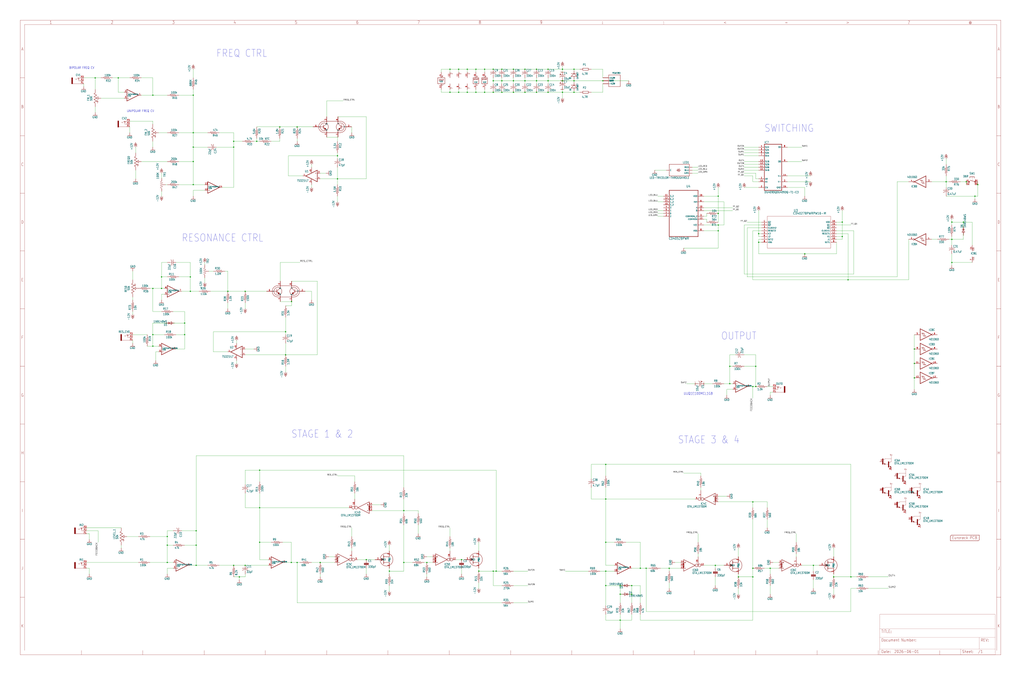
<source format=kicad_sch>
(kicad_sch (version 20231120) (generator "eeschema") (generator_version "8.0")
  (paper "User" 901.7 597.027)
  (lib_symbols
    (symbol "uJOVE7-eagle-import:+12V" (power)
      (symbol "+12V_1_0"
        (pin power_in line (at 0 -2.54 90) (length 2.54) (name "+12V") (number "1"))
      )
    )
    (symbol "uJOVE7-eagle-import:-12V" (power)
      (symbol "-12V_1_0"
        (pin power_in line (at 0 2.54 270) (length 2.54) (name "-12V") (number "1"))
      )
    )
    (symbol "uJOVE7-eagle-import:40106D"
      (property "Reference" "IC" (at -1.27 -0.635 0))
      (symbol "40106D_1_0"
        (pin input line (at -10.16 0 0) (length 5.08) (name "I") (number "1"))
        (pin output inverted (at 10.16 0 180) (length 5.08) (name "O") (number "2"))
      )
      (symbol "40106D_2_0"
        (pin input line (at -10.16 0 0) (length 5.08) (name "I") (number "3"))
        (pin output inverted (at 10.16 0 180) (length 5.08) (name "O") (number "4"))
      )
      (symbol "40106D_3_0"
        (pin input line (at -10.16 0 0) (length 5.08) (name "I") (number "5"))
        (pin output inverted (at 10.16 0 180) (length 5.08) (name "O") (number "6"))
      )
      (symbol "40106D_4_0"
        (pin output inverted (at 10.16 0 180) (length 5.08) (name "O") (number "8"))
        (pin input line (at -10.16 0 0) (length 5.08) (name "I") (number "9"))
      )
      (symbol "40106D_5_0"
        (pin output inverted (at 10.16 0 180) (length 5.08) (name "O") (number "10"))
        (pin input line (at -10.16 0 0) (length 5.08) (name "I") (number "11"))
      )
      (symbol "40106D_6_0"
        (pin output inverted (at 10.16 0 180) (length 5.08) (name "O") (number "12"))
        (pin input line (at -10.16 0 0) (length 5.08) (name "I") (number "13"))
      )
      (symbol "40106D_7_0"
        (text "VDD" (at 1.905 2.54 900) (effects (font (size 1.27 1.0795)) (justify left bottom)))
        (text "VSS" (at 1.905 -5.842 900) (effects (font (size 1.27 1.0795)) (justify left bottom)))
        (pin power_in line (at 0 7.62 270) (length 5.08) (name "VDD") (number "14"))
        (pin power_in line (at 0 -7.62 90) (length 5.08) (name "VSS") (number "7"))
      )
    )
    (symbol "uJOVE7-eagle-import:BCM857BS"
      (symbol "BCM857BS_1_0"
        (pin bidirectional line (at 5 -10 90) (length 5.08) (name "E") (number "1"))
        (pin bidirectional line (at 17 -1 180) (length 5.08) (name "F") (number "2"))
        (pin bidirectional line (at -5 8 270) (length 5.08) (name "G") (number "3"))
        (pin bidirectional line (at -5 -10 90) (length 5.08) (name "H") (number "4"))
        (pin bidirectional line (at -17 -1 0) (length 5.08) (name "I") (number "5"))
        (pin bidirectional line (at 5 8 270) (length 5.08) (name "J") (number "6"))
      )
    )
    (symbol "uJOVE7-eagle-import:C-USC0603"
      (property "Reference" "C" (at 1.016 0.635 0))
      (symbol "C-USC0603_1_0"
        (pin passive line (at 0 2.54 270) (length 2.54) (name "1") (number "1"))
        (pin passive line (at 0 -5.08 90) (length 2.54) (name "2") (number "2"))
      )
    )
    (symbol "uJOVE7-eagle-import:C5/5"
      (property "Reference" "C" (at 1.524 0.381 0))
      (symbol "C5/5_1_0"
        (pin passive line (at 0 2.54 270) (length 2.54) (name "1") (number "1"))
        (pin passive line (at 0 -5.08 90) (length 2.54) (name "2") (number "2"))
      )
    )
    (symbol "uJOVE7-eagle-import:CD4027BPWRPW16-M"
      (symbol "CD4027BPWRPW16-M_1_0"
        (pin output line (at 2.54 0 0) (length 5.08) (name "Q2") (number "1"))
        (pin input line (at 68.58 -15.24 180) (length 5.08) (name "J1") (number "10"))
        (pin input line (at 68.58 -12.7 180) (length 5.08) (name "K1") (number "11"))
        (pin passive line (at 68.58 -10.16 180) (length 5.08) (name "RESET1") (number "12"))
        (pin passive line (at 68.58 -7.62 180) (length 5.08) (name "CLOCK1") (number "13"))
        (pin output line (at 68.58 -5.08 180) (length 5.08) (name "~{Q1}") (number "14"))
        (pin output line (at 68.58 -2.54 180) (length 5.08) (name "Q1") (number "15"))
        (pin power_in line (at 68.58 0 180) (length 5.08) (name "VDD") (number "16"))
        (pin output line (at 2.54 -2.54 0) (length 5.08) (name "~{Q2}") (number "2"))
        (pin passive line (at 2.54 -5.08 0) (length 5.08) (name "CLOCK2") (number "3"))
        (pin passive line (at 2.54 -7.62 0) (length 5.08) (name "RESET2") (number "4"))
        (pin input line (at 2.54 -10.16 0) (length 5.08) (name "K2") (number "5"))
        (pin input line (at 2.54 -12.7 0) (length 5.08) (name "J2") (number "6"))
        (pin passive line (at 2.54 -15.24 0) (length 5.08) (name "SET2") (number "7"))
        (pin power_in line (at 2.54 -17.78 0) (length 5.08) (name "VSS") (number "8"))
        (pin passive line (at 68.58 -17.78 180) (length 5.08) (name "SET1") (number "9"))
      )
    )
    (symbol "uJOVE7-eagle-import:CD4052BPWR"
      (property "Reference" "U" (at -6.1065 20.2532 0))
      (symbol "CD4052BPWR_1_0"
        (pin input line (at 17.78 -2.54 180) (length 5.08) (name "0") (number "1"))
        (pin input line (at -17.78 2.54 0) (length 5.08) (name "A") (number "10"))
        (pin bidirectional line (at 17.78 12.7 180) (length 5.08) (name "3_2") (number "11"))
        (pin bidirectional line (at 17.78 10.16 180) (length 5.08) (name "0_2") (number "12"))
        (pin bidirectional line (at -17.78 -7.62 0) (length 5.08) (name "COMMON") (number "13"))
        (pin bidirectional line (at 17.78 7.62 180) (length 5.08) (name "1_2") (number "14"))
        (pin bidirectional line (at 17.78 5.08 180) (length 5.08) (name "2_2") (number "15"))
        (pin power_in line (at -17.78 12.7 0) (length 5.08) (name "VDD") (number "16"))
        (pin input line (at 17.78 -5.08 180) (length 5.08) (name "2") (number "2"))
        (pin bidirectional line (at -17.78 -5.08 0) (length 5.08) (name "COMMON_2") (number "3"))
        (pin bidirectional line (at 17.78 2.54 180) (length 5.08) (name "3") (number "4"))
        (pin bidirectional line (at 17.78 0 180) (length 5.08) (name "1") (number "5"))
        (pin input line (at -17.78 7.62 0) (length 5.08) (name "INH") (number "6"))
        (pin power_in line (at -17.78 -12.7 0) (length 5.08) (name "VEE") (number "7"))
        (pin power_in line (at -17.78 -17.78 0) (length 5.08) (name "VSS") (number "8"))
        (pin input line (at -17.78 0 0) (length 5.08) (name "B") (number "9"))
      )
    )
    (symbol "uJOVE7-eagle-import:CPOL-USC"
      (property "Reference" "C" (at 1.016 0.635 0))
      (symbol "CPOL-USC_1_0"
        (text "SpiceOrder 1" (at 0 2.54 0) (effects (font (size 0.4064 0.3454))))
        (text "SpiceOrder 2" (at 0 -5.08 0) (effects (font (size 0.4064 0.3454))))
        (pin passive line (at 0 2.54 270) (length 2.54) (name "+") (number "+"))
        (pin passive line (at 0 -5.08 90) (length 2.54) (name "-") (number "-"))
      )
    )
    (symbol "uJOVE7-eagle-import:D6R"
      (property "Reference" "SW" (at -6.35 -2.54 90))
      (symbol "D6R_1_0"
        (pin passive line (at 0 5.08 270) (length 2.54) (name "S") (number "A1"))
        (pin passive line (at 2.54 5.08 270) (length 2.54) (name "S1") (number "A2"))
        (pin passive line (at 0 -5.08 90) (length 2.54) (name "P") (number "B1"))
        (pin passive line (at 2.54 -5.08 90) (length 2.54) (name "P1") (number "B2"))
      )
    )
    (symbol "uJOVE7-eagle-import:DG409DQDG409DQ-T1-E3"
      (property "Reference" "IC" (at -7.62 20.955 0))
      (symbol "DG409DQDG409DQ-T1-E3_1_0"
        (pin input line (at -12.7 -10.16 0) (length 5.08) (name "A0") (number "1"))
        (pin passive line (at -12.7 -2.54 0) (length 5.08) (name "S4B") (number "10"))
        (pin passive line (at -12.7 0 0) (length 5.08) (name "S3B") (number "11"))
        (pin passive line (at -12.7 2.54 0) (length 5.08) (name "S2B") (number "12"))
        (pin passive line (at -12.7 5.08 0) (length 5.08) (name "S1B") (number "13"))
        (pin power_in line (at 12.7 -7.62 180) (length 5.08) (name "V+") (number "14"))
        (pin power_in line (at 12.7 -17.78 180) (length 5.08) (name "GND") (number "15"))
        (pin input line (at -12.7 -12.7 0) (length 5.08) (name "A1") (number "16"))
        (pin input line (at -12.7 -17.78 0) (length 5.08) (name "EN") (number "2"))
        (pin power_in line (at 12.7 -12.7 180) (length 5.08) (name "V-") (number "3"))
        (pin passive line (at -12.7 17.78 0) (length 5.08) (name "S1A") (number "4"))
        (pin passive line (at -12.7 15.24 0) (length 5.08) (name "S2A") (number "5"))
        (pin passive line (at -12.7 12.7 0) (length 5.08) (name "S3A") (number "6"))
        (pin passive line (at -12.7 10.16 0) (length 5.08) (name "S4A") (number "7"))
        (pin passive line (at 12.7 17.78 180) (length 5.08) (name "DA") (number "8"))
        (pin passive line (at 12.7 5.08 180) (length 5.08) (name "DB") (number "9"))
      )
    )
    (symbol "uJOVE7-eagle-import:DIODE-GEN-PURPOSE-1KV-1A(DO-214AC)"
      (property "Reference" "D" (at -3.81 2.54 0))
      (symbol "DIODE-GEN-PURPOSE-1KV-1A(DO-214AC)_1_0"
        (pin passive line (at -3.81 0 0) (length 2.54) (name "+") (number "1"))
        (pin passive line (at 3.81 0 180) (length 2.54) (name "-") (number "2"))
      )
    )
    (symbol "uJOVE7-eagle-import:DIODE-SOD323-R"
      (property "Reference" "D" (at 2.54 0.4826 0))
      (symbol "DIODE-SOD323-R_1_0"
        (text "SpiceOrder 1" (at -2.54 0 0) (effects (font (size 0.4064 0.3454))))
        (text "SpiceOrder 2" (at 2.54 0 0) (effects (font (size 0.4064 0.3454))))
        (pin passive line (at -2.54 0 0) (length 2.54) (name "A") (number "A"))
        (pin passive line (at 2.54 0 180) (length 2.54) (name "C") (number "C"))
      )
    )
    (symbol "uJOVE7-eagle-import:EURORACK_PCB"
      (symbol "EURORACK_PCB_1_0"
        (text "Eurorack PCB" (at 0 0 0) (effects (font (size 2.54 2.159)) (justify left bottom)))
      )
    )
    (symbol "uJOVE7-eagle-import:FRAME_D_L"
      (symbol "FRAME_D_L_1_0"
        (text "1" (at -404.8125 556.895 0) (effects (font (size 2.54 2.286))))
        (text "2" (at -350.8375 556.895 0) (effects (font (size 2.54 2.286))))
        (text "3" (at -296.8625 556.895 0) (effects (font (size 2.54 2.286))))
        (text "4" (at -242.8875 556.895 0) (effects (font (size 2.54 2.286))))
        (text "5" (at -188.9125 556.895 0) (effects (font (size 2.54 2.286))))
        (text "6" (at -134.9375 556.895 0) (effects (font (size 2.54 2.286))))
        (text "7" (at -80.9625 556.895 0) (effects (font (size 2.54 2.286))))
        (text "8" (at -26.9875 556.895 0) (effects (font (size 2.54 2.286))))
        (text "9" (at 26.9875 556.895 0) (effects (font (size 2.54 2.286))))
        (text ":" (at 80.9625 556.895 0) (effects (font (size 2.54 2.286))))
        (text ";" (at 134.9375 556.895 0) (effects (font (size 2.54 2.286))))
        (text "<" (at 188.9125 556.895 0) (effects (font (size 2.54 2.286))))
        (text "=" (at 242.8875 556.895 0) (effects (font (size 2.54 2.286))))
        (text ">" (at 296.8625 556.895 0) (effects (font (size 2.54 2.286))))
        (text "?" (at 350.8375 556.895 0) (effects (font (size 2.54 2.286))))
        (text "@" (at 404.8125 556.895 0) (effects (font (size 2.54 2.286))))
        (text "A" (at -429.895 533.4 0) (effects (font (size 2.54 2.286))))
        (text "A" (at 429.895 533.4 0) (effects (font (size 2.54 2.286))))
        (text "B" (at -429.895 482.6 0) (effects (font (size 2.54 2.286))))
        (text "B" (at 429.895 482.6 0) (effects (font (size 2.54 2.286))))
        (text "C" (at -429.895 431.8 0) (effects (font (size 2.54 2.286))))
        (text "C" (at 429.895 431.8 0) (effects (font (size 2.54 2.286))))
        (text "D" (at -429.895 381 0) (effects (font (size 2.54 2.286))))
        (text "D" (at 429.895 381 0) (effects (font (size 2.54 2.286))))
        (text "E" (at -429.895 330.2 0) (effects (font (size 2.54 2.286))))
        (text "E" (at 429.895 330.2 0) (effects (font (size 2.54 2.286))))
        (text "F" (at -429.895 279.4 0) (effects (font (size 2.54 2.286))))
        (text "F" (at 429.895 279.4 0) (effects (font (size 2.54 2.286))))
        (text "G" (at -429.895 228.6 0) (effects (font (size 2.54 2.286))))
        (text "G" (at 429.895 228.6 0) (effects (font (size 2.54 2.286))))
        (text "H" (at -429.895 177.8 0) (effects (font (size 2.54 2.286))))
        (text "H" (at 429.895 177.8 0) (effects (font (size 2.54 2.286))))
        (text "I" (at -429.895 127 0) (effects (font (size 2.54 2.286))))
        (text "I" (at 429.895 127 0) (effects (font (size 2.54 2.286))))
        (text "J" (at -429.895 76.2 0) (effects (font (size 2.54 2.286))))
        (text "J" (at 429.895 76.2 0) (effects (font (size 2.54 2.286))))
        (text "K" (at -429.895 25.4 0) (effects (font (size 2.54 2.286))))
        (text "K" (at 429.895 25.4 0) (effects (font (size 2.54 2.286))))
      )
      (symbol "FRAME_D_L_2_0"
        (text "${#}/${##}" (at 86.36 1.27 0) (effects (font (size 2.54 2.159)) (justify left bottom)))
        (text "${CURRENT_DATE}" (at 12.7 1.27 0) (effects (font (size 2.54 2.159)) (justify left bottom)))
        (text "${PROJECTNAME}" (at 17.78 19.05 0) (effects (font (size 2.54 2.159)) (justify left bottom)))
        (text "Date:" (at 1.27 1.27 0) (effects (font (size 2.54 2.159)) (justify left bottom)))
        (text "Document Number:" (at 1.27 11.43 0) (effects (font (size 2.54 2.159)) (justify left bottom)))
        (text "REV:" (at 88.9 11.43 0) (effects (font (size 2.54 2.159)) (justify left bottom)))
        (text "Sheet:" (at 72.39 1.27 0) (effects (font (size 2.54 2.159)) (justify left bottom)))
        (text "TITLE:" (at 1.27 19.05 0) (effects (font (size 2.54 2.159)) (justify left bottom)))
      )
    )
    (symbol "uJOVE7-eagle-import:GND" (power)
      (symbol "GND_1_0"
        (pin power_in line (at 0 2.54 270) (length 2.54) (name "GND") (number "1"))
      )
    )
    (symbol "uJOVE7-eagle-import:LED-TRICOLOR-THROUGHHOLE"
      (symbol "LED-TRICOLOR-THROUGHHOLE_1_0"
        (pin bidirectional line (at -10.16 0 0) (length 2.54) (name "BLU") (number "BLU"))
        (pin bidirectional line (at 12.7 0 180) (length 2.54) (name "C") (number "GND"))
        (pin bidirectional line (at -10.16 -2.54 0) (length 2.54) (name "GRN") (number "GRN"))
        (pin bidirectional line (at -10.16 2.54 0) (length 2.54) (name "RED") (number "RED"))
      )
    )
    (symbol "uJOVE7-eagle-import:MMBFJ112MMBFJ112"
      (symbol "MMBFJ112MMBFJ112_1_0"
        (pin bidirectional line (at 2.54 -7.62 90) (length 5.08) (name "P$1") (number "1"))
        (pin bidirectional line (at 2.54 7.62 270) (length 5.08) (name "P$2") (number "2"))
        (pin bidirectional line (at -10.16 0 0) (length 5.08) (name "P$3") (number "3"))
      )
    )
    (symbol "uJOVE7-eagle-import:OG-PJ301_PJ301_THONKICONN"
      (property "Reference" "J" (at -2.54 4.064 0))
      (symbol "OG-PJ301_PJ301_THONKICONN_1_0"
        (pin passive line (at -5.08 -2.54 0) (length 2.54) (name "1") (number "P1"))
        (pin passive line (at -5.08 0 0) (length 2.54) (name "2") (number "P2"))
        (pin passive line (at -5.08 2.54 0) (length 2.54) (name "3") (number "P3"))
      )
    )
    (symbol "uJOVE7-eagle-import:OG-POTS_POT_USVERTICAL"
      (property "Reference" "R" (at -5.08 -2.54 90))
      (symbol "OG-POTS_POT_USVERTICAL_1_0"
        (pin passive line (at 0 7.62 270) (length 2.54) (name "E") (number "P$1"))
        (pin passive line (at 5.08 0 180) (length 2.54) (name "S") (number "P$2"))
        (pin passive line (at 0 -7.62 90) (length 2.54) (name "A") (number "P$3"))
      )
    )
    (symbol "uJOVE7-eagle-import:OG-POTS_POT_USVERTICAL_PS"
      (property "Reference" "R" (at -5.08 -2.54 90))
      (symbol "OG-POTS_POT_USVERTICAL_PS_1_0"
        (pin passive line (at 0 7.62 270) (length 2.54) (name "E") (number "P$1"))
        (pin passive line (at 5.08 0 180) (length 2.54) (name "S") (number "P$2"))
        (pin passive line (at 0 -7.62 90) (length 2.54) (name "A") (number "P$3"))
      )
    )
    (symbol "uJOVE7-eagle-import:OTA_LM13700M"
      (symbol "OTA_LM13700M_1_0"
        (text "V+" (at 1.27 7.62 0) (effects (font (size 1.27 1.0795)) (justify left bottom)))
        (pin passive line (at -7.62 2.54 0) (length 2.54) (name "B") (number "7"))
        (pin passive line (at 2.54 -5.08 90) (length 2.54) (name "E") (number "8"))
      )
      (symbol "OTA_LM13700M_2_0"
        (text "V+" (at 1.27 7.62 0) (effects (font (size 1.27 1.0795)) (justify left bottom)))
        (pin passive line (at -7.62 2.54 0) (length 2.54) (name "B") (number "10"))
        (pin passive line (at 2.54 -5.08 90) (length 2.54) (name "E") (number "9"))
      )
      (symbol "OTA_LM13700M_3_0"
        (pin input line (at 7.62 7.62 270) (length 7.62) (name "I_BIAS") (number "1"))
        (pin input line (at -7.62 0 0) (length 2.54) (name "I_DIODE") (number "2"))
        (pin input line (at -7.62 2.54 0) (length 2.54) (name "IN_P") (number "3"))
        (pin input line (at -7.62 -2.54 0) (length 2.54) (name "IN_N") (number "4"))
        (pin output line (at 12.7 0 180) (length 2.54) (name "OUT") (number "5"))
      )
      (symbol "OTA_LM13700M_4_0"
        (pin output line (at 12.7 0 180) (length 2.54) (name "OUT") (number "12"))
        (pin input line (at -7.62 -2.54 0) (length 2.54) (name "IN_N") (number "13"))
        (pin input line (at -7.62 2.54 0) (length 2.54) (name "IN_P") (number "14"))
        (pin input line (at -7.62 0 0) (length 2.54) (name "I_DIODE") (number "15"))
        (pin input line (at 7.62 7.62 270) (length 7.62) (name "I_BIAS") (number "16"))
      )
      (symbol "OTA_LM13700M_5_0"
        (text "V+" (at 0.254 7.112 0) (effects (font (size 1.27 1.0795)) (justify left top)))
        (text "V-" (at 0.254 -7.112 0) (effects (font (size 1.27 1.0795)) (justify left bottom)))
        (pin power_in line (at 0 7.62 270) (length 5.08) (name "V+") (number "11"))
        (pin power_in line (at 0 -7.62 90) (length 5.08) (name "V-") (number "6"))
      )
    )
    (symbol "uJOVE7-eagle-import:POWER_SIMPLE"
      (property "Reference" "J$" (at -5.334 6.096 0))
      (symbol "POWER_SIMPLE_1_0"
        (pin bidirectional line (at 10.16 -2.54 180) (length 5.08) (name "-12V") (number "1"))
        (pin bidirectional line (at 10.16 2.54 180) (length 5.08) (name "+12V") (number "10"))
        (pin bidirectional line (at 10.16 -2.54 180) (length 5.08) (name "-12V") (number "2"))
        (pin bidirectional line (at 10.16 0 180) (length 5.08) (name "GND") (number "3"))
        (pin bidirectional line (at 10.16 0 180) (length 5.08) (name "GND") (number "4"))
        (pin bidirectional line (at 10.16 0 180) (length 5.08) (name "GND") (number "5"))
        (pin bidirectional line (at 10.16 0 180) (length 5.08) (name "GND") (number "6"))
        (pin bidirectional line (at 10.16 0 180) (length 5.08) (name "GND") (number "7"))
        (pin bidirectional line (at 10.16 0 180) (length 5.08) (name "GND") (number "8"))
        (pin bidirectional line (at 10.16 2.54 180) (length 5.08) (name "+12V") (number "9"))
      )
    )
    (symbol "uJOVE7-eagle-import:R-EU_R1206"
      (property "Reference" "R" (at -3.81 1.4986 0))
      (symbol "R-EU_R1206_1_0"
        (pin passive line (at -5.08 0 0) (length 2.54) (name "1") (number "1"))
        (pin passive line (at 5.08 0 180) (length 2.54) (name "2") (number "2"))
      )
    )
    (symbol "uJOVE7-eagle-import:R-US_R0805"
      (property "Reference" "R" (at -3.81 1.4986 0))
      (symbol "R-US_R0805_1_0"
        (pin passive line (at -5.08 0 0) (length 2.54) (name "1") (number "1"))
        (pin passive line (at 5.08 0 180) (length 2.54) (name "2") (number "2"))
      )
    )
    (symbol "uJOVE7-eagle-import:TC33X-2-104E"
      (property "Reference" "R" (at -11.16 1.74 0))
      (symbol "TC33X-2-104E_1_0"
        (pin bidirectional line (at -5.7 0.1 0) (length 2.54) (name "P$1") (number "1"))
        (pin bidirectional line (at 0.115 3.564 270) (length 2.54) (name "P$2") (number "2"))
        (pin bidirectional line (at 6 0.1 180) (length 2.54) (name "P$3") (number "3"))
      )
    )
    (symbol "uJOVE7-eagle-import:TL072TL072_TSSOP8"
      (property "Reference" "IC" (at 0 -1.27 0))
      (symbol "TL072TL072_TSSOP8_1_0"
        (pin output line (at 7.62 0 180) (length 2.54) (name "OUT") (number "1"))
        (pin input line (at -7.62 -2.54 0) (length 2.54) (name "-IN") (number "2"))
        (pin input line (at -7.62 2.54 0) (length 2.54) (name "+IN") (number "3"))
      )
      (symbol "TL072TL072_TSSOP8_2_0"
        (pin input line (at -7.62 2.54 0) (length 2.54) (name "+IN") (number "5"))
        (pin input line (at -7.62 -2.54 0) (length 2.54) (name "-IN") (number "6"))
        (pin output line (at 7.62 0 180) (length 2.54) (name "OUT") (number "7"))
      )
      (symbol "TL072TL072_TSSOP8_3_0"
        (text "+" (at -1.905 4.445 0) (effects (font (size 1.27 1.0795)) (justify left top)))
        (text "+" (at 1.905 4.445 0) (effects (font (size 1.27 1.0795)) (justify right top)))
        (text "-" (at -1.905 -4.445 0) (effects (font (size 1.27 1.0795)) (justify left bottom)))
        (text "-" (at 1.905 -4.445 0) (effects (font (size 1.27 1.0795)) (justify right bottom)))
        (text "OPAMP" (at 0 1.27 0) (effects (font (size 1.016 0.8636))))
        (text "V+" (at 1.27 3.175 900) (effects (font (size 0.8128 0.6908)) (justify left bottom)))
        (text "V-" (at 1.27 -4.445 900) (effects (font (size 0.8128 0.6908)) (justify left bottom)))
        (pin power_in line (at 0 -7.62 90) (length 5.08) (name "V-") (number "4"))
        (pin power_in line (at 0 7.62 270) (length 5.08) (name "V+") (number "8"))
      )
    )
    (symbol "uJOVE7-eagle-import:TL074TSSOP14"
      (property "Reference" "IC" (at 0 -0.635 0))
      (symbol "TL074TSSOP14_1_0"
        (pin output line (at 7.62 0 180) (length 2.54) (name "OUT") (number "1"))
        (pin input line (at -7.62 -2.54 0) (length 2.54) (name "-IN") (number "2"))
        (pin input line (at -7.62 2.54 0) (length 2.54) (name "+IN") (number "3"))
      )
      (symbol "TL074TSSOP14_2_0"
        (pin input line (at -7.62 2.54 0) (length 2.54) (name "+IN") (number "5"))
        (pin input line (at -7.62 -2.54 0) (length 2.54) (name "-IN") (number "6"))
        (pin output line (at 7.62 0 180) (length 2.54) (name "OUT") (number "7"))
      )
      (symbol "TL074TSSOP14_3_0"
        (pin input line (at -7.62 2.54 0) (length 2.54) (name "+IN") (number "10"))
        (pin output line (at 7.62 0 180) (length 2.54) (name "OUT") (number "8"))
        (pin input line (at -7.62 -2.54 0) (length 2.54) (name "-IN") (number "9"))
      )
      (symbol "TL074TSSOP14_4_0"
        (pin input line (at -7.62 2.54 0) (length 2.54) (name "+IN") (number "12"))
        (pin input line (at -7.62 -2.54 0) (length 2.54) (name "-IN") (number "13"))
        (pin output line (at 7.62 0 180) (length 2.54) (name "OUT") (number "14"))
      )
      (symbol "TL074TSSOP14_5_0"
        (text "+" (at -1.905 3.175 0) (effects (font (size 1.778 1.5113)) (justify left bottom)))
        (text "+" (at 0 3.175 0) (effects (font (size 1.778 1.5113)) (justify left bottom)))
        (text "-" (at -1.27 -4.445 0) (effects (font (size 1.778 1.5113)) (justify left bottom)))
        (text "-" (at 0.635 -4.445 0) (effects (font (size 1.778 1.5113)) (justify left bottom)))
        (text "OPAMP" (at 0 0.635 0) (effects (font (size 1.016 0.8636))))
        (text "V+" (at 1.27 3.175 900) (effects (font (size 0.8128 0.6908)) (justify left bottom)))
        (text "V-" (at 1.27 -4.445 900) (effects (font (size 0.8128 0.6908)) (justify left bottom)))
        (pin power_in line (at 0 -7.62 90) (length 5.08) (name "V-") (number "11"))
        (pin power_in line (at 0 7.62 270) (length 5.08) (name "V+") (number "4"))
      )
    )
    (symbol "uJOVE7-eagle-import:TS321IDBV"
      (property "Reference" "U" (at 2.5442 3.1803 0))
      (symbol "TS321IDBV_1_0"
        (text "V+" (at 1.2722 3.1805 900) (effects (font (size 0.8142 0.692)) (justify left bottom)))
        (text "V-" (at 1.272 -4.452 900) (effects (font (size 0.814 0.6919)) (justify left bottom)))
        (pin output line (at 7.62 0 180) (length 2.54) (name "OUT") (number "1"))
        (pin power_in line (at 0 -7.62 90) (length 5.08) (name "V-") (number "2"))
        (pin input line (at -7.62 2.54 0) (length 2.54) (name "+IN") (number "3"))
        (pin input line (at -7.62 -2.54 0) (length 2.54) (name "-IN") (number "4"))
        (pin power_in line (at 0 7.62 270) (length 5.08) (name "V+") (number "5"))
      )
    )
    (symbol "uJOVE7-eagle-import:rcl_R-US_R0603"
      (property "Reference" "R" (at -3.81 1.4986 0))
      (symbol "rcl_R-US_R0603_1_0"
        (pin passive line (at -5.08 0 0) (length 2.54) (name "1") (number "1"))
        (pin passive line (at 5.08 0 180) (length 2.54) (name "2") (number "2"))
      )
    )
  )
  (junction (at 563.88 500.38))
  (junction (at 472.44 81.28))
  (junction (at 482.6 71.12))
  (junction (at 505.46 71.12))
  (junction (at 342.9 502.92))
  (junction (at 134.62 254))
  (junction (at 261.62 495.3))
  (junction (at 495.3 60.96))
  (junction (at 462.28 60.96))
  (junction (at 281.94 495.3))
  (junction (at 256.54 495.3))
  (junction (at 833.12 160.02))
  (junction (at 170.18 162.56))
  (junction (at 426.72 81.28))
  (junction (at 716.28 497.84))
  (junction (at 200.66 256.54))
  (junction (at 434.34 502.92))
  (junction (at 642.62 337.82))
  (junction (at 546.1 523.24))
  (junction (at 434.34 81.28))
  (junction (at 746.76 246.38))
  (junction (at 396.24 60.96))
  (junction (at 375.92 495.3))
  (junction (at 403.86 60.96))
  (junction (at 662.94 508))
  (junction (at 668.02 213.36))
  (junction (at 210.82 508))
  (junction (at 441.96 81.28))
  (junction (at 482.6 60.96))
  (junction (at 505.46 81.28))
  (junction (at 482.6 81.28))
  (junction (at 406.4 492.76))
  (junction (at 147.32 495.3))
  (junction (at 142.24 243.84))
  (junction (at 426.72 60.96))
  (junction (at 256.714 265.524))
  (junction (at 546.1 515.62))
  (junction (at 838.2 210.82))
  (junction (at 668.02 205.74))
  (junction (at 568.96 500.38))
  (junction (at 629.92 497.84))
  (junction (at 147.32 472.44))
  (junction (at 170.18 83.82))
  (junction (at 134.62 83.82))
  (junction (at 495.3 81.28))
  (junction (at 205.74 124.46))
  (junction (at 708.66 223.52))
  (junction (at 251.46 292.1))
  (junction (at 530.86 71.12))
  (junction (at 104.14 68.58))
  (junction (at 172.72 497.84))
  (junction (at 228.6 447.04))
  (junction (at 421.64 502.92))
  (junction (at 632.46 203.2))
  (junction (at 495.3 71.12))
  (junction (at 162.56 284.48))
  (junction (at 838.2 195.58))
  (junction (at 205.74 129.54))
  (junction (at 452.12 81.28))
  (junction (at 533.4 439.42))
  (junction (at 441.96 71.12))
  (junction (at 434.34 71.12))
  (junction (at 462.28 81.28))
  (junction (at 396.24 81.28))
  (junction (at 441.96 60.96))
  (junction (at 228.6 414.02))
  (junction (at 805.18 332.74))
  (junction (at 167.64 256.54))
  (junction (at 505.46 60.96))
  (junction (at 848.36 195.58))
  (junction (at 632.46 172.72))
  (junction (at 642.62 322.58))
  (junction (at 355.6 449.58))
  (junction (at 134.62 294.64))
  (junction (at 665.48 340.36))
  (junction (at 297.18 137.16))
  (junction (at 403.86 81.28))
  (junction (at 452.12 71.12))
  (junction (at 662.94 340.36))
  (junction (at 142.24 254))
  (junction (at 228.6 477.52))
  (junction (at 205.74 497.84))
  (junction (at 533.4 502.92))
  (junction (at 162.56 294.64))
  (junction (at 861.06 162.56))
  (junction (at 850.9 160.02))
  (junction (at 741.68 195.58))
  (junction (at 134.62 304.8))
  (junction (at 322.58 492.76))
  (junction (at 533.4 408.94))
  (junction (at 838.2 231.14))
  (junction (at 434.34 60.96))
  (junction (at 436.88 502.92))
  (junction (at 246.38 111.76))
  (junction (at 734.06 508))
  (junction (at 170.18 142.24))
  (junction (at 419.1 81.28))
  (junction (at 632.46 198.12))
  (junction (at 858.52 172.72))
  (junction (at 556.26 515.62))
  (junction (at 167.64 243.84))
  (junction (at 297.18 157.48))
  (junction (at 411.48 60.96))
  (junction (at 662.94 441.96))
  (junction (at 741.68 208.28))
  (junction (at 472.44 60.96))
  (junction (at 83.82 68.58))
  (junction (at 678.18 500.38))
  (junction (at 546.1 546.1))
  (junction (at 632.46 187.96))
  (junction (at 662.94 500.38))
  (junction (at 411.48 81.28))
  (junction (at 749.3 508))
  (junction (at 556.26 523.24))
  (junction (at 533.4 515.62))
  (junction (at 472.44 71.12))
  (junction (at 533.4 477.52))
  (junction (at 419.1 60.96))
  (junction (at 170.18 116.84))
  (junction (at 170.18 129.54))
  (junction (at 589.28 500.38))
  (junction (at 355.6 495.3))
  (junction (at 226.06 124.46))
  (junction (at 452.12 60.96))
  (junction (at 251.46 312.42))
  (junction (at 665.48 322.58))
  (junction (at 215.9 256.54))
  (junction (at 462.28 71.12))
  (junction (at 172.72 467.36))
  (junction (at 805.18 307.34))
  (junction (at 805.18 320.04))
  (junction (at 261.62 111.76))
  (junction (at 215.9 497.84))
  (junction (at 650.24 508))
  (junction (at 147.32 480.06))
  (junction (at 172.72 480.06))
  (wire (pts (xy 657.86 200.66) (xy 670.56 200.66)) (stroke (width 0.1524)))
  (wire (pts (xy 706.12 497.84) (xy 716.28 497.84)) (stroke (width 0.1524)))
  (wire (pts (xy 78.74 469.9) (xy 78.74 474.98)) (stroke (width 0.1524)))
  (wire (pts (xy 76.2 495.3) (xy 121.92 495.3)) (stroke (width 0.1524)))
  (wire (pts (xy 838.2 208.28) (xy 838.2 210.82)) (stroke (width 0.1524)))
  (wire (pts (xy 546.1 546.1) (xy 546.1 541.02)) (stroke (width 0.1524)))
  (wire (pts (xy 157.48 83.82) (xy 170.18 83.82)) (stroke (width 0.1524)))
  (wire (pts (xy 640.08 342.9) (xy 645.16 342.9)) (stroke (width 0.1524)))
  (wire (pts (xy 134.62 294.64) (xy 134.62 284.48)) (stroke (width 0.1524)))
  (wire (pts (xy 452.12 73.66) (xy 452.12 71.12)) (stroke (width 0.1524)))
  (wire (pts (xy 419.1 60.96) (xy 411.48 60.96)) (stroke (width 0.1524)))
  (wire (pts (xy 800.1 210.82) (xy 800.1 246.38)) (stroke (width 0.1524)))
  (wire (pts (xy 396.24 63.5) (xy 396.24 60.96)) (stroke (width 0.1524)))
  (wire (pts (xy 208.28 320.04) (xy 208.28 317.5)) (stroke (width 0.1524)))
  (wire (pts (xy 642.62 312.42) (xy 647.7 312.42)) (stroke (width 0.1524)))
  (wire (pts (xy 584.2 177.8) (xy 579.12 177.8)) (stroke (width 0.1524)))
  (wire (pts (xy 548.64 515.62) (xy 546.1 515.62)) (stroke (width 0.1524)))
  (wire (pts (xy 751.84 203.2) (xy 736.6 203.2)) (stroke (width 0.1524)))
  (wire (pts (xy 668.02 137.16) (xy 655.32 137.16)) (stroke (width 0.1524)))
  (wire (pts (xy 426.72 60.96) (xy 419.1 60.96)) (stroke (width 0.1524)))
  (wire (pts (xy 749.3 518.16) (xy 754.38 518.16)) (stroke (width 0.1524)))
  (wire (pts (xy 741.68 185.42) (xy 741.68 195.58)) (stroke (width 0.1524)))
  (wire (pts (xy 665.48 322.58) (xy 655.32 322.58)) (stroke (width 0.1524)))
  (wire (pts (xy 185.42 256.54) (xy 200.66 256.54)) (stroke (width 0.1524)))
  (wire (pts (xy 355.6 495.3) (xy 355.6 502.92)) (stroke (width 0.1524)))
  (wire (pts (xy 208.28 302.26) (xy 208.28 299.72)) (stroke (width 0.1524)))
  (wire (pts (xy 452.12 81.28) (xy 441.96 81.28)) (stroke (width 0.1524)))
  (wire (pts (xy 342.9 505.46) (xy 342.9 502.92)) (stroke (width 0.1524)))
  (wire (pts (xy 139.7 116.84) (xy 147.32 116.84)) (stroke (width 0.1524)))
  (wire (pts (xy 556.26 523.24) (xy 553.72 523.24)) (stroke (width 0.1524)))
  (wire (pts (xy 132.08 254) (xy 134.62 254)) (stroke (width 0.1524)))
  (wire (pts (xy 617.22 431.8) (xy 617.22 429.26)) (stroke (width 0.1524)))
  (wire (pts (xy 145.804 162.56) (xy 147.32 162.56)) (stroke (width 0.1524)))
  (wire (pts (xy 256.714 265.524) (xy 246.714 265.524)) (stroke (width 0.1524)))
  (wire (pts (xy 530.86 71.12) (xy 553.72 71.12)) (stroke (width 0.1524)))
  (wire (pts (xy 388.62 81.28) (xy 388.62 78.74)) (stroke (width 0.1524)))
  (wire (pts (xy 261.62 495.3) (xy 261.62 530.86)) (stroke (width 0.1524)))
  (wire (pts (xy 749.3 508) (xy 749.3 408.94)) (stroke (width 0.1524)))
  (wire (pts (xy 594.36 495.3) (xy 599.44 495.3)) (stroke (width 0.1524)))
  (wire (pts (xy 289.56 490.22) (xy 294.64 490.22)) (stroke (width 0.1524)))
  (wire (pts (xy 193.04 497.84) (xy 205.74 497.84)) (stroke (width 0.1524)))
  (wire (pts (xy 83.82 68.58) (xy 88.9 68.58)) (stroke (width 0.1524)))
  (wire (pts (xy 520.7 408.94) (xy 533.4 408.94)) (stroke (width 0.1524)))
  (wire (pts (xy 411.48 78.74) (xy 411.48 81.28)) (stroke (width 0.1524)))
  (wire (pts (xy 76.2 464.82) (xy 106.68 464.82)) (stroke (width 0.1524)))
  (wire (pts (xy 530.86 81.28) (xy 520.7 81.28)) (stroke (width 0.1524)))
  (wire (pts (xy 170.18 116.84) (xy 170.18 129.54)) (stroke (width 0.1524)))
  (wire (pts (xy 848.36 195.58) (xy 855.98 195.58)) (stroke (width 0.1524)))
  (wire (pts (xy 845.82 160.02) (xy 850.9 160.02)) (stroke (width 0.1524)))
  (wire (pts (xy 129.54 304.8) (xy 134.62 304.8)) (stroke (width 0.1524)))
  (wire (pts (xy 281.94 495.3) (xy 294.64 495.3)) (stroke (width 0.1524)))
  (wire (pts (xy 193.04 116.84) (xy 205.74 116.84)) (stroke (width 0.1524)))
  (wire (pts (xy 533.4 477.52) (xy 533.4 497.84)) (stroke (width 0.1524)))
  (wire (pts (xy 170.18 83.82) (xy 170.18 78.74)) (stroke (width 0.1524)))
  (wire (pts (xy 111.76 472.44) (xy 121.92 472.44)) (stroke (width 0.1524)))
  (wire (pts (xy 563.88 515.62) (xy 563.88 530.86)) (stroke (width 0.1524)))
  (wire (pts (xy 434.34 60.96) (xy 426.72 60.96)) (stroke (width 0.1524)))
  (wire (pts (xy 741.68 195.58) (xy 736.6 195.58)) (stroke (width 0.1524)))
  (wire (pts (xy 668.02 205.74) (xy 668.02 208.28)) (stroke (width 0.1524)))
  (wire (pts (xy 472.44 81.28) (xy 462.28 81.28)) (stroke (width 0.1524)))
  (wire (pts (xy 142.24 168.56) (xy 142.34 168.56)) (stroke (width 0.1524)))
  (wire (pts (xy 541.02 477.52) (xy 533.4 477.52)) (stroke (width 0.1524)))
  (wire (pts (xy 668.02 208.28) (xy 670.56 208.28)) (stroke (width 0.1524)))
  (wire (pts (xy 495.3 60.96) (xy 495.3 58.42)) (stroke (width 0.1524)))
  (wire (pts (xy 619.76 497.84) (xy 629.92 497.84)) (stroke (width 0.1524)))
  (wire (pts (xy 396.24 78.74) (xy 396.24 81.28)) (stroke (width 0.1524)))
  (wire (pts (xy 734.06 508) (xy 734.06 505.46)) (stroke (width 0.1524)))
  (wire (pts (xy 650.24 508) (xy 650.24 505.46)) (stroke (width 0.1524)))
  (wire (pts (xy 76.2 500.38) (xy 78.74 500.38)) (stroke (width 0.1524)))
  (wire (pts (xy 147.32 500.38) (xy 147.32 505.46)) (stroke (width 0.1524)))
  (wire (pts (xy 104.14 81.28) (xy 109.22 81.28)) (stroke (width 0.1524)))
  (wire (pts (xy 708.66 165.1) (xy 708.66 172.72)) (stroke (width 0.1524)))
  (wire (pts (xy 805.18 342.9) (xy 805.18 332.74)) (stroke (width 0.1524)))
  (wire (pts (xy 678.18 345.44) (xy 678.18 347.98)) (stroke (width 0.1524)))
  (wire (pts (xy 147.32 495.3) (xy 147.32 480.06)) (stroke (width 0.1524)))
  (wire (pts (xy 162.56 284.48) (xy 162.56 274.32)) (stroke (width 0.1524)))
  (wire (pts (xy 563.88 500.38) (xy 568.96 500.38)) (stroke (width 0.1524)))
  (wire (pts (xy 665.48 157.48) (xy 665.48 152.4)) (stroke (width 0.1524)))
  (wire (pts (xy 137.16 309.88) (xy 139.7 309.88)) (stroke (width 0.1524)))
  (wire (pts (xy 322.58 157.48) (xy 297.18 157.48)) (stroke (width 0.1524)))
  (wire (pts (xy 170.18 116.84) (xy 157.48 116.84)) (stroke (width 0.1524)))
  (wire (pts (xy 256.54 495.3) (xy 256.54 477.52)) (stroke (width 0.1524)))
  (wire (pts (xy 116.84 294.64) (xy 129.54 294.64)) (stroke (width 0.1524)))
  (wire (pts (xy 434.34 71.12) (xy 434.34 73.66)) (stroke (width 0.1524)))
  (wire (pts (xy 134.62 106.68) (xy 134.62 109.22)) (stroke (width 0.1524)))
  (wire (pts (xy 281.94 152.4) (xy 287.02 152.4)) (stroke (width 0.1524)))
  (wire (pts (xy 355.6 495.3) (xy 363.22 495.3)) (stroke (width 0.1524)))
  (wire (pts (xy 419.1 81.28) (xy 411.48 81.28)) (stroke (width 0.1524)))
  (wire (pts (xy 678.18 505.46) (xy 678.18 500.38)) (stroke (width 0.1524)))
  (wire (pts (xy 665.48 312.42) (xy 665.48 322.58)) (stroke (width 0.1524)))
  (wire (pts (xy 355.6 452.12) (xy 355.6 449.58)) (stroke (width 0.1524)))
  (wire (pts (xy 462.28 73.66) (xy 462.28 71.12)) (stroke (width 0.1524)))
  (wire (pts (xy 215.9 271.78) (xy 215.9 266.7)) (stroke (width 0.1524)))
  (wire (pts (xy 246.714 247.524) (xy 246.714 231.14)) (stroke (width 0.1524)))
  (wire (pts (xy 76.2 469.9) (xy 78.74 469.9)) (stroke (width 0.1524)))
  (wire (pts (xy 83.82 99.06) (xy 83.82 93.98)) (stroke (width 0.1524)))
  (wire (pts (xy 622.3 193.04) (xy 619.76 193.04)) (stroke (width 0.1524)))
  (wire (pts (xy 246.714 231.14) (xy 264.16 231.14)) (stroke (width 0.1524)))
  (wire (pts (xy 637.54 177.8) (xy 637.54 198.12)) (stroke (width 0.1524)))
  (wire (pts (xy 820.42 160.02) (xy 833.12 160.02)) (stroke (width 0.1524)))
  (wire (pts (xy 99.06 68.58) (xy 104.14 68.58)) (stroke (width 0.1524)))
  (wire (pts (xy 642.62 322.58) (xy 642.62 312.42)) (stroke (width 0.1524)))
  (wire (pts (xy 251.46 279.4) (xy 251.46 292.1)) (stroke (width 0.1524)))
  (wire (pts (xy 662.94 246.38) (xy 662.94 203.2)) (stroke (width 0.1524)))
  (wire (pts (xy 157.48 243.84) (xy 167.64 243.84)) (stroke (width 0.1524)))
  (wire (pts (xy 403.86 63.5) (xy 403.86 60.96)) (stroke (width 0.1524)))
  (wire (pts (xy 749.3 508) (xy 754.38 508)) (stroke (width 0.1524)))
  (wire (pts (xy 322.58 492.76) (xy 314.96 492.76)) (stroke (width 0.1524)))
  (wire (pts (xy 850.9 160.02) (xy 850.9 162.56)) (stroke (width 0.1524)))
  (wire (pts (xy 530.86 60.96) (xy 520.7 60.96)) (stroke (width 0.1524)))
  (wire (pts (xy 650.24 508) (xy 662.94 508)) (stroke (width 0.1524)))
  (wire (pts (xy 137.16 317.5) (xy 137.16 309.88)) (stroke (width 0.1524)))
  (wire (pts (xy 268.714 256.524) (xy 274.32 256.524)) (stroke (width 0.1524)))
  (wire (pts (xy 396.24 60.96) (xy 388.62 60.96)) (stroke (width 0.1524)))
  (wire (pts (xy 180.34 244.76) (xy 180.44 244.76)) (stroke (width 0.1524)))
  (wire (pts (xy 281.94 505.46) (xy 281.94 508)) (stroke (width 0.1524)))
  (wire (pts (xy 505.46 71.12) (xy 505.46 69.85)) (stroke (width 0.1524)))
  (wire (pts (xy 210.82 510.54) (xy 210.82 508)) (stroke (width 0.1524)))
  (wire (pts (xy 411.48 63.5) (xy 411.48 60.96)) (stroke (width 0.1524)))
  (wire (pts (xy 421.64 518.16) (xy 421.64 513.08)) (stroke (width 0.1524)))
  (wire (pts (xy 741.68 195.58) (xy 741.68 208.28)) (stroke (width 0.1524)))
  (wire (pts (xy 226.06 121.92) (xy 226.06 124.46)) (stroke (width 0.1524)))
  (wire (pts (xy 228.6 447.04) (xy 228.6 434.34)) (stroke (width 0.1524)))
  (wire (pts (xy 228.6 492.76) (xy 236.22 492.76)) (stroke (width 0.1524)))
  (wire (pts (xy 838.2 193.04) (xy 838.2 195.58)) (stroke (width 0.1524)))
  (wire (pts (xy 612.14 337.82) (xy 604.52 337.82)) (stroke (width 0.1524)))
  (wire (pts (xy 142.24 172.72) (xy 142.24 168.56)) (stroke (width 0.1524)))
  (wire (pts (xy 637.54 198.12) (xy 632.46 198.12)) (stroke (width 0.1524)))
  (wire (pts (xy 584.2 172.72) (xy 579.12 172.72)) (stroke (width 0.1524)))
  (wire (pts (xy 205.74 497.84) (xy 215.9 497.84)) (stroke (width 0.1524)))
  (wire (pts (xy 668.02 160.02) (xy 662.94 160.02)) (stroke (width 0.1524)))
  (wire (pts (xy 170.18 162.56) (xy 170.18 162.675)) (stroke (width 0.1524)))
  (wire (pts (xy 368.3 469.9) (xy 368.3 462.28)) (stroke (width 0.1524)))
  (wire (pts (xy 668.02 213.36) (xy 668.02 223.52)) (stroke (width 0.1524)))
  (wire (pts (xy 322.58 492.76) (xy 330.2 492.76)) (stroke (width 0.1524)))
  (wire (pts (xy 505.46 71.12) (xy 505.46 72.39)) (stroke (width 0.1524)))
  (wire (pts (xy 855.98 231.14) (xy 838.2 231.14)) (stroke (width 0.1524)))
  (wire (pts (xy 142.24 231.14) (xy 147.32 231.14)) (stroke (width 0.1524)))
  (wire (pts (xy 426.72 81.28) (xy 419.1 81.28)) (stroke (width 0.1524)))
  (wire (pts (xy 210.82 508) (xy 215.9 508)) (stroke (width 0.1524)))
  (wire (pts (xy 533.4 439.42) (xy 533.4 477.52)) (stroke (width 0.1524)))
  (wire (pts (xy 629.92 497.84) (xy 637.54 497.84)) (stroke (width 0.1524)))
  (wire (pts (xy 533.4 502.92) (xy 541.02 502.92)) (stroke (width 0.1524)))
  (wire (pts (xy 142.24 254) (xy 142.24 243.84)) (stroke (width 0.1524)))
  (wire (pts (xy 670.56 198.12) (xy 655.32 198.12)) (stroke (width 0.1524)))
  (wire (pts (xy 162.56 307.34) (xy 154.94 307.34)) (stroke (width 0.1524)))
  (wire (pts (xy 167.64 256.54) (xy 175.26 256.54)) (stroke (width 0.1524)))
  (wire (pts (xy 452.12 68.58) (xy 452.12 71.12)) (stroke (width 0.1524)))
  (wire (pts (xy 142.24 231.14) (xy 142.24 243.84)) (stroke (width 0.1524)))
  (wire (pts (xy 309.608 116.84) (xy 309.608 111.744)) (stroke (width 0.1524)))
  (wire (pts (xy 287.608 120.744) (xy 297.608 120.744)) (stroke (width 0.1524)))
  (wire (pts (xy 632.46 203.2) (xy 632.46 218.44)) (stroke (width 0.1524)))
  (wire (pts (xy 632.46 198.12) (xy 632.46 203.2)) (stroke (width 0.1524)))
  (wire (pts (xy 119.38 149.86) (xy 119.38 157.48)) (stroke (width 0.1524)))
  (wire (pts (xy 668.02 223.52) (xy 708.66 223.52)) (stroke (width 0.1524)))
  (wire (pts (xy 584.2 187.96) (xy 579.12 187.96)) (stroke (width 0.1524)))
  (wire (pts (xy 680.72 345.44) (xy 678.18 345.44)) (stroke (width 0.1524)))
  (wire (pts (xy 800.1 160.02) (xy 789.94 160.02)) (stroke (width 0.1524)))
  (wire (pts (xy 520.7 421.64) (xy 520.7 408.94)) (stroke (width 0.1524)))
  (wire (pts (xy 419.1 60.96) (xy 419.1 63.5)) (stroke (width 0.1524)))
  (wire (pts (xy 640.08 347.98) (xy 640.08 342.9)) (stroke (width 0.1524)))
  (wire (pts (xy 134.62 254) (xy 142.24 254)) (stroke (width 0.1524)))
  (wire (pts (xy 632.46 187.96) (xy 632.46 195.58)) (stroke (width 0.1524)))
  (wire (pts (xy 134.62 254) (xy 134.62 274.32)) (stroke (width 0.1524)))
  (wire (pts (xy 838.2 210.82) (xy 835.66 210.82)) (stroke (width 0.1524)))
  (wire (pts (xy 637.54 337.82) (xy 642.62 337.82)) (stroke (width 0.1524)))
  (wire (pts (xy 157.48 162.56) (xy 170.18 162.56)) (stroke (width 0.1524)))
  (wire (pts (xy 215.9 414.02) (xy 228.6 414.02)) (stroke (width 0.1524)))
  (wire (pts (xy 170.18 116.84) (xy 182.88 116.84)) (stroke (width 0.1524)))
  (wire (pts (xy 215.9 426.72) (xy 215.9 414.02)) (stroke (width 0.1524)))
  (wire (pts (xy 629.92 508) (xy 629.92 515.62)) (stroke (width 0.1524)))
  (wire (pts (xy 73.66 76.2) (xy 73.66 73.66)) (stroke (width 0.1524)))
  (wire (pts (xy 546.1 515.62) (xy 533.4 515.62)) (stroke (width 0.1524)))
  (wire (pts (xy 411.48 81.28) (xy 403.86 81.28)) (stroke (width 0.1524)))
  (wire (pts (xy 401.32 492.76) (xy 406.4 492.76)) (stroke (width 0.1524)))
  (wire (pts (xy 205.74 508) (xy 210.82 508)) (stroke (width 0.1524)))
  (wire (pts (xy 665.48 340.36) (xy 665.48 322.58)) (stroke (width 0.1524)))
  (wire (pts (xy 861.06 172.72) (xy 861.06 162.56)) (stroke (width 0.1524)))
  (wire (pts (xy 355.6 449.58) (xy 327.66 449.58)) (stroke (width 0.1524)))
  (wire (pts (xy 274.32 162.56) (xy 274.32 165.1)) (stroke (width 0.1524)))
  (wire (pts (xy 452.12 515.62) (xy 464.82 515.62)) (stroke (width 0.1524)))
  (wire (pts (xy 172.72 497.84) (xy 182.88 497.84)) (stroke (width 0.1524)))
  (wire (pts (xy 530.86 73.66) (xy 530.86 81.28)) (stroke (width 0.1524)))
  (wire (pts (xy 861.06 160.02) (xy 861.06 162.56)) (stroke (width 0.1524)))
  (wire (pts (xy 134.62 304.8) (xy 139.7 304.8)) (stroke (width 0.1524)))
  (wire (pts (xy 170.18 83.82) (xy 170.18 116.84)) (stroke (width 0.1524)))
  (wire (pts (xy 375.92 495.3) (xy 381 495.3)) (stroke (width 0.1524)))
  (wire (pts (xy 226.06 124.46) (xy 228.6 124.46)) (stroke (width 0.1524)))
  (wire (pts (xy 472.44 68.58) (xy 472.44 71.12)) (stroke (width 0.1524)))
  (wire (pts (xy 309.88 472.44) (xy 309.88 464.82)) (stroke (width 0.1524)))
  (wire (pts (xy 668.02 144.78) (xy 655.32 144.78)) (stroke (width 0.1524)))
  (wire (pts (xy 800.1 246.38) (xy 746.76 246.38)) (stroke (width 0.1524)))
  (wire (pts (xy 403.86 78.74) (xy 403.86 81.28)) (stroke (width 0.1524)))
  (wire (pts (xy 287.608 88.9) (xy 302.26 88.9)) (stroke (width 0.1524)))
  (wire (pts (xy 297.18 177.8) (xy 297.18 172.72)) (stroke (width 0.1524)))
  (wire (pts (xy 261.62 121.92) (xy 261.62 124.46)) (stroke (width 0.1524)))
  (wire (pts (xy 312.42 439.42) (xy 312.42 434.34)) (stroke (width 0.1524)))
  (wire (pts (xy 297.608 102.744) (xy 322.58 102.744)) (stroke (width 0.1524)))
  (wire (pts (xy 533.4 497.84) (xy 541.02 497.84)) (stroke (width 0.1524)))
  (wire (pts (xy 678.18 523.24) (xy 678.18 515.62)) (stroke (width 0.1524)))
  (wire (pts (xy 619.76 177.8) (xy 637.54 177.8)) (stroke (width 0.1524)))
  (wire (pts (xy 436.88 414.02) (xy 436.88 502.92)) (stroke (width 0.1524)))
  (wire (pts (xy 673.1 500.38) (xy 678.18 500.38)) (stroke (width 0.1524)))
  (wire (pts (xy 655.32 241.3) (xy 751.84 241.3)) (stroke (width 0.1524)))
  (wire (pts (xy 312.42 419.1) (xy 297.18 419.1)) (stroke (width 0.1524)))
  (wire (pts (xy 388.62 60.96) (xy 388.62 63.5)) (stroke (width 0.1524)))
  (wire (pts (xy 576.58 149.86) (xy 586.74 149.86)) (stroke (width 0.1524)))
  (wire (pts (xy 261.62 530.86) (xy 441.96 530.86)) (stroke (width 0.1524)))
  (wire (pts (xy 693.42 129.54) (xy 706.12 129.54)) (stroke (width 0.1524)))
  (wire (pts (xy 848.36 210.82) (xy 848.36 205.74)) (stroke (width 0.1524)))
  (wire (pts (xy 462.28 60.96) (xy 452.12 60.96)) (stroke (width 0.1524)))
  (wire (pts (xy 546.1 553.72) (xy 546.1 546.1)) (stroke (width 0.1524)))
  (wire (pts (xy 228.6 477.52) (xy 228.6 492.76)) (stroke (width 0.1524)))
  (wire (pts (xy 533.4 408.94) (xy 533.4 419.1)) (stroke (width 0.1524)))
  (wire (pts (xy 228.6 477.52) (xy 228.6 447.04)) (stroke (width 0.1524)))
  (wire (pts (xy 246.38 124.46) (xy 238.76 124.46)) (stroke (width 0.1524)))
  (wire (pts (xy 505.46 60.96) (xy 495.3 60.96)) (stroke (width 0.1524)))
  (wire (pts (xy 142.24 259.08) (xy 144.78 259.08)) (stroke (width 0.1524)))
  (wire (pts (xy 858.52 172.72) (xy 861.06 172.72)) (stroke (width 0.1524)))
  (wire (pts (xy 662.94 340.36) (xy 662.94 350.52)) (stroke (width 0.1524)))
  (wire (pts (xy 355.6 462.28) (xy 355.6 495.3)) (stroke (width 0.1524)))
  (wire (pts (xy 609.6 147.32) (xy 614.68 147.32)) (stroke (width 0.1524)))
  (wire (pts (xy 134.62 304.8) (xy 134.62 294.64)) (stroke (width 0.1524)))
  (wire (pts (xy 693.42 160.02) (xy 713.74 160.02)) (stroke (width 0.1524)))
  (wire (pts (xy 180.34 167.64) (xy 170.18 167.64)) (stroke (width 0.1524)))
  (wire (pts (xy 190.5 129.54) (xy 205.74 129.54)) (stroke (width 0.1524)))
  (wire (pts (xy 495.3 86.36) (xy 495.3 81.28)) (stroke (width 0.1524)))
  (wire (pts (xy 116.84 264.16) (xy 116.84 261.62)) (stroke (width 0.1524)))
  (wire (pts (xy 406.4 492.76) (xy 408.94 492.76)) (stroke (width 0.1524)))
  (wire (pts (xy 789.94 243.84) (xy 657.86 243.84)) (stroke (width 0.1524)))
  (wire (pts (xy 556.26 546.1) (xy 556.26 541.02)) (stroke (width 0.1524)))
  (wire (pts (xy 142.24 243.84) (xy 147.32 243.84)) (stroke (width 0.1524)))
  (wire (pts (xy 670.56 210.82) (xy 668.02 210.82)) (stroke (width 0.1524)))
  (wire (pts (xy 622.3 190.5) (xy 622.3 187.96)) (stroke (width 0.1524)))
  (wire (pts (xy 533.4 439.42) (xy 533.4 429.26)) (stroke (width 0.1524)))
  (wire (pts (xy 368.3 449.58) (xy 368.3 452.12)) (stroke (width 0.1524)))
  (wire (pts (xy 147.32 495.3) (xy 152.4 495.3)) (stroke (width 0.1524)))
  (wire (pts (xy 668.02 210.82) (xy 668.02 213.36)) (stroke (width 0.1524)))
  (wire (pts (xy 154.94 294.64) (xy 162.56 294.64)) (stroke (width 0.1524)))
  (wire (pts (xy 116.84 238.76) (xy 116.84 246.38)) (stroke (width 0.1524)))
  (wire (pts (xy 86.36 467.36) (xy 86.36 477.52)) (stroke (width 0.1524)))
  (wire (pts (xy 701.04 477.52) (xy 701.04 469.9)) (stroke (width 0.1524)))
  (wire (pts (xy 614.68 487.68) (xy 614.68 490.22)) (stroke (width 0.1524)))
  (wire (pts (xy 533.4 515.62) (xy 533.4 533.4)) (stroke (width 0.1524)))
  (wire (pts (xy 838.2 223.52) (xy 838.2 231.14)) (stroke (width 0.1524)))
  (wire (pts (xy 741.68 208.28) (xy 741.68 210.82)) (stroke (width 0.1524)))
  (wire (pts (xy 670.56 213.36) (xy 668.02 213.36)) (stroke (width 0.1524)))
  (wire (pts (xy 650.24 490.22) (xy 650.24 482.6)) (stroke (width 0.1524)))
  (wire (pts (xy 172.72 480.06) (xy 172.72 497.84)) (stroke (width 0.1524)))
  (wire (pts (xy 104.14 68.58) (xy 104.14 81.28)) (stroke (width 0.1524)))
  (wire (pts (xy 833.12 154.94) (xy 833.12 160.02)) (stroke (width 0.1524)))
  (wire (pts (xy 83.82 78.74) (xy 83.82 68.58)) (stroke (width 0.1524)))
  (wire (pts (xy 632.46 218.44) (xy 601.98 218.44)) (stroke (width 0.1524)))
  (wire (pts (xy 568.96 500.38) (xy 571.5 500.38)) (stroke (width 0.1524)))
  (wire (pts (xy 668.02 134.62) (xy 655.32 134.62)) (stroke (width 0.1524)))
  (wire (pts (xy 668.02 149.86) (xy 655.32 149.86)) (stroke (width 0.1524)))
  (wire (pts (xy 180.34 233.06) (xy 180.34 231.14)) (stroke (width 0.1524)))
  (wire (pts (xy 528.32 502.92) (xy 533.4 502.92)) (stroke (width 0.1524)))
  (wire (pts (xy 396.24 81.28) (xy 388.62 81.28)) (stroke (width 0.1524)))
  (wire (pts (xy 668.02 132.08) (xy 655.32 132.08)) (stroke (width 0.1524)))
  (wire (pts (xy 261.62 495.3) (xy 264.16 495.3)) (stroke (width 0.1524)))
  (wire (pts (xy 675.64 447.04) (xy 675.64 441.96)) (stroke (width 0.1524)))
  (wire (pts (xy 668.02 147.32) (xy 655.32 147.32)) (stroke (width 0.1524)))
  (wire (pts (xy 426.72 63.5) (xy 426.72 60.96)) (stroke (width 0.1524)))
  (wire (pts (xy 170.18 162.56) (xy 180.34 162.56)) (stroke (width 0.1524)))
  (wire (pts (xy 355.6 401.32) (xy 355.6 429.26)) (stroke (width 0.1524)))
  (wire (pts (xy 436.88 502.92) (xy 441.96 502.92)) (stroke (width 0.1524)))
  (wire (pts (xy 510.54 81.28) (xy 505.46 81.28)) (stroke (width 0.1524)))
  (wire (pts (xy 680.72 495.3) (xy 685.8 495.3)) (stroke (width 0.1524)))
  (wire (pts (xy 180.34 248.92) (xy 180.34 244.76)) (stroke (width 0.1524)))
  (wire (pts (xy 147.32 467.36) (xy 152.4 467.36)) (stroke (width 0.1524)))
  (wire (pts (xy 764.54 518.16) (xy 782.32 518.16)) (stroke (width 0.1524)))
  (wire (pts (xy 355.6 449.58) (xy 368.3 449.58)) (stroke (width 0.1524)))
  (wire (pts (xy 147.32 480.06) (xy 152.4 480.06)) (stroke (width 0.1524)))
  (wire (pts (xy 256.714 269.24) (xy 256.714 265.524)) (stroke (width 0.1524)))
  (wire (pts (xy 441.96 73.66) (xy 441.96 71.12)) (stroke (width 0.1524)))
  (wire (pts (xy 172.72 467.36) (xy 172.72 480.06)) (stroke (width 0.1524)))
  (wire (pts (xy 312.42 424.18) (xy 312.42 419.1)) (stroke (width 0.1524)))
  (wire (pts (xy 678.18 500.38) (xy 685.8 500.38)) (stroke (width 0.1524)))
  (wire (pts (xy 655.32 198.12) (xy 655.32 241.3)) (stroke (width 0.1524)))
  (wire (pts (xy 655.32 312.42) (xy 665.48 312.42)) (stroke (width 0.1524)))
  (wire (pts (xy 172.72 401.32) (xy 355.6 401.32)) (stroke (width 0.1524)))
  (wire (pts (xy 223.52 124.46) (xy 226.06 124.46)) (stroke (width 0.1524)))
  (wire (pts (xy 441.96 60.96) (xy 434.34 60.96)) (stroke (width 0.1524)))
  (wire (pts (xy 617.22 419.1) (xy 617.22 416.56)) (stroke (width 0.1524)))
  (wire (pts (xy 307.34 447.04) (xy 228.6 447.04)) (stroke (width 0.1524)))
  (wire (pts (xy 287.608 102.744) (xy 287.608 88.9)) (stroke (width 0.1524)))
  (wire (pts (xy 134.62 294.64) (xy 144.78 294.64)) (stroke (width 0.1524)))
  (wire (pts (xy 152.4 274.32) (xy 162.56 274.32)) (stroke (width 0.1524)))
  (wire (pts (xy 657.86 243.84) (xy 657.86 200.66)) (stroke (width 0.1524)))
  (wire (pts (xy 645.16 322.58) (xy 642.62 322.58)) (stroke (width 0.1524)))
  (wire (pts (xy 589.28 500.38) (xy 589.28 502.92)) (stroke (width 0.1524)))
  (wire (pts (xy 533.4 541.02) (xy 533.4 546.1)) (stroke (width 0.1524)))
  (wire (pts (xy 462.28 71.12) (xy 452.12 71.12)) (stroke (width 0.1524)))
  (wire (pts (xy 106.68 482.6) (xy 106.68 480.06)) (stroke (width 0.1524)))
  (wire (pts (xy 482.6 68.58) (xy 482.6 71.12)) (stroke (width 0.1524)))
  (wire (pts (xy 167.64 256.54) (xy 167.64 243.84)) (stroke (width 0.1524)))
  (wire (pts (xy 375.92 505.46) (xy 375.92 508)) (stroke (width 0.1524)))
  (wire (pts (xy 228.6 414.02) (xy 228.6 424.18)) (stroke (width 0.1524)))
  (wire (pts (xy 668.02 129.54) (xy 655.32 129.54)) (stroke (width 0.1524)))
  (wire (pts (xy 838.2 210.82) (xy 848.36 210.82)) (stroke (width 0.1524)))
  (wire (pts (xy 670.56 205.74) (xy 668.02 205.74)) (stroke (width 0.1524)))
  (wire (pts (xy 632.46 165.1) (xy 632.46 172.72)) (stroke (width 0.1524)))
  (wire (pts (xy 134.62 83.82) (xy 147.32 83.82)) (stroke (width 0.1524)))
  (wire (pts (xy 858.52 172.72) (xy 858.52 175.26)) (stroke (width 0.1524)))
  (wire (pts (xy 693.42 142.24) (xy 706.12 142.24)) (stroke (width 0.1524)))
  (wire (pts (xy 215.9 312.42) (xy 251.46 312.42)) (stroke (width 0.1524)))
  (wire (pts (xy 279.4 312.42) (xy 251.46 312.42)) (stroke (width 0.1524)))
  (wire (pts (xy 632.46 172.72) (xy 632.46 187.96)) (stroke (width 0.1524)))
  (wire (pts (xy 505.46 81.28) (xy 495.3 81.28)) (stroke (width 0.1524)))
  (wire (pts (xy 472.44 60.96) (xy 462.28 60.96)) (stroke (width 0.1524)))
  (wire (pts (xy 297.18 134.62) (xy 297.18 137.16)) (stroke (width 0.1524)))
  (wire (pts (xy 215.9 447.04) (xy 215.9 434.34)) (stroke (width 0.1524)))
  (wire (pts (xy 406.4 500.38) (xy 406.4 505.46)) (stroke (width 0.1524)))
  (wire (pts (xy 530.86 71.12) (xy 505.46 71.12)) (stroke (width 0.1524)))
  (wire (pts (xy 670.56 195.58) (xy 657.86 195.58)) (stroke (width 0.1524)))
  (wire (pts (xy 421.64 502.92) (xy 434.34 502.92)) (stroke (width 0.1524)))
  (wire (pts (xy 482.6 60.96) (xy 472.44 60.96)) (stroke (width 0.1524)))
  (wire (pts (xy 495.3 60.96) (xy 495.3 63.5)) (stroke (width 0.1524)))
  (wire (pts (xy 297.18 157.48) (xy 297.18 162.56)) (stroke (width 0.1524)))
  (wire (pts (xy 668.02 165.1) (xy 655.32 165.1)) (stroke (width 0.1524)))
  (wire (pts (xy 251.46 292.1) (xy 187.96 292.1)) (stroke (width 0.1524)))
  (wire (pts (xy 205.74 116.84) (xy 205.74 124.46)) (stroke (width 0.1524)))
  (wire (pts (xy 563.88 546.1) (xy 662.94 546.1)) (stroke (width 0.1524)))
  (wire (pts (xy 180.44 233.06) (xy 180.34 233.06)) (stroke (width 0.1524)))
  (wire (pts (xy 734.06 523.24) (xy 734.06 518.16)) (stroke (width 0.1524)))
  (wire (pts (xy 751.84 241.3) (xy 751.84 203.2)) (stroke (width 0.1524)))
  (wire (pts (xy 119.38 134.62) (xy 119.38 129.54)) (stroke (width 0.1524)))
  (wire (pts (xy 142.24 264.16) (xy 142.24 259.08)) (stroke (width 0.1524)))
  (wire (pts (xy 281.94 157.48) (xy 297.18 157.48)) (stroke (width 0.1524)))
  (wire (pts (xy 746.76 246.38) (xy 746.76 205.74)) (stroke (width 0.1524)))
  (wire (pts (xy 741.68 210.82) (xy 736.6 210.82)) (stroke (width 0.1524)))
  (wire (pts (xy 251.46 269.24) (xy 256.714 269.24)) (stroke (width 0.1524)))
  (wire (pts (xy 73.66 68.58) (xy 83.82 68.58)) (stroke (width 0.1524)))
  (wire (pts (xy 254 137.16) (xy 254 154.94)) (stroke (width 0.1524)))
  (wire (pts (xy 297.18 137.16) (xy 297.18 139.7)) (stroke (width 0.1524)))
  (wire (pts (xy 322.58 500.38) (xy 322.58 505.46)) (stroke (width 0.1524)))
  (wire (pts (xy 134.62 274.32) (xy 142.24 274.32)) (stroke (width 0.1524)))
  (wire (pts (xy 693.42 165.1) (xy 708.66 165.1)) (stroke (width 0.1524)))
  (wire (pts (xy 251.46 495.3) (xy 256.54 495.3)) (stroke (width 0.1524)))
  (wire (pts (xy 274.32 495.3) (xy 281.94 495.3)) (stroke (width 0.1524)))
  (wire (pts (xy 530.86 68.58) (xy 530.86 60.96)) (stroke (width 0.1524)))
  (wire (pts (xy 116.84 276.86) (xy 116.84 274.32)) (stroke (width 0.1524)))
  (wire (pts (xy 396.24 472.44) (xy 396.24 464.82)) (stroke (width 0.1524)))
  (wire (pts (xy 205.74 124.46) (xy 205.74 129.54)) (stroke (width 0.1524)))
  (wire (pts (xy 142.24 254) (xy 144.78 254)) (stroke (width 0.1524)))
  (wire (pts (xy 749.3 538.48) (xy 749.3 518.16)) (stroke (width 0.1524)))
  (wire (pts (xy 162.56 480.06) (xy 172.72 480.06)) (stroke (width 0.1524)))
  (wire (pts (xy 256.714 247.524) (xy 279.4 247.524)) (stroke (width 0.1524)))
  (wire (pts (xy 309.88 482.6) (xy 309.88 485.14)) (stroke (width 0.1524)))
  (wire (pts (xy 805.18 320.04) (xy 805.18 307.34)) (stroke (width 0.1524)))
  (wire (pts (xy 838.2 195.58) (xy 838.2 198.12)) (stroke (width 0.1524)))
  (wire (pts (xy 114.3 106.68) (xy 134.62 106.68)) (stroke (width 0.1524)))
  (wire (pts (xy 419.1 78.74) (xy 419.1 81.28)) (stroke (width 0.1524)))
  (wire (pts (xy 342.9 520.7) (xy 342.9 515.62)) (stroke (width 0.1524)))
  (wire (pts (xy 622.3 195.58) (xy 622.3 193.04)) (stroke (width 0.1524)))
  (wire (pts (xy 533.4 502.92) (xy 533.4 515.62)) (stroke (width 0.1524)))
  (wire (pts (xy 668.02 185.42) (xy 668.02 205.74)) (stroke (width 0.1524)))
  (wire (pts (xy 200.66 238.76) (xy 200.66 256.54)) (stroke (width 0.1524)))
  (wire (pts (xy 205.74 129.54) (xy 205.74 165.1)) (stroke (width 0.1524)))
  (wire (pts (xy 183.904 238.875) (xy 183.904 238.76)) (stroke (width 0.1524)))
  (wire (pts (xy 134.62 284.48) (xy 147.32 284.48)) (stroke (width 0.1524)))
  (wire (pts (xy 581.66 500.38) (xy 589.28 500.38)) (stroke (width 0.1524)))
  (wire (pts (xy 675.64 441.96) (xy 662.94 441.96)) (stroke (width 0.1524)))
  (wire (pts (xy 162.56 284.48) (xy 162.56 294.64)) (stroke (width 0.1524)))
  (wire (pts (xy 172.72 467.36) (xy 172.72 401.32)) (stroke (width 0.1524)))
  (wire (pts (xy 716.28 510.54) (xy 716.28 518.16)) (stroke (width 0.1524)))
  (wire (pts (xy 764.54 508) (xy 782.32 508)) (stroke (width 0.1524)))
  (wire (pts (xy 556.26 500.38) (xy 563.88 500.38)) (stroke (width 0.1524)))
  (wire (pts (xy 568.96 500.38) (xy 568.96 538.48)) (stroke (width 0.1524)))
  (wire (pts (xy 556.26 523.24) (xy 556.26 515.62)) (stroke (width 0.1524)))
  (wire (pts (xy 472.44 73.66) (xy 472.44 71.12)) (stroke (width 0.1524)))
  (wire (pts (xy 584.2 190.5) (xy 579.12 190.5)) (stroke (width 0.1524)))
  (wire (pts (xy 716.28 497.84) (xy 721.36 497.84)) (stroke (width 0.1524)))
  (wire (pts (xy 152.4 284.48) (xy 162.56 284.48)) (stroke (width 0.1524)))
  (wire (pts (xy 134.62 68.58) (xy 134.62 83.82)) (stroke (width 0.1524)))
  (wire (pts (xy 124.46 142.24) (xy 147.32 142.24)) (stroke (width 0.1524)))
  (wire (pts (xy 434.34 68.58) (xy 434.34 71.12)) (stroke (width 0.1524)))
  (wire (pts (xy 434.34 71.12) (xy 441.96 71.12)) (stroke (width 0.1524)))
  (wire (pts (xy 855.98 195.58) (xy 855.98 215.9)) (stroke (width 0.1524)))
  (wire (pts (xy 609.6 149.86) (xy 614.68 149.86)) (stroke (width 0.1524)))
  (wire (pts (xy 584.2 185.42) (xy 579.12 185.42)) (stroke (width 0.1524)))
  (wire (pts (xy 619.76 190.5) (xy 622.3 190.5)) (stroke (width 0.1524)))
  (wire (pts (xy 716.28 502.92) (xy 716.28 497.84)) (stroke (width 0.1524)))
  (wire (pts (xy 251.46 302.26) (xy 251.46 312.42)) (stroke (width 0.1524)))
  (wire (pts (xy 124.46 68.58) (xy 134.62 68.58)) (stroke (width 0.1524)))
  (wire (pts (xy 642.62 322.58) (xy 642.62 337.82)) (stroke (width 0.1524)))
  (wire (pts (xy 147.32 500.38) (xy 152.4 500.38)) (stroke (width 0.1524)))
  (wire (pts (xy 495.3 81.28) (xy 482.6 81.28)) (stroke (width 0.1524)))
  (wire (pts (xy 789.94 160.02) (xy 789.94 243.84)) (stroke (width 0.1524)))
  (wire (pts (xy 426.72 78.74) (xy 426.72 81.28)) (stroke (width 0.1524)))
  (wire (pts (xy 256.54 495.3) (xy 261.62 495.3)) (stroke (width 0.1524)))
  (wire (pts (xy 749.3 408.94) (xy 533.4 408.94)) (stroke (width 0.1524)))
  (wire (pts (xy 734.06 490.22) (xy 734.06 482.6)) (stroke (width 0.1524)))
  (wire (pts (xy 520.7 439.42) (xy 533.4 439.42)) (stroke (width 0.1524)))
  (wire (pts (xy 838.2 210.82) (xy 838.2 215.9)) (stroke (width 0.1524)))
  (wire (pts (xy 342.9 485.14) (xy 342.9 480.06)) (stroke (width 0.1524)))
  (wire (pts (xy 741.68 208.28) (xy 736.6 208.28)) (stroke (width 0.1524)))
  (wire (pts (xy 546.1 515.62) (xy 546.1 523.24)) (stroke (width 0.1524)))
  (wire (pts (xy 200.66 271.78) (xy 200.66 266.7)) (stroke (width 0.1524)))
  (wire (pts (xy 495.3 81.28) (xy 495.3 78.74)) (stroke (width 0.1524)))
  (wire (pts (xy 556.26 515.62) (xy 563.88 515.62)) (stroke (width 0.1524)))
  (wire (pts (xy 421.64 502.92) (xy 421.64 500.38)) (stroke (width 0.1524)))
  (wire (pts (xy 533.4 546.1) (xy 546.1 546.1)) (stroke (width 0.1524)))
  (wire (pts (xy 520.7 439.42) (xy 520.7 429.26)) (stroke (width 0.1524)))
  (wire (pts (xy 355.6 449.58) (xy 355.6 439.42)) (stroke (width 0.1524)))
  (wire (pts (xy 441.96 71.12) (xy 441.96 68.58)) (stroke (width 0.1524)))
  (wire (pts (xy 563.88 477.52) (xy 551.18 477.52)) (stroke (width 0.1524)))
  (wire (pts (xy 256.54 477.52) (xy 248.92 477.52)) (stroke (width 0.1524)))
  (wire (pts (xy 805.18 332.74) (xy 805.18 320.04)) (stroke (width 0.1524)))
  (wire (pts (xy 668.02 157.48) (xy 665.48 157.48)) (stroke (width 0.1524)))
  (wire (pts (xy 154.94 231.14) (xy 167.64 231.14)) (stroke (width 0.1524)))
  (wire (pts (xy 375.92 490.22) (xy 381 490.22)) (stroke (width 0.1524)))
  (wire (pts (xy 246.38 121.92) (xy 246.38 124.46)) (stroke (width 0.1524)))
  (wire (pts (xy 662.94 546.1) (xy 662.94 508)) (stroke (width 0.1524)))
  (wire (pts (xy 200.66 256.54) (xy 215.9 256.54)) (stroke (width 0.1524)))
  (wire (pts (xy 510.54 60.96) (xy 505.46 60.96)) (stroke (width 0.1524)))
  (wire (pts (xy 251.46 294.64) (xy 251.46 292.1)) (stroke (width 0.1524)))
  (wire (pts (xy 160.02 467.36) (xy 172.72 467.36)) (stroke (width 0.1524)))
  (wire (pts (xy 200.66 309.88) (xy 187.96 309.88)) (stroke (width 0.1524)))
  (wire (pts (xy 495.3 71.12) (xy 482.6 71.12)) (stroke (width 0.1524)))
  (wire (pts (xy 546.1 523.24) (xy 548.64 523.24)) (stroke (width 0.1524)))
  (wire (pts (xy 170.18 68.58) (xy 170.18 60.96)) (stroke (width 0.1524)))
  (wire (pts (xy 172.72 497.84) (xy 167.64 497.84)) (stroke (width 0.1524)))
  (wire (pts (xy 619.76 182.88) (xy 645.16 182.88)) (stroke (width 0.1524)))
  (wire (pts (xy 434.34 515.62) (xy 441.96 515.62)) (stroke (width 0.1524)))
  (wire (pts (xy 838.2 231.14) (xy 838.2 233.68)) (stroke (width 0.1524)))
  (wire (pts (xy 162.56 294.64) (xy 162.56 307.34)) (stroke (width 0.1524)))
  (wire (pts (xy 373.38 495.3) (xy 375.92 495.3)) (stroke (width 0.1524)))
  (wire (pts (xy 396.24 482.6) (xy 396.24 485.14)) (stroke (width 0.1524)))
  (wire (pts (xy 662.94 154.94) (xy 655.32 154.94)) (stroke (width 0.1524)))
  (wire (pts (xy 675.64 464.82) (xy 675.64 457.2)) (stroke (width 0.1524)))
  (wire (pts (xy 274.32 147.32) (xy 274.32 144.78)) (stroke (width 0.1524)))
  (wire (pts (xy 147.32 472.44) (xy 147.32 467.36)) (stroke (width 0.1524)))
  (wire (pts (xy 132.08 472.44) (xy 147.32 472.44)) (stroke (width 0.1524)))
  (wire (pts (xy 495.3 60.96) (xy 482.6 60.96)) (stroke (width 0.1524)))
  (wire (pts (xy 226.06 111.76) (xy 246.38 111.76)) (stroke (width 0.1524)))
  (wire (pts (xy 167.64 243.84) (xy 167.64 231.14)) (stroke (width 0.1524)))
  (wire (pts (xy 170.18 129.54) (xy 170.18 142.24)) (stroke (width 0.1524)))
  (wire (pts (xy 662.94 508) (xy 662.94 500.38)) (stroke (width 0.1524)))
  (wire (pts (xy 563.88 541.02) (xy 563.88 546.1)) (stroke (width 0.1524)))
  (wire (pts (xy 434.34 81.28) (xy 426.72 81.28)) (stroke (width 0.1524)))
  (wire (pts (xy 76.2 467.36) (xy 86.36 467.36)) (stroke (width 0.1524)))
  (wire (pts (xy 403.86 60.96) (xy 396.24 60.96)) (stroke (width 0.1524)))
  (wire (pts (xy 228.6 447.04) (xy 215.9 447.04)) (stroke (width 0.1524)))
  (wire (pts (xy 668.02 142.24) (xy 655.32 142.24)) (stroke (width 0.1524)))
  (wire (pts (xy 342.9 502.92) (xy 342.9 500.38)) (stroke (width 0.1524)))
  (wire (pts (xy 650.24 523.24) (xy 650.24 518.16)) (stroke (width 0.1524)))
  (wire (pts (xy 124.46 83.82) (xy 134.62 83.82)) (stroke (width 0.1524)))
  (wire (pts (xy 297.18 120.744) (xy 297.18 124.46)) (stroke (width 0.1524)))
  (wire (pts (xy 662.94 447.04) (xy 662.94 441.96)) (stroke (width 0.1524)))
  (wire (pts (xy 134.62 129.54) (xy 134.62 124.46)) (stroke (width 0.1524)))
  (wire (pts (xy 614.68 477.52) (xy 614.68 469.9)) (stroke (width 0.1524)))
  (wire (pts (xy 546.1 546.1) (xy 556.26 546.1)) (stroke (width 0.1524)))
  (wire (pts (xy 251.46 327.66) (xy 251.46 322.58)) (stroke (width 0.1524)))
  (wire (pts (xy 254 154.94) (xy 266.7 154.94)) (stroke (width 0.1524)))
  (wire (pts (xy 693.42 154.94) (xy 713.74 154.94)) (stroke (width 0.1524)))
  (wire (pts (xy 411.48 60.96) (xy 403.86 60.96)) (stroke (width 0.1524)))
  (wire (pts (xy 327.66 444.5) (xy 335.28 444.5)) (stroke (width 0.1524)))
  (wire (pts (xy 556.26 530.86) (xy 556.26 523.24)) (stroke (width 0.1524)))
  (wire (pts (xy 116.84 302.26) (xy 116.84 299.72)) (stroke (width 0.1524)))
  (wire (pts (xy 274.32 256.524) (xy 274.32 264.16)) (stroke (width 0.1524)))
  (wire (pts (xy 833.12 139.7) (xy 833.12 144.78)) (stroke (width 0.1524)))
  (wire (pts (xy 546.1 523.24) (xy 546.1 530.86)) (stroke (width 0.1524)))
  (wire (pts (xy 609.6 152.4) (xy 614.68 152.4)) (stroke (width 0.1524)))
  (wire (pts (xy 556.26 515.62) (xy 553.72 515.62)) (stroke (width 0.1524)))
  (wire (pts (xy 452.12 71.12) (xy 441.96 71.12)) (stroke (width 0.1524)))
  (wire (pts (xy 261.62 111.76) (xy 261.62 111.744)) (stroke (width 0.1524)))
  (wire (pts (xy 279.4 247.524) (xy 279.4 312.42)) (stroke (width 0.1524)))
  (wire (pts (xy 746.76 205.74) (xy 736.6 205.74)) (stroke (width 0.1524)))
  (wire (pts (xy 662.94 500.38) (xy 662.94 457.2)) (stroke (width 0.1524)))
  (wire (pts (xy 157.48 142.24) (xy 170.18 142.24)) (stroke (width 0.1524)))
  (wire (pts (xy 170.18 129.54) (xy 182.88 129.54)) (stroke (width 0.1524)))
  (wire (pts (xy 665.48 152.4) (xy 655.32 152.4)) (stroke (width 0.1524)))
  (wire (pts (xy 297.18 137.16) (xy 254 137.16)) (stroke (width 0.1524)))
  (wire (pts (xy 805.18 307.34) (xy 805.18 294.64)) (stroke (width 0.1524)))
  (wire (pts (xy 170.18 167.64) (xy 170.18 172.72)) (stroke (width 0.1524)))
  (wire (pts (xy 736.6 198.12) (xy 749.3 198.12)) (stroke (width 0.1524)))
  (wire (pts (xy 183.904 238.76) (xy 187.96 238.76)) (stroke (width 0.1524)))
  (wire (pts (xy 441.96 81.28) (xy 434.34 81.28)) (stroke (width 0.1524)))
  (wire (pts (xy 297.18 147.32) (xy 297.18 157.48)) (stroke (width 0.1524)))
  (wire (pts (xy 142.24 156.86) (xy 142.24 152.4)) (stroke (width 0.1524)))
  (wire (pts (xy 228.6 414.02) (xy 436.88 414.02)) (stroke (width 0.1524)))
  (wire (pts (xy 662.94 340.36) (xy 665.48 340.36)) (stroke (width 0.1524)))
  (wire (pts (xy 619.76 337.82) (xy 627.38 337.82)) (stroke (width 0.1524)))
  (wire (pts (xy 563.88 500.38) (xy 563.88 477.52)) (stroke (width 0.1524)))
  (wire (pts (xy 434.34 502.92) (xy 434.34 515.62)) (stroke (width 0.1524)))
  (wire (pts (xy 421.64 485.14) (xy 421.64 477.52)) (stroke (width 0.1524)))
  (wire (pts (xy 462.28 81.28) (xy 452.12 81.28)) (stroke (width 0.1524)))
  (wire (pts (xy 589.28 500.38) (xy 599.44 500.38)) (stroke (width 0.1524)))
  (wire (pts (xy 629.92 497.84) (xy 629.92 500.38)) (stroke (width 0.1524)))
  (wire (pts (xy 462.28 68.58) (xy 462.28 71.12)) (stroke (width 0.1524)))
  (wire (pts (xy 170.18 142.24) (xy 170.18 162.56)) (stroke (width 0.1524)))
  (wire (pts (xy 505.46 60.96) (xy 505.46 62.23)) (stroke (width 0.1524)))
  (wire (pts (xy 482.6 81.28) (xy 472.44 81.28)) (stroke (width 0.1524)))
  (wire (pts (xy 215.9 497.84) (xy 236.22 497.84)) (stroke (width 0.1524)))
  (wire (pts (xy 246.38 111.76) (xy 261.62 111.76)) (stroke (width 0.1524)))
  (wire (pts (xy 215.9 508) (xy 215.9 505.46)) (stroke (width 0.1524)))
  (wire (pts (xy 632.46 436.88) (xy 640.08 436.88)) (stroke (width 0.1524)))
  (wire (pts (xy 848.36 195.58) (xy 848.36 200.66)) (stroke (width 0.1524)))
  (wire (pts (xy 505.46 81.28) (xy 505.46 80.01)) (stroke (width 0.1524)))
  (wire (pts (xy 619.76 172.72) (xy 632.46 172.72)) (stroke (width 0.1524)))
  (wire (pts (xy 660.4 340.36) (xy 662.94 340.36)) (stroke (width 0.1524)))
  (wire (pts (xy 342.9 502.92) (xy 355.6 502.92)) (stroke (width 0.1524)))
  (wire (pts (xy 619.76 203.2) (xy 632.46 203.2)) (stroke (width 0.1524)))
  (wire (pts (xy 145.804 162.675) (xy 145.804 162.56)) (stroke (width 0.1524)))
  (wire (pts (xy 104.14 68.58) (xy 114.3 68.58)) (stroke (width 0.1524)))
  (wire (pts (xy 160.02 256.54) (xy 167.64 256.54)) (stroke (width 0.1524)))
  (wire (pts (xy 238.76 477.52) (xy 228.6 477.52)) (stroke (width 0.1524)))
  (wire (pts (xy 452.12 502.92) (xy 464.82 502.92)) (stroke (width 0.1524)))
  (wire (pts (xy 205.74 124.46) (xy 213.36 124.46)) (stroke (width 0.1524)))
  (wire (pts (xy 589.28 518.16) (xy 589.28 513.08)) (stroke (width 0.1524)))
  (wire (pts (xy 187.96 292.1) (xy 187.96 309.88)) (stroke (width 0.1524)))
  (wire (pts (xy 619.76 198.12) (xy 632.46 198.12)) (stroke (width 0.1524)))
  (wire (pts (xy 497.84 502.92) (xy 518.16 502.92)) (stroke (width 0.1524)))
  (wire (pts (xy 78.74 500.38) (xy 78.74 505.46)) (stroke (width 0.1524)))
  (wire (pts (xy 132.08 495.3) (xy 147.32 495.3)) (stroke (width 0.1524)))
  (wire (pts (xy 147.32 480.06) (xy 147.32 472.44)) (stroke (width 0.1524)))
  (wire (pts (xy 198.12 238.76) (xy 200.66 238.76)) (stroke (width 0.1524)))
  (wire (pts (xy 833.12 172.72) (xy 858.52 172.72)) (stroke (width 0.1524)))
  (wire (pts (xy 838.2 195.58) (xy 848.36 195.58)) (stroke (width 0.1524)))
  (wire (pts (xy 482.6 73.66) (xy 482.6 71.12)) (stroke (width 0.1524)))
  (wire (pts (xy 642.62 337.82) (xy 645.16 337.82)) (stroke (width 0.1524)))
  (wire (pts (xy 142.34 156.86) (xy 142.24 156.86)) (stroke (width 0.1524)))
  (wire (pts (xy 619.76 185.42) (xy 645.16 185.42)) (stroke (width 0.1524)))
  (wire (pts (xy 322.58 102.744) (xy 322.58 157.48)) (stroke (width 0.1524)))
  (wire (pts (xy 617.22 416.56) (xy 601.98 416.56)) (stroke (width 0.1524)))
  (wire (pts (xy 434.34 502.92) (xy 436.88 502.92)) (stroke (width 0.1524)))
  (wire (pts (xy 452.12 60.96) (xy 441.96 60.96)) (stroke (width 0.1524)))
  (wire (pts (xy 309.88 116.84) (xy 309.608 116.84)) (stroke (width 0.1524)))
  (wire (pts (xy 215.9 256.54) (xy 234.714 256.54)) (stroke (width 0.1524)))
  (wire (pts (xy 734.06 508) (xy 749.3 508)) (stroke (width 0.1524)))
  (wire (pts (xy 825.5 210.82) (xy 820.42 210.82)) (stroke (width 0.1524)))
  (wire (pts (xy 662.94 160.02) (xy 662.94 154.94)) (stroke (width 0.1524)))
  (wire (pts (xy 205.74 165.1) (xy 195.58 165.1)) (stroke (width 0.1524)))
  (wire (pts (xy 223.52 307.34) (xy 215.9 307.34)) (stroke (width 0.1524)))
  (wire (pts (xy 234.714 256.54) (xy 234.714 256.524)) (stroke (width 0.1524)))
  (wire (pts (xy 662.94 203.2) (xy 670.56 203.2)) (stroke (width 0.1524)))
  (wire (pts (xy 612.14 439.42) (xy 533.4 439.42)) (stroke (width 0.1524)))
  (wire (pts (xy 261.62 111.744) (xy 275.608 111.744)) (stroke (width 0.1524)))
  (wire (pts (xy 482.6 71.12) (xy 472.44 71.12)) (stroke (width 0.1524)))
  (wire (pts (xy 88.9 86.36) (xy 109.22 86.36)) (stroke (width 0.1524)))
  (wire (pts (xy 736.6 213.36) (xy 736.6 223.52)) (stroke (width 0.1524)))
  (wire (pts (xy 568.96 538.48) (xy 749.3 538.48)) (stroke (width 0.1524)))
  (wire (pts (xy 833.12 160.02) (xy 833.12 165.1)) (stroke (width 0.1524)))
  (wire (pts (xy 505.46 71.12) (xy 495.3 71.12)) (stroke (width 0.1524)))
  (wire (pts (xy 701.04 487.68) (xy 701.04 490.22)) (stroke (width 0.1524)))
  (wire (pts (xy 452.12 530.86) (xy 464.82 530.86)) (stroke (width 0.1524)))
  (wire (pts (xy 736.6 223.52) (xy 708.66 223.52)) (stroke (width 0.1524)))
  (wire (pts (xy 662.94 441.96) (xy 632.46 441.96)) (stroke (width 0.1524)))
  (wire (pts (xy 675.64 340.36) (xy 680.72 340.36)) (stroke (width 0.1524)))
  (wire (pts (xy 114.3 116.84) (xy 114.3 111.76)) (stroke (width 0.1524)))
  (wire (pts (xy 403.86 81.28) (xy 396.24 81.28)) (stroke (width 0.1524)))
  (wire (pts (xy 746.76 246.38) (xy 662.94 246.38)) (stroke (width 0.1524)))
  (wire (pts (xy 833.12 160.02) (xy 835.66 160.02)) (stroke (width 0.1524)))
  (wire (pts (xy 472.44 71.12) (xy 462.28 71.12)) (stroke (width 0.1524)))
  (text "BIPOLAR FREQ CV" (at 60.96 60.96 0) (effects (font (size 1.9304 1.6408)) (justify left bottom)))
  (text "UNIPOLAR FREQ CV" (at 111.76 99.06 0) (effects (font (size 1.9304 1.6408)) (justify left bottom)))
  (text "FREQ CTRL" (at 190.5 50.8 0) (effects (font (size 6.4516 5.4838)) (justify left bottom)))
  (text "RESONANCE CTRL" (at 160.02 213.36 0) (effects (font (size 6.4516 5.4838)) (justify left bottom)))
  (text "STAGE 1 & 2" (at 256.54 386.08 0) (effects (font (size 6.4516 5.4838)) (justify left bottom)))
  (text "STAGE 3 & 4" (at 596.9 391.16 0) (effects (font (size 6.4516 5.4838)) (justify left bottom)))
  (text "UUQ1E100MCL1GB" (at 601.98 347.98 0) (effects (font (size 2.1844 1.8567)) (justify left bottom)))
  (text "OUTPUT" (at 635 299.72 0) (effects (font (size 6.4516 5.4838)) (justify left bottom)))
  (text "SWITCHING" (at 673.1 116.84 0) (effects (font (size 6.4516 5.4838)) (justify left bottom)))
  (label "OUT2B" (at 464.82 515.62 0) (effects (font (size 1.2446 1.2446))))
  (label "RES_CTRL" (at 601.98 416.56 180) (effects (font (size 1.2446 1.2446))))
  (label "FF_Q2" (at 655.32 152.4 180) (effects (font (size 1.2446 1.2446))))
  (label "SWY2" (at 706.12 142.24 0) (effects (font (size 1.2446 1.2446))))
  (label "OUTPUT" (at 678.18 340.36 90) (effects (font (size 1.2446 1.2446))))
  (label "LED_RED" (at 614.68 147.32 0) (effects (font (size 1.2446 1.2446))))
  (label "OUT2A" (at 655.32 132.08 180) (effects (font (size 1.2446 1.2446))))
  (label "SUM1" (at 655.32 134.62 180) (effects (font (size 1.2446 1.2446))))
  (label "RES_CTRL" (at 264.16 231.14 0) (effects (font (size 1.5291 1.5291))))
  (label "LED_BLU" (at 614.68 149.86 0) (effects (font (size 1.2446 1.2446))))
  (label "FREQ_CTRL" (at 309.88 464.82 180) (effects (font (size 1.2446 1.2446))))
  (label "OUT4" (at 782.32 508 0) (effects (font (size 1.5291 1.5291))))
  (label "SUM2" (at 655.32 149.86 180) (effects (font (size 1.2446 1.2446))))
  (label "LED_GRN" (at 614.68 152.4 0) (effects (font (size 1.2446 1.2446))))
  (label "SUM1" (at 464.82 530.86 0) (effects (font (size 1.2446 1.2446))))
  (label "SWX1" (at 706.12 129.54 0) (effects (font (size 1.2446 1.2446))))
  (label "FEEDBACK" (at 86.36 477.52 270) (effects (font (size 1.5291 1.5291))))
  (label "SWY2" (at 604.52 337.82 180) (effects (font (size 1.2446 1.2446))))
  (label "LED_RED" (at 579.12 185.42 180) (effects (font (size 1.2446 1.2446))))
  (label "FREQ_CTRL" (at 701.04 469.9 180) (effects (font (size 1.2446 1.2446))))
  (label "OUT2B" (at 655.32 144.78 180) (effects (font (size 1.2446 1.2446))))
  (label "RES_CTRL" (at 297.18 419.1 180) (effects (font (size 1.2446 1.2446))))
  (label "FF_Q2" (at 645.16 182.88 0) (effects (font (size 1.2446 1.2446))))
  (label "SUM2" (at 782.32 518.16 0) (effects (font (size 1.5291 1.5291))))
  (label "SUM1" (at 655.32 137.16 180) (effects (font (size 1.2446 1.2446))))
  (label "OUT4" (at 655.32 142.24 180) (effects (font (size 1.2446 1.2446))))
  (label "OUT2A" (at 464.82 502.92 0) (effects (font (size 1.2446 1.2446))))
  (label "FREQ_CTRL" (at 614.68 469.9 180) (effects (font (size 1.2446 1.2446))))
  (label "OUT4" (at 655.32 147.32 180) (effects (font (size 1.2446 1.2446))))
  (label "FF_Q1" (at 655.32 154.94 180) (effects (font (size 1.2446 1.2446))))
  (label "FF_Q2" (at 657.86 195.58 180) (effects (font (size 1.2446 1.2446))))
  (label "OUT2A" (at 655.32 129.54 180) (effects (font (size 1.2446 1.2446))))
  (label "LED_BLU" (at 579.12 172.72 180) (effects (font (size 1.2446 1.2446))))
  (label "LED_BLU" (at 579.12 177.8 180) (effects (font (size 1.2446 1.2446))))
  (label "FREQ_CTRL" (at 396.24 464.82 180) (effects (font (size 1.2446 1.2446))))
  (label "FREQ_CTRL" (at 302.26 88.9 0) (effects (font (size 1.2446 1.2446))))
  (label "FF_Q1" (at 645.16 185.42 0) (effects (font (size 1.2446 1.2446))))
  (label "FF_Q1" (at 749.3 198.12 0) (effects (font (size 1.2446 1.2446))))
  (label "FEEDBACK" (at 662.94 350.52 270) (effects (font (size 1.5291 1.5291))))
  (label "SWX1" (at 497.84 502.92 180) (effects (font (size 1.2446 1.2446))))
  (label "LED_RED" (at 579.12 187.96 180) (effects (font (size 1.2446 1.2446))))
  (label "LED_GRN" (at 579.12 190.5 180) (effects (font (size 1.2446 1.2446))))
  (symbol (lib_id "uJOVE7-eagle-import:DIODE-GEN-PURPOSE-1KV-1A(DO-214AC)") (at 505.46 66.04 90) (unit 1)
    (property "Reference" "D1" (at 502.92 69.85 0) (effects (font (size 1.27 1.0795)) (justify left bottom)))
    (property "Value" "1N4007" (at 509.27 69.85 0) (effects (font (size 1.27 1.0795)) (justify left bottom)))
    (property "Footprint" "uJOVE7:DO-214AC" (effects (hide yes)))
  )
  (symbol (lib_id "uJOVE7-eagle-import:C-USC0603") (at 520.7 424.18 0) (unit 1)
    (property "Reference" "C28" (at 521.716 423.545 0) (effects (font (size 1.778 1.5113)) (justify left bottom)))
    (property "Value" "4.7pF" (at 521.716 428.371 0) (effects (font (size 1.778 1.5113)) (justify left bottom)))
    (property "Footprint" "uJOVE7:C0603" (effects (hide yes)))
  )
  (symbol (lib_id "uJOVE7-eagle-import:rcl_R-US_R0603") (at 180.34 256.54 0) (unit 1)
    (property "Reference" "R29" (at 176.53 255.0414 0) (effects (font (size 1.778 1.5113)) (justify left bottom)))
    (property "Value" "110k" (at 176.53 259.842 0) (effects (font (size 1.778 1.5113)) (justify left bottom)))
    (property "Footprint" "uJOVE7:R0603" (effects (hide yes)))
  )
  (symbol (lib_id "uJOVE7-eagle-import:GND") (at 210.82 513.08 0) (unit 1)
    (property "Reference" "#GND6" (effects (hide yes)))
    (property "Value" "GND" (at 208.28 515.62 0) (effects (font (size 1.778 1.5113)) (justify left bottom)))
  )
  (symbol (lib_id "uJOVE7-eagle-import:C-USC0603") (at 462.28 63.5 0) (unit 1)
    (property "Reference" "C27" (at 463.296 62.865 0) (effects (font (size 1.778 1.5113)) (justify left bottom)))
    (property "Value" "100n" (at 463.296 67.691 0) (effects (font (size 1.778 1.5113)) (justify left bottom)))
    (property "Footprint" "uJOVE7:C0603" (effects (hide yes)))
  )
  (symbol (lib_id "uJOVE7-eagle-import:rcl_R-US_R0603") (at 228.6 429.26 90) (unit 1)
    (property "Reference" "R14" (at 227.1014 433.07 0) (effects (font (size 1.778 1.5113)) (justify left bottom)))
    (property "Value" "100k" (at 231.902 433.07 0) (effects (font (size 1.778 1.5113)) (justify left bottom)))
    (property "Footprint" "uJOVE7:R0603" (effects (hide yes)))
  )
  (symbol (lib_id "uJOVE7-eagle-import:MMBFJ112MMBFJ112") (at 731.52 497.84 0) (unit 1)
    (property "Reference" "Q5" (effects (hide yes)))
    (property "Value" "MMBFJ112MMBFJ112" (effects (hide yes)))
    (property "Footprint" "uJOVE7:SOT23" (effects (hide yes)))
  )
  (symbol (lib_id "uJOVE7-eagle-import:OG-PJ301_PJ301_THONKICONN") (at 111.76 297.18 0) (mirror y) (unit 1)
    (property "Reference" "RES_CV0" (at 114.3 293.116 0) (effects (font (size 1.778 1.5113)) (justify left bottom)))
    (property "Value" "OG-PJ301_PJ301_THONKICONN" (effects (hide yes)))
    (property "Footprint" "uJOVE7:OG-PJ301_WQP_PJ_301M6_NO_HOLE" (effects (hide yes)))
  )
  (symbol (lib_id "uJOVE7-eagle-import:rcl_R-US_R0603") (at 342.9 510.54 90) (unit 1)
    (property "Reference" "R55" (at 341.4014 514.35 0) (effects (font (size 1.778 1.5113)) (justify left bottom)))
    (property "Value" "33k" (at 346.202 514.35 0) (effects (font (size 1.778 1.5113)) (justify left bottom)))
    (property "Footprint" "uJOVE7:R0603" (effects (hide yes)))
  )
  (symbol (lib_id "uJOVE7-eagle-import:C-USC0603") (at 482.6 76.2 0) (unit 1)
    (property "Reference" "C14" (at 483.616 75.565 0) (effects (font (size 1.778 1.5113)) (justify left bottom)))
    (property "Value" "100n" (at 483.616 80.391 0) (effects (font (size 1.778 1.5113)) (justify left bottom)))
    (property "Footprint" "uJOVE7:C0603" (effects (hide yes)))
  )
  (symbol (lib_id "uJOVE7-eagle-import:GND") (at 78.74 508 0) (unit 1)
    (property "Reference" "#GND3" (effects (hide yes)))
    (property "Value" "GND" (at 76.2 510.54 0) (effects (font (size 1.778 1.5113)) (justify left bottom)))
  )
  (symbol (lib_id "uJOVE7-eagle-import:GND") (at 373.38 490.22 270) (unit 1)
    (property "Reference" "#GND12" (effects (hide yes)))
    (property "Value" "GND" (at 370.84 487.68 0) (effects (font (size 1.778 1.5113)) (justify left bottom)))
  )
  (symbol (lib_id "uJOVE7-eagle-import:CPOL-USC") (at 495.3 73.66 0) (unit 1)
    (property "Reference" "C7" (at 496.316 73.025 0) (effects (font (size 1.778 1.5113)) (justify left bottom)))
    (property "Value" "10uF" (at 496.316 77.851 0) (effects (font (size 1.778 1.5113)) (justify left bottom)))
    (property "Footprint" "uJOVE7:PANASONIC_C" (effects (hide yes)))
  )
  (symbol (lib_id "uJOVE7-eagle-import:C-USC0603") (at 833.12 167.64 0) (unit 1)
    (property "Reference" "C30" (at 834.136 167.005 0) (effects (font (size 1.778 1.5113)) (justify left bottom)))
    (property "Value" "0.47uF" (at 834.136 171.831 0) (effects (font (size 1.778 1.5113)) (justify left bottom)))
    (property "Footprint" "uJOVE7:C0603" (effects (hide yes)))
  )
  (symbol (lib_id "uJOVE7-eagle-import:TL072TL072_TSSOP8") (at 147.32 307.34 0) (mirror x) (unit 2)
    (property "Reference" "IC1" (at 142.875 307.975 0) (effects (font (size 1.016 0.8636)) (justify left)))
    (property "Value" "TL072TL072_TSSOP8" (at 142.875 306.705 0) (effects (font (size 1.016 0.8636)) (justify left)))
    (property "Footprint" "uJOVE7:TL072_TSSOP8" (effects (hide yes)))
  )
  (symbol (lib_id "uJOVE7-eagle-import:C-USC0603") (at 297.18 142.24 0) (unit 1)
    (property "Reference" "C18" (at 298.196 141.605 0) (effects (font (size 1.778 1.5113)) (justify left bottom)))
    (property "Value" "47pF" (at 298.196 146.431 0) (effects (font (size 1.778 1.5113)) (justify left bottom)))
    (property "Footprint" "uJOVE7:C0603" (effects (hide yes)))
  )
  (symbol (lib_id "uJOVE7-eagle-import:C-USC0603") (at 482.6 63.5 0) (unit 1)
    (property "Reference" "C15" (at 483.616 62.865 0) (effects (font (size 1.778 1.5113)) (justify left bottom)))
    (property "Value" "100n" (at 483.616 67.691 0) (effects (font (size 1.778 1.5113)) (justify left bottom)))
    (property "Footprint" "uJOVE7:C0603" (effects (hide yes)))
  )
  (symbol (lib_id "uJOVE7-eagle-import:GND") (at 576.58 152.4 0) (unit 1)
    (property "Reference" "#GND45" (effects (hide yes)))
    (property "Value" "GND" (at 574.04 154.94 0) (effects (font (size 1.778 1.5113)) (justify left bottom)))
  )
  (symbol (lib_id "uJOVE7-eagle-import:GND") (at 678.18 350.52 0) (unit 1)
    (property "Reference" "#GND16" (effects (hide yes)))
    (property "Value" "GND" (at 675.64 353.06 0) (effects (font (size 1.778 1.5113)) (justify left bottom)))
  )
  (symbol (lib_id "uJOVE7-eagle-import:rcl_R-US_R0603") (at 170.18 73.66 270) (unit 1)
    (property "Reference" "R46" (at 171.6786 69.85 0) (effects (font (size 1.778 1.5113)) (justify left bottom)))
    (property "Value" "680K" (at 166.878 69.85 0) (effects (font (size 1.778 1.5113)) (justify left bottom)))
    (property "Footprint" "uJOVE7:R0603" (effects (hide yes)))
  )
  (symbol (lib_id "uJOVE7-eagle-import:+12V") (at 119.38 127 0) (unit 1)
    (property "Reference" "#P+9" (effects (hide yes)))
    (property "Value" "+12V" (at 116.84 132.08 90) (effects (font (size 1.778 1.5113)) (justify left bottom)))
  )
  (symbol (lib_id "uJOVE7-eagle-import:OG-POTS_POT_USVERTICAL_PS") (at 116.84 254 0) (mirror x) (unit 1)
    (property "Reference" "RES0" (at 111.76 251.46 90) (effects (font (size 1.778 1.5113)) (justify left bottom)))
    (property "Value" "50k" (at 114.3 251.46 90) (effects (font (size 1.778 1.5113)) (justify left bottom)))
    (property "Footprint" "uJOVE7:OG-POTS_ALPS_POT_VERTICAL_PS" (effects (hide yes)))
  )
  (symbol (lib_id "uJOVE7-eagle-import:rcl_R-US_R0603") (at 533.4 424.18 90) (unit 1)
    (property "Reference" "R62" (at 531.9014 427.99 0) (effects (font (size 1.778 1.5113)) (justify left bottom)))
    (property "Value" "100k" (at 536.702 427.99 0) (effects (font (size 1.778 1.5113)) (justify left bottom)))
    (property "Footprint" "uJOVE7:R0603" (effects (hide yes)))
  )
  (symbol (lib_id "uJOVE7-eagle-import:TL072TL072_TSSOP8") (at 426.72 71.12 0) (unit 3)
    (property "Reference" "IC2" (at 426.72 72.39 0) (effects (font (size 1.016 0.8636))))
    (property "Value" "TL072TL072_TSSOP8" (effects (hide yes)))
    (property "Footprint" "uJOVE7:TL072_TSSOP8" (effects (hide yes)))
  )
  (symbol (lib_id "uJOVE7-eagle-import:rcl_R-US_R0603") (at 650.24 513.08 90) (unit 1)
    (property "Reference" "R38" (at 648.7414 516.89 0) (effects (font (size 1.778 1.5113)) (justify left bottom)))
    (property "Value" "33k" (at 653.542 516.89 0) (effects (font (size 1.778 1.5113)) (justify left bottom)))
    (property "Footprint" "uJOVE7:R0603" (effects (hide yes)))
  )
  (symbol (lib_id "uJOVE7-eagle-import:+12V") (at 495.3 55.88 0) (unit 1)
    (property "Reference" "#P+1" (effects (hide yes)))
    (property "Value" "+12V" (at 492.76 60.96 90) (effects (font (size 1.778 1.5113)) (justify left bottom)))
  )
  (symbol (lib_id "uJOVE7-eagle-import:rcl_R-US_R0603") (at 589.28 508 90) (unit 1)
    (property "Reference" "R66" (at 587.7814 511.81 0) (effects (font (size 1.778 1.5113)) (justify left bottom)))
    (property "Value" "560" (at 592.582 511.81 0) (effects (font (size 1.778 1.5113)) (justify left bottom)))
    (property "Footprint" "uJOVE7:R0603" (effects (hide yes)))
  )
  (symbol (lib_id "uJOVE7-eagle-import:GND") (at 716.28 520.7 0) (unit 1)
    (property "Reference" "#GND25" (effects (hide yes)))
    (property "Value" "GND" (at 713.74 523.24 0) (effects (font (size 1.778 1.5113)) (justify left bottom)))
  )
  (symbol (lib_id "uJOVE7-eagle-import:-12V") (at 650.24 525.78 0) (unit 1)
    (property "Reference" "#P-4" (effects (hide yes)))
    (property "Value" "-12V" (at 647.7 528.32 90) (effects (font (size 1.778 1.5113)) (justify left bottom)))
  )
  (symbol (lib_id "uJOVE7-eagle-import:GND") (at 322.58 508 0) (unit 1)
    (property "Reference" "#GND9" (effects (hide yes)))
    (property "Value" "GND" (at 320.04 510.54 0) (effects (font (size 1.778 1.5113)) (justify left bottom)))
  )
  (symbol (lib_id "uJOVE7-eagle-import:rcl_R-US_R0603") (at 375.92 500.38 90) (unit 1)
    (property "Reference" "R53" (at 374.4214 504.19 0) (effects (font (size 1.778 1.5113)) (justify left bottom)))
    (property "Value" "560" (at 379.222 504.19 0) (effects (font (size 1.778 1.5113)) (justify left bottom)))
    (property "Footprint" "uJOVE7:R0603" (effects (hide yes)))
  )
  (symbol (lib_id "uJOVE7-eagle-import:C-USC0603") (at 251.46 297.18 0) (unit 1)
    (property "Reference" "C19" (at 252.476 296.545 0) (effects (font (size 1.778 1.5113)) (justify left bottom)))
    (property "Value" "47pF" (at 252.476 301.371 0) (effects (font (size 1.778 1.5113)) (justify left bottom)))
    (property "Footprint" "uJOVE7:C0603" (effects (hide yes)))
  )
  (symbol (lib_id "uJOVE7-eagle-import:GND") (at 375.92 510.54 0) (unit 1)
    (property "Reference" "#GND14" (effects (hide yes)))
    (property "Value" "GND" (at 373.38 513.08 0) (effects (font (size 1.778 1.5113)) (justify left bottom)))
  )
  (symbol (lib_id "uJOVE7-eagle-import:OG-PJ301_PJ301_THONKICONN") (at 68.58 71.12 0) (mirror y) (unit 1)
    (property "Reference" "CV1" (at 71.12 67.056 0) (effects (font (size 1.778 1.5113)) (justify left bottom)))
    (property "Value" "OG-PJ301_PJ301_THONKICONN" (effects (hide yes)))
    (property "Footprint" "uJOVE7:OG-PJ301_WQP_PJ_301M6_NO_HOLE" (effects (hide yes)))
  )
  (symbol (lib_id "uJOVE7-eagle-import:rcl_R-US_R0603") (at 193.04 238.76 0) (unit 1)
    (property "Reference" "R30" (at 189.23 237.2614 0) (effects (font (size 1.778 1.5113)) (justify left bottom)))
    (property "Value" "1.0M" (at 189.23 242.062 0) (effects (font (size 1.778 1.5113)) (justify left bottom)))
    (property "Footprint" "uJOVE7:R0603" (effects (hide yes)))
  )
  (symbol (lib_id "uJOVE7-eagle-import:rcl_R-US_R0603") (at 127 472.44 0) (unit 1)
    (property "Reference" "R3" (at 123.19 470.9414 0) (effects (font (size 1.778 1.5113)) (justify left bottom)))
    (property "Value" "47k" (at 123.19 475.742 0) (effects (font (size 1.778 1.5113)) (justify left bottom)))
    (property "Footprint" "uJOVE7:R0603" (effects (hide yes)))
  )
  (symbol (lib_id "uJOVE7-eagle-import:rcl_R-US_R0603") (at 157.48 480.06 0) (unit 1)
    (property "Reference" "R4" (at 153.67 478.5614 0) (effects (font (size 1.778 1.5113)) (justify left bottom)))
    (property "Value" "47k" (at 153.67 483.362 0) (effects (font (size 1.778 1.5113)) (justify left bottom)))
    (property "Footprint" "uJOVE7:R0603" (effects (hide yes)))
  )
  (symbol (lib_id "uJOVE7-eagle-import:C-USC0603") (at 157.48 467.36 270) (unit 1)
    (property "Reference" "C10" (at 158.115 468.376 0) (effects (font (size 1.778 1.5113)) (justify left bottom)))
    (property "Value" "22pF" (at 153.289 468.376 0) (effects (font (size 1.778 1.5113)) (justify left bottom)))
    (property "Footprint" "uJOVE7:C0603" (effects (hide yes)))
  )
  (symbol (lib_id "uJOVE7-eagle-import:+12V") (at 838.2 190.5 0) (unit 1)
    (property "Reference" "#P+12" (effects (hide yes)))
    (property "Value" "+12V" (at 835.66 195.58 90) (effects (font (size 1.778 1.5113)) (justify left bottom)))
  )
  (symbol (lib_id "uJOVE7-eagle-import:TL074TSSOP14") (at 152.4 256.54 0) (mirror x) (unit 2)
    (property "Reference" "IC3" (at 147.955 257.175 0) (effects (font (size 1.016 0.8636)) (justify left)))
    (property "Value" "TL074TSSOP14" (at 147.955 255.27 0) (effects (font (size 1.016 0.8636)) (justify left bottom)))
    (property "Footprint" "uJOVE7:TSSOP14" (effects (hide yes)))
  )
  (symbol (lib_id "uJOVE7-eagle-import:OTA_LM13700M") (at 795.02 421.64 0) (unit 1)
    (property "Reference" "IC5" (at 800.1 419.1 0) (effects (font (size 1.778 1.5113)) (justify left bottom)))
    (property "Value" "OTA_LM13700M" (at 800.1 421.64 0) (effects (font (size 1.778 1.5113)) (justify left bottom)))
    (property "Footprint" "uJOVE7:OTA_SO16" (effects (hide yes)))
  )
  (symbol (lib_id "uJOVE7-eagle-import:-12V") (at 180.34 251.46 0) (unit 1)
    (property "Reference" "#P-7" (effects (hide yes)))
    (property "Value" "-12V" (at 177.8 254 90) (effects (font (size 1.778 1.5113)) (justify left bottom)))
  )
  (symbol (lib_id "uJOVE7-eagle-import:GND") (at 678.18 525.78 0) (unit 1)
    (property "Reference" "#GND23" (effects (hide yes)))
    (property "Value" "GND" (at 675.64 528.32 0) (effects (font (size 1.778 1.5113)) (justify left bottom)))
  )
  (symbol (lib_id "uJOVE7-eagle-import:rcl_R-US_R0603") (at 556.26 535.94 90) (unit 1)
    (property "Reference" "R67" (at 554.7614 539.75 0) (effects (font (size 1.778 1.5113)) (justify left bottom)))
    (property "Value" "10k" (at 559.562 539.75 0) (effects (font (size 1.778 1.5113)) (justify left bottom)))
    (property "Footprint" "uJOVE7:R0603" (effects (hide yes)))
  )
  (symbol (lib_id "uJOVE7-eagle-import:rcl_R-US_R0603") (at 200.66 261.62 90) (unit 1)
    (property "Reference" "R28" (at 199.1614 265.43 0) (effects (font (size 1.778 1.5113)) (justify left bottom)))
    (property "Value" "1.0k" (at 203.962 265.43 0) (effects (font (size 1.778 1.5113)) (justify left bottom)))
    (property "Footprint" "uJOVE7:R0603" (effects (hide yes)))
  )
  (symbol (lib_id "uJOVE7-eagle-import:rcl_R-US_R0603") (at 152.4 162.56 180) (unit 1)
    (property "Reference" "R47" (at 156.21 164.0586 0) (effects (font (size 1.778 1.5113)) (justify left bottom)))
    (property "Value" "200k" (at 156.21 159.258 0) (effects (font (size 1.778 1.5113)) (justify left bottom)))
    (property "Footprint" "uJOVE7:R0603" (effects (hide yes)))
  )
  (symbol (lib_id "uJOVE7-eagle-import:GND") (at 858.52 177.8 0) (unit 1)
    (property "Reference" "#GND43" (effects (hide yes)))
    (property "Value" "GND" (at 855.98 180.34 0) (effects (font (size 1.778 1.5113)) (justify left bottom)))
  )
  (symbol (lib_id "uJOVE7-eagle-import:GND") (at 553.72 73.66 0) (unit 1)
    (property "Reference" "#GND1" (effects (hide yes)))
    (property "Value" "GND" (at 551.18 76.2 0) (effects (font (size 1.778 1.5113)) (justify left bottom)))
  )
  (symbol (lib_id "uJOVE7-eagle-import:GND") (at 83.82 101.6 0) (unit 1)
    (property "Reference" "#GND33" (effects (hide yes)))
    (property "Value" "GND" (at 81.28 104.14 0) (effects (font (size 1.778 1.5113)) (justify left bottom)))
  )
  (symbol (lib_id "uJOVE7-eagle-import:OTA_LM13700M") (at 388.62 492.76 0) (unit 4)
    (property "Reference" "IC5" (at 391.16 497.84 0) (effects (font (size 1.778 1.5113)) (justify left bottom)))
    (property "Value" "OTA_LM13700M" (at 391.16 500.38 0) (effects (font (size 1.778 1.5113)) (justify left bottom)))
    (property "Footprint" "uJOVE7:OTA_SO16" (effects (hide yes)))
  )
  (symbol (lib_id "uJOVE7-eagle-import:rcl_R-US_R0603") (at 205.74 502.92 90) (unit 1)
    (property "Reference" "R6" (at 204.2414 506.73 0) (effects (font (size 1.778 1.5113)) (justify left bottom)))
    (property "Value" "8.2k" (at 209.042 506.73 0) (effects (font (size 1.778 1.5113)) (justify left bottom)))
    (property "Footprint" "uJOVE7:R0603" (effects (hide yes)))
  )
  (symbol (lib_id "uJOVE7-eagle-import:GND") (at 274.32 266.7 0) (unit 1)
    (property "Reference" "#GND31" (effects (hide yes)))
    (property "Value" "GND" (at 271.78 269.24 0) (effects (font (size 1.778 1.5113)) (justify left bottom)))
  )
  (symbol (lib_id "uJOVE7-eagle-import:rcl_R-US_R0603") (at 447.04 515.62 0) (unit 1)
    (property "Reference" "R25" (at 443.23 514.1214 0) (effects (font (size 1.778 1.5113)) (justify left bottom)))
    (property "Value" "270k" (at 443.23 518.922 0) (effects (font (size 1.778 1.5113)) (justify left bottom)))
    (property "Footprint" "uJOVE7:R0603" (effects (hide yes)))
  )
  (symbol (lib_id "uJOVE7-eagle-import:OG-POTS_POT_USVERTICAL") (at 106.68 472.44 0) (unit 1)
    (property "Reference" "LEVEL_1" (at 101.6 474.98 90) (effects (font (size 1.778 1.5113)) (justify left bottom)))
    (property "Value" "50k" (at 104.14 474.98 90) (effects (font (size 1.778 1.5113)) (justify left bottom)))
    (property "Footprint" "uJOVE7:OG-POTS_ALPS_POT_VERTICAL" (effects (hide yes)))
  )
  (symbol (lib_id "uJOVE7-eagle-import:TS321IDBV") (at 274.32 154.94 0) (mirror y) (unit 1)
    (property "Reference" "U1" (at 271.7758 151.7597 0) (effects (font (size 1.7809 1.5137)) (justify left bottom)))
    (property "Value" "TS321ILT" (at 271.7738 160.0325 0) (effects (font (size 1.7823 1.5149)) (justify left bottom)))
    (property "Footprint" "uJOVE7:SOT23-5" (effects (hide yes)))
  )
  (symbol (lib_id "uJOVE7-eagle-import:FRAME_D_L") (at 774.7 576.58 0) (unit 2)
    (property "Reference" "#FRAME1" (effects (hide yes)))
    (property "Value" "FRAME_D_L" (effects (hide yes)))
  )
  (symbol (lib_id "uJOVE7-eagle-import:D6R") (at 855.98 160.02 90) (mirror x) (unit 1)
    (property "Reference" "SW1" (at 858.52 153.67 90) (effects (font (size 1.778 1.5113)) (justify left bottom)))
    (property "Value" "D6R" (at 852.805 156.21 90) (effects (font (size 1.778 1.5113)) (justify left bottom)))
    (property "Footprint" "uJOVE7:D6R" (effects (hide yes)))
  )
  (symbol (lib_id "uJOVE7-eagle-import:TL074TSSOP14") (at 548.64 500.38 0) (mirror x) (unit 3)
    (property "Reference" "IC3" (at 544.195 501.015 0) (effects (font (size 1.016 0.8636)) (justify left)))
    (property "Value" "TL074TSSOP14" (at 544.195 499.11 0) (effects (font (size 1.016 0.8636)) (justify left bottom)))
    (property "Footprint" "uJOVE7:TSSOP14" (effects (hide yes)))
  )
  (symbol (lib_id "uJOVE7-eagle-import:-12V") (at 142.24 175.26 0) (unit 1)
    (property "Reference" "#P-11" (effects (hide yes)))
    (property "Value" "-12V" (at 139.7 177.8 90) (effects (font (size 1.778 1.5113)) (justify left bottom)))
  )
  (symbol (lib_id "uJOVE7-eagle-import:TC33X-2-104E") (at 180.34 238.76 270) (unit 1)
    (property "Reference" "TR2" (at 182.08 227.6 0) (effects (font (size 1.778 1.5113)) (justify left bottom)))
    (property "Value" "100K" (at 176.02 235.42 0) (effects (font (size 1.778 1.5113)) (justify left bottom)))
    (property "Footprint" "uJOVE7:TC33X-2" (effects (hide yes)))
  )
  (symbol (lib_id "uJOVE7-eagle-import:DG409DQDG409DQ-T1-E3") (at 680.72 147.32 0) (unit 1)
    (property "Reference" "IC7" (at 673.1 126.365 0) (effects (font (size 1.778 1.5113)) (justify left bottom)))
    (property "Value" "DG409DQDG409DQ-T1-E3" (at 673.1 170.18 0) (effects (font (size 1.778 1.5113)) (justify left bottom)))
    (property "Footprint" "uJOVE7:TSSOP16" (effects (hide yes)))
  )
  (symbol (lib_id "uJOVE7-eagle-import:MMBFJ112MMBFJ112") (at 419.1 492.76 0) (unit 1)
    (property "Reference" "Q3" (effects (hide yes)))
    (property "Value" "MMBFJ112MMBFJ112" (effects (hide yes)))
    (property "Footprint" "uJOVE7:SOT23" (effects (hide yes)))
  )
  (symbol (lib_id "uJOVE7-eagle-import:TL072TL072_TSSOP8") (at 160.02 497.84 0) (mirror x) (unit 1)
    (property "Reference" "IC2" (at 155.575 498.475 0) (effects (font (size 1.016 0.8636)) (justify left)))
    (property "Value" "TL072TL072_TSSOP8" (at 155.575 497.205 0) (effects (font (size 1.016 0.8636)) (justify left)))
    (property "Footprint" "uJOVE7:TL072_TSSOP8" (effects (hide yes)))
  )
  (symbol (lib_id "uJOVE7-eagle-import:rcl_R-US_R0603") (at 368.3 457.2 90) (unit 1)
    (property "Reference" "R50" (at 366.8014 461.01 0) (effects (font (size 1.778 1.5113)) (justify left bottom)))
    (property "Value" "560" (at 371.602 461.01 0) (effects (font (size 1.778 1.5113)) (justify left bottom)))
    (property "Footprint" "uJOVE7:R0603" (effects (hide yes)))
  )
  (symbol (lib_id "uJOVE7-eagle-import:GND") (at 629.92 518.16 0) (unit 1)
    (property "Reference" "#GND20" (effects (hide yes)))
    (property "Value" "GND" (at 627.38 520.7 0) (effects (font (size 1.778 1.5113)) (justify left bottom)))
  )
  (symbol (lib_id "uJOVE7-eagle-import:40106D") (at 810.26 160.02 180) (unit 2)
    (property "Reference" "IC8" (at 807.72 163.195 0) (effects (font (size 1.778 1.5113)) (justify left bottom)))
    (property "Value" "40106D" (at 807.72 154.94 0) (effects (font (size 1.778 1.5113)) (justify left bottom)))
    (property "Footprint" "uJOVE7:SO14" (effects (hide yes)))
  )
  (symbol (lib_id "uJOVE7-eagle-import:GND") (at 838.2 236.22 0) (unit 1)
    (property "Reference" "#GND42" (effects (hide yes)))
    (property "Value" "GND" (at 835.66 238.76 0) (effects (font (size 1.778 1.5113)) (justify left bottom)))
  )
  (symbol (lib_id "uJOVE7-eagle-import:R-EU_R1206") (at 515.62 81.28 0) (unit 1)
    (property "Reference" "P2" (at 513.08 78.232 0) (effects (font (size 1.778 1.5113)) (justify left bottom)))
    (property "Value" "4.7R" (at 512.318 86.36 0) (effects (font (size 1.778 1.5113)) (justify left bottom)))
    (property "Footprint" "uJOVE7:R1206" (effects (hide yes)))
  )
  (symbol (lib_id "uJOVE7-eagle-import:rcl_R-US_R0603") (at 243.84 477.52 0) (unit 1)
    (property "Reference" "R9" (at 240.03 476.0214 0) (effects (font (size 1.778 1.5113)) (justify left bottom)))
    (property "Value" "100k" (at 240.03 480.822 0) (effects (font (size 1.778 1.5113)) (justify left bottom)))
    (property "Footprint" "uJOVE7:R0603" (effects (hide yes)))
  )
  (symbol (lib_id "uJOVE7-eagle-import:rcl_R-US_R0603") (at 269.24 495.3 0) (unit 1)
    (property "Reference" "R41" (at 265.43 493.8014 0) (effects (font (size 1.778 1.5113)) (justify left bottom)))
    (property "Value" "68k" (at 265.43 498.602 0) (effects (font (size 1.778 1.5113)) (justify left bottom)))
    (property "Footprint" "uJOVE7:R0603" (effects (hide yes)))
  )
  (symbol (lib_id "uJOVE7-eagle-import:GND") (at 170.18 175.26 0) (unit 1)
    (property "Reference" "#GND38" (effects (hide yes)))
    (property "Value" "GND" (at 167.64 177.8 0) (effects (font (size 1.778 1.5113)) (justify left bottom)))
  )
  (symbol (lib_id "uJOVE7-eagle-import:rcl_R-US_R0603") (at 546.1 535.94 90) (unit 1)
    (property "Reference" "R70" (at 544.6014 539.75 0) (effects (font (size 1.778 1.5113)) (justify left bottom)))
    (property "Value" "33k" (at 549.402 539.75 0) (effects (font (size 1.778 1.5113)) (justify left bottom)))
    (property "Footprint" "uJOVE7:R0603" (effects (hide yes)))
  )
  (symbol (lib_id "uJOVE7-eagle-import:+12V") (at 655.32 162.56 0) (unit 1)
    (property "Reference" "#P+18" (effects (hide yes)))
    (property "Value" "+12V" (at 652.78 167.64 90) (effects (font (size 1.778 1.5113)) (justify left bottom)))
  )
  (symbol (lib_id "uJOVE7-eagle-import:GND") (at 289.56 152.4 90) (unit 1)
    (property "Reference" "#GND41" (effects (hide yes)))
    (property "Value" "GND" (at 292.1 154.94 0) (effects (font (size 1.778 1.5113)) (justify left bottom)))
  )
  (symbol (lib_id "uJOVE7-eagle-import:+12V") (at 170.18 58.42 0) (unit 1)
    (property "Reference" "#P+8" (effects (hide yes)))
    (property "Value" "+12V" (at 167.64 63.5 90) (effects (font (size 1.778 1.5113)) (justify left bottom)))
  )
  (symbol (lib_id "uJOVE7-eagle-import:CPOL-USC") (at 495.3 66.04 0) (unit 1)
    (property "Reference" "C4" (at 496.316 65.405 0) (effects (font (size 1.778 1.5113)) (justify left bottom)))
    (property "Value" "10uF" (at 496.316 70.231 0) (effects (font (size 1.778 1.5113)) (justify left bottom)))
    (property "Footprint" "uJOVE7:PANASONIC_C" (effects (hide yes)))
  )
  (symbol (lib_id "uJOVE7-eagle-import:rcl_R-US_R0603") (at 632.46 337.82 0) (unit 1)
    (property "Reference" "R8" (at 628.65 336.3214 0) (effects (font (size 1.778 1.5113)) (justify left bottom)))
    (property "Value" "100k" (at 628.65 341.122 0) (effects (font (size 1.778 1.5113)) (justify left bottom)))
    (property "Footprint" "uJOVE7:R0603" (effects (hide yes)))
  )
  (symbol (lib_id "uJOVE7-eagle-import:rcl_R-US_R0603") (at 149.86 294.64 0) (unit 1)
    (property "Reference" "R18" (at 146.05 293.1414 0) (effects (font (size 1.778 1.5113)) (justify left bottom)))
    (property "Value" "100k" (at 146.05 297.942 0) (effects (font (size 1.778 1.5113)) (justify left bottom)))
    (property "Footprint" "uJOVE7:R0603" (effects (hide yes)))
  )
  (symbol (lib_id "uJOVE7-eagle-import:GND") (at 309.88 119.38 0) (unit 1)
    (property "Reference" "#GND40" (effects (hide yes)))
    (property "Value" "GND" (at 307.34 121.92 0) (effects (font (size 1.778 1.5113)) (justify left bottom)))
  )
  (symbol (lib_id "uJOVE7-eagle-import:rcl_R-US_R0603") (at 447.04 530.86 0) (unit 1)
    (property "Reference" "R35" (at 443.23 529.3614 0) (effects (font (size 1.778 1.5113)) (justify left bottom)))
    (property "Value" "56k" (at 443.23 534.162 0) (effects (font (size 1.778 1.5113)) (justify left bottom)))
    (property "Footprint" "uJOVE7:R0603" (effects (hide yes)))
  )
  (symbol (lib_id "uJOVE7-eagle-import:rcl_R-US_R0603") (at 701.04 482.6 90) (unit 1)
    (property "Reference" "R59" (at 699.5414 486.41 0) (effects (font (size 1.778 1.5113)) (justify left bottom)))
    (property "Value" "18k" (at 704.342 486.41 0) (effects (font (size 1.778 1.5113)) (justify left bottom)))
    (property "Footprint" "uJOVE7:R0603" (effects (hide yes)))
  )
  (symbol (lib_id "uJOVE7-eagle-import:rcl_R-US_R0603") (at 147.32 274.32 0) (unit 1)
    (property "Reference" "R17" (at 143.51 272.8214 0) (effects (font (size 1.778 1.5113)) (justify left bottom)))
    (property "Value" "100k" (at 143.51 277.622 0) (effects (font (size 1.778 1.5113)) (justify left bottom)))
    (property "Footprint" "uJOVE7:R0603" (effects (hide yes)))
  )
  (symbol (lib_id "uJOVE7-eagle-import:CPOL-USC") (at 617.22 337.82 270) (unit 1)
    (property "Reference" "C5" (at 617.855 338.836 0) (effects (font (size 1.778 1.5113)) (justify left bottom)))
    (property "Value" "10uF" (at 613.029 338.836 0) (effects (font (size 1.778 1.5113)) (justify left bottom)))
    (property "Footprint" "uJOVE7:PANASONIC_C" (effects (hide yes)))
  )
  (symbol (lib_id "uJOVE7-eagle-import:POWER_SIMPLE") (at 541.02 71.12 0) (mirror y) (unit 1)
    (property "Reference" "POWER!0" (at 546.354 65.024 0) (effects (font (size 1.27 1.0795)) (justify left bottom)))
    (property "Value" "POWER_SIMPLE" (effects (hide yes)))
    (property "Footprint" "uJOVE7:2X05_SMT_HEADER" (effects (hide yes)))
  )
  (symbol (lib_id "uJOVE7-eagle-import:rcl_R-US_R0603") (at 421.64 508 90) (unit 1)
    (property "Reference" "R15" (at 420.1414 511.81 0) (effects (font (size 1.778 1.5113)) (justify left bottom)))
    (property "Value" "33k" (at 424.942 511.81 0) (effects (font (size 1.778 1.5113)) (justify left bottom)))
    (property "Footprint" "uJOVE7:R0603" (effects (hide yes)))
  )
  (symbol (lib_id "uJOVE7-eagle-import:-12V") (at 208.28 322.58 0) (unit 1)
    (property "Reference" "#P-10" (effects (hide yes)))
    (property "Value" "-12V" (at 205.74 325.12 90) (effects (font (size 1.778 1.5113)) (justify left bottom)))
  )
  (symbol (lib_id "uJOVE7-eagle-import:C-USC0603") (at 187.96 129.54 270) (unit 1)
    (property "Reference" "C24" (at 188.595 130.556 0) (effects (font (size 1.778 1.5113)) (justify left bottom)))
    (property "Value" "22pF" (at 183.769 130.556 0) (effects (font (size 1.778 1.5113)) (justify left bottom)))
    (property "Footprint" "uJOVE7:C0603" (effects (hide yes)))
  )
  (symbol (lib_id "uJOVE7-eagle-import:-12V") (at 116.84 279.4 0) (unit 1)
    (property "Reference" "#P-6" (effects (hide yes)))
    (property "Value" "-12V" (at 114.3 281.94 90) (effects (font (size 1.778 1.5113)) (justify left bottom)))
  )
  (symbol (lib_id "uJOVE7-eagle-import:MMBFJ112MMBFJ112") (at 340.36 492.76 0) (unit 1)
    (property "Reference" "Q4" (effects (hide yes)))
    (property "Value" "MMBFJ112MMBFJ112" (effects (hide yes)))
    (property "Footprint" "uJOVE7:SOT23" (effects (hide yes)))
  )
  (symbol (lib_id "uJOVE7-eagle-import:rcl_R-US_R0603") (at 309.88 477.52 90) (unit 1)
    (property "Reference" "R43" (at 308.3814 481.33 0) (effects (font (size 1.778 1.5113)) (justify left bottom)))
    (property "Value" "18k" (at 313.182 481.33 0) (effects (font (size 1.778 1.5113)) (justify left bottom)))
    (property "Footprint" "uJOVE7:R0603" (effects (hide yes)))
  )
  (symbol (lib_id "uJOVE7-eagle-import:OTA_LM13700M") (at 403.86 71.12 0) (unit 5)
    (property "Reference" "IC4" (effects (hide yes)))
    (property "Value" "OTA_LM13700M" (effects (hide yes)))
    (property "Footprint" "uJOVE7:OTA_SO16" (effects (hide yes)))
  )
  (symbol (lib_id "uJOVE7-eagle-import:+12V") (at 741.68 182.88 0) (unit 1)
    (property "Reference" "#P+14" (effects (hide yes)))
    (property "Value" "+12V" (at 739.14 187.96 90) (effects (font (size 1.778 1.5113)) (justify left bottom)))
  )
  (symbol (lib_id "uJOVE7-eagle-import:GND") (at 226.06 307.34 90) (unit 1)
    (property "Reference" "#GND32" (effects (hide yes)))
    (property "Value" "GND" (at 228.6 309.88 0) (effects (font (size 1.778 1.5113)) (justify left bottom)))
  )
  (symbol (lib_id "uJOVE7-eagle-import:C-USC0603") (at 472.44 76.2 0) (unit 1)
    (property "Reference" "C23" (at 473.456 75.565 0) (effects (font (size 1.778 1.5113)) (justify left bottom)))
    (property "Value" "100n" (at 473.456 80.391 0) (effects (font (size 1.778 1.5113)) (justify left bottom)))
    (property "Footprint" "uJOVE7:C0603" (effects (hide yes)))
  )
  (symbol (lib_id "uJOVE7-eagle-import:rcl_R-US_R0603") (at 93.98 68.58 180) (unit 1)
    (property "Reference" "R32" (at 97.79 70.0786 0) (effects (font (size 1.778 1.5113)) (justify left bottom)))
    (property "Value" "100k" (at 97.79 65.278 0) (effects (font (size 1.778 1.5113)) (justify left bottom)))
    (property "Footprint" "uJOVE7:R0603" (effects (hide yes)))
  )
  (symbol (lib_id "uJOVE7-eagle-import:OTA_LM13700M") (at 396.24 71.12 0) (unit 5)
    (property "Reference" "IC6" (effects (hide yes)))
    (property "Value" "OTA_LM13700M" (effects (hide yes)))
    (property "Footprint" "uJOVE7:OTA_SO16" (effects (hide yes)))
  )
  (symbol (lib_id "uJOVE7-eagle-import:TL072TL072_TSSOP8") (at 419.1 71.12 0) (unit 3)
    (property "Reference" "IC1" (at 419.1 72.39 0) (effects (font (size 1.016 0.8636))))
    (property "Value" "TL072TL072_TSSOP8" (effects (hide yes)))
    (property "Footprint" "uJOVE7:TL072_TSSOP8" (effects (hide yes)))
  )
  (symbol (lib_id "uJOVE7-eagle-import:+12V") (at 342.9 477.52 0) (unit 1)
    (property "Reference" "#P+2" (effects (hide yes)))
    (property "Value" "+12V" (at 340.36 482.6 90) (effects (font (size 1.778 1.5113)) (justify left bottom)))
  )
  (symbol (lib_id "uJOVE7-eagle-import:40106D") (at 810.26 210.82 180) (unit 1)
    (property "Reference" "IC8" (at 807.72 213.995 0) (effects (font (size 1.778 1.5113)) (justify left bottom)))
    (property "Value" "40106D" (at 807.72 205.74 0) (effects (font (size 1.778 1.5113)) (justify left bottom)))
    (property "Footprint" "uJOVE7:SO14" (effects (hide yes)))
  )
  (symbol (lib_id "uJOVE7-eagle-import:rcl_R-US_R0603") (at 187.96 116.84 180) (unit 1)
    (property "Reference" "R49" (at 191.77 118.3386 0) (effects (font (size 1.778 1.5113)) (justify left bottom)))
    (property "Value" "47k" (at 191.77 113.538 0) (effects (font (size 1.778 1.5113)) (justify left bottom)))
    (property "Footprint" "uJOVE7:R0603" (effects (hide yes)))
  )
  (symbol (lib_id "uJOVE7-eagle-import:rcl_R-US_R0603") (at 662.94 452.12 90) (unit 1)
    (property "Reference" "R39" (at 661.4414 455.93 0) (effects (font (size 1.778 1.5113)) (justify left bottom)))
    (property "Value" "68k" (at 666.242 455.93 0) (effects (font (size 1.778 1.5113)) (justify left bottom)))
    (property "Footprint" "uJOVE7:R0603" (effects (hide yes)))
  )
  (symbol (lib_id "uJOVE7-eagle-import:rcl_R-US_R0603") (at 312.42 429.26 90) (unit 1)
    (property "Reference" "R51" (at 310.9214 433.07 0) (effects (font (size 1.778 1.5113)) (justify left bottom)))
    (property "Value" "18k" (at 315.722 433.07 0) (effects (font (size 1.778 1.5113)) (justify left bottom)))
    (property "Footprint" "uJOVE7:R0603" (effects (hide yes)))
  )
  (symbol (lib_id "uJOVE7-eagle-import:rcl_R-US_R0603") (at 218.44 124.46 180) (unit 1)
    (property "Reference" "R33" (at 222.25 125.9586 0) (effects (font (size 1.778 1.5113)) (justify left bottom)))
    (property "Value" "4.7k" (at 222.25 121.158 0) (effects (font (size 1.778 1.5113)) (justify left bottom)))
    (property "Footprint" "uJOVE7:R0603" (effects (hide yes)))
  )
  (symbol (lib_id "uJOVE7-eagle-import:TL072TL072_TSSOP8") (at 243.84 495.3 0) (mirror x) (unit 2)
    (property "Reference" "IC2" (at 239.395 495.935 0) (effects (font (size 1.016 0.8636)) (justify left)))
    (property "Value" "TL072TL072_TSSOP8" (at 239.395 494.665 0) (effects (font (size 1.016 0.8636)) (justify left)))
    (property "Footprint" "uJOVE7:TL072_TSSOP8" (effects (hide yes)))
  )
  (symbol (lib_id "uJOVE7-eagle-import:rcl_R-US_R0603") (at 152.4 83.82 180) (unit 1)
    (property "Reference" "R45" (at 156.21 85.3186 0) (effects (font (size 1.778 1.5113)) (justify left bottom)))
    (property "Value" "100k" (at 156.21 80.518 0) (effects (font (size 1.778 1.5113)) (justify left bottom)))
    (property "Footprint" "uJOVE7:R0603" (effects (hide yes)))
  )
  (symbol (lib_id "uJOVE7-eagle-import:-12V") (at 734.06 525.78 0) (unit 1)
    (property "Reference" "#P-5" (effects (hide yes)))
    (property "Value" "-12V" (at 731.52 528.32 90) (effects (font (size 1.778 1.5113)) (justify left bottom)))
  )
  (symbol (lib_id "uJOVE7-eagle-import:GND") (at 134.62 132.08 0) (unit 1)
    (property "Reference" "#GND36" (effects (hide yes)))
    (property "Value" "GND" (at 132.08 134.62 0) (effects (font (size 1.778 1.5113)) (justify left bottom)))
  )
  (symbol (lib_id "uJOVE7-eagle-import:rcl_R-US_R0603") (at 261.62 116.84 270) (unit 1)
    (property "Reference" "R24" (at 263.1186 113.03 0) (effects (font (size 1.778 1.5113)) (justify left bottom)))
    (property "Value" "820" (at 258.318 113.03 0) (effects (font (size 1.778 1.5113)) (justify left bottom)))
    (property "Footprint" "uJOVE7:R0603" (effects (hide yes)))
  )
  (symbol (lib_id "uJOVE7-eagle-import:CD4027BPWRPW16-M") (at 668.02 195.58 0) (unit 1)
    (property "Reference" "U3" (at 698.8556 186.4614 0) (effects (font (size 2.0828 1.7703)) (justify left bottom)))
    (property "Value" "CD4027BPWRPW16-M" (at 698.2206 189.0014 0) (effects (font (size 2.0828 1.7703)) (justify left bottom)))
    (property "Footprint" "uJOVE7:PW16-M" (effects (hide yes)))
  )
  (symbol (lib_id "uJOVE7-eagle-import:OG-PJ301_PJ301_THONKICONN") (at 71.12 467.36 0) (mirror y) (unit 1)
    (property "Reference" "IN2" (at 73.66 463.296 0) (effects (font (size 1.778 1.5113)) (justify left bottom)))
    (property "Value" "OG-PJ301_PJ301_THONKICONN" (effects (hide yes)))
    (property "Footprint" "uJOVE7:OG-PJ301_WQP_PJ_301M6_NO_HOLE" (effects (hide yes)))
  )
  (symbol (lib_id "uJOVE7-eagle-import:rcl_R-US_R0603") (at 297.18 167.64 270) (unit 1)
    (property "Reference" "R10" (at 298.6786 163.83 0) (effects (font (size 1.778 1.5113)) (justify left bottom)))
    (property "Value" "1.5M" (at 293.878 163.83 0) (effects (font (size 1.778 1.5113)) (justify left bottom)))
    (property "Footprint" "uJOVE7:R0603" (effects (hide yes)))
  )
  (symbol (lib_id "uJOVE7-eagle-import:-12V") (at 495.3 88.9 0) (unit 1)
    (property "Reference" "#P-1" (effects (hide yes)))
    (property "Value" "-12V" (at 492.76 91.44 90) (effects (font (size 1.778 1.5113)) (justify left bottom)))
  )
  (symbol (lib_id "uJOVE7-eagle-import:rcl_R-US_R0603") (at 546.1 477.52 0) (unit 1)
    (property "Reference" "R64" (at 542.29 476.0214 0) (effects (font (size 1.778 1.5113)) (justify left bottom)))
    (property "Value" "100k" (at 542.29 480.822 0) (effects (font (size 1.778 1.5113)) (justify left bottom)))
    (property "Footprint" "uJOVE7:R0603" (effects (hide yes)))
  )
  (symbol (lib_id "uJOVE7-eagle-import:rcl_R-US_R0603") (at 152.4 142.24 180) (unit 1)
    (property "Reference" "R48" (at 156.21 143.7386 0) (effects (font (size 1.778 1.5113)) (justify left bottom)))
    (property "Value" "200k" (at 156.21 138.938 0) (effects (font (size 1.778 1.5113)) (justify left bottom)))
    (property "Footprint" "uJOVE7:R0603" (effects (hide yes)))
  )
  (symbol (lib_id "uJOVE7-eagle-import:TC33X-2-104E") (at 142.24 162.56 270) (unit 1)
    (property "Reference" "TR1" (at 143.98 151.4 0) (effects (font (size 1.778 1.5113)) (justify left bottom)))
    (property "Value" "100K" (at 137.92 151.6 0) (effects (font (size 1.778 1.5113)) (justify left bottom)))
    (property "Footprint" "uJOVE7:TC33X-2" (effects (hide yes)))
  )
  (symbol (lib_id "uJOVE7-eagle-import:TL074TSSOP14") (at 388.62 71.12 0) (unit 5)
    (property "Reference" "IC3" (at 388.62 71.755 0) (effects (font (size 1.016 0.8636))))
    (property "Value" "TL074TSSOP14" (effects (hide yes)))
    (property "Footprint" "uJOVE7:TSSOP14" (effects (hide yes)))
  )
  (symbol (lib_id "uJOVE7-eagle-import:C-USC0603") (at 215.9 500.38 0) (unit 1)
    (property "Reference" "C11" (at 216.916 499.745 0) (effects (font (size 1.778 1.5113)) (justify left bottom)))
    (property "Value" "33pF" (at 216.916 504.571 0) (effects (font (size 1.778 1.5113)) (justify left bottom)))
    (property "Footprint" "uJOVE7:C0603" (effects (hide yes)))
  )
  (symbol (lib_id "uJOVE7-eagle-import:GND") (at 281.94 510.54 0) (unit 1)
    (property "Reference" "#GND7" (effects (hide yes)))
    (property "Value" "GND" (at 279.4 513.08 0) (effects (font (size 1.778 1.5113)) (justify left bottom)))
  )
  (symbol (lib_id "uJOVE7-eagle-import:-12V") (at 713.74 162.56 0) (unit 1)
    (property "Reference" "#P-14" (effects (hide yes)))
    (property "Value" "-12V" (at 711.2 165.1 90) (effects (font (size 1.778 1.5113)) (justify left bottom)))
  )
  (symbol (lib_id "uJOVE7-eagle-import:+12V") (at 650.24 480.06 0) (unit 1)
    (property "Reference" "#P+4" (effects (hide yes)))
    (property "Value" "+12V" (at 647.7 485.14 90) (effects (font (size 1.778 1.5113)) (justify left bottom)))
  )
  (symbol (lib_id "uJOVE7-eagle-import:+12V") (at 632.46 162.56 0) (unit 1)
    (property "Reference" "#P+16" (effects (hide yes)))
    (property "Value" "+12V" (at 629.92 167.64 90) (effects (font (size 1.778 1.5113)) (justify left bottom)))
  )
  (symbol (lib_id "uJOVE7-eagle-import:C-USC0603") (at 152.4 231.14 270) (unit 1)
    (property "Reference" "C16" (at 153.035 232.156 0) (effects (font (size 1.778 1.5113)) (justify left bottom)))
    (property "Value" "22pF" (at 148.209 232.156 0) (effects (font (size 1.778 1.5113)) (justify left bottom)))
    (property "Footprint" "uJOVE7:C0603" (effects (hide yes)))
  )
  (symbol (lib_id "uJOVE7-eagle-import:C5/5") (at 322.58 495.3 0) (unit 1)
    (property "Reference" "C1" (at 324.104 494.919 0) (effects (font (size 1.778 1.5113)) (justify left bottom)))
    (property "Value" "330pF" (at 324.104 499.999 0) (effects (font (size 1.778 1.5113)) (justify left bottom)))
    (property "Footprint" "uJOVE7:C5B5" (effects (hide yes)))
  )
  (symbol (lib_id "uJOVE7-eagle-import:FRAME_D_L") (at 449.58 576.58 0) (unit 1)
    (property "Reference" "#FRAME1" (effects (hide yes)))
    (property "Value" "FRAME_D_L" (effects (hide yes)))
  )
  (symbol (lib_id "uJOVE7-eagle-import:rcl_R-US_R0603") (at 614.68 482.6 90) (unit 1)
    (property "Reference" "R56" (at 613.1814 486.41 0) (effects (font (size 1.778 1.5113)) (justify left bottom)))
    (property "Value" "18k" (at 617.982 486.41 0) (effects (font (size 1.778 1.5113)) (justify left bottom)))
    (property "Footprint" "uJOVE7:R0603" (effects (hide yes)))
  )
  (symbol (lib_id "uJOVE7-eagle-import:-12V") (at 215.9 274.32 0) (unit 1)
    (property "Reference" "#P-8" (effects (hide yes)))
    (property "Value" "-12V" (at 213.36 276.86 90) (effects (font (size 1.778 1.5113)) (justify left bottom)))
  )
  (symbol (lib_id "uJOVE7-eagle-import:-12V") (at 297.18 180.34 0) (unit 1)
    (property "Reference" "#P-13" (effects (hide yes)))
    (property "Value" "-12V" (at 294.64 182.88 90) (effects (font (size 1.778 1.5113)) (justify left bottom)))
  )
  (symbol (lib_id "uJOVE7-eagle-import:CD4052BPWR") (at 601.98 185.42 0) (mirror y) (unit 1)
    (property "Reference" "U4" (at 608.0865 165.1668 0) (effects (font (size 2.0863 1.7733)) (justify left bottom)))
    (property "Value" "CD4052BPWR" (at 606.8327 211.1317 0) (effects (font (size 2.0833 1.7708)) (justify left bottom)))
    (property "Footprint" "uJOVE7:SOP65P640X120-16N" (effects (hide yes)))
  )
  (symbol (lib_id "uJOVE7-eagle-import:rcl_R-US_R0603") (at 576.58 500.38 0) (unit 1)
    (property "Reference" "R65" (at 572.77 498.8814 0) (effects (font (size 1.778 1.5113)) (justify left bottom)))
    (property "Value" "68k" (at 572.77 503.682 0) (effects (font (size 1.778 1.5113)) (justify left bottom)))
    (property "Footprint" "uJOVE7:R0603" (effects (hide yes)))
  )
  (symbol (lib_id "uJOVE7-eagle-import:BCM857BS") (at 251.714 255.524 0) (unit 1)
    (property "Reference" "Q2" (effects (hide yes)))
    (property "Value" "BCM857BS" (effects (hide yes)))
    (property "Footprint" "uJOVE7:SOT65P210X110-6N" (effects (hide yes)))
  )
  (symbol (lib_id "uJOVE7-eagle-import:rcl_R-US_R0603") (at 668.02 500.38 180) (unit 1)
    (property "Reference" "R57" (at 671.83 501.8786 0) (effects (font (size 1.778 1.5113)) (justify left bottom)))
    (property "Value" "68k" (at 671.83 497.078 0) (effects (font (size 1.778 1.5113)) (justify left bottom)))
    (property "Footprint" "uJOVE7:R0603" (effects (hide yes)))
  )
  (symbol (lib_id "uJOVE7-eagle-import:rcl_R-US_R0603") (at 355.6 434.34 90) (unit 1)
    (property "Reference" "R13" (at 354.1014 438.15 0) (effects (font (size 1.778 1.5113)) (justify left bottom)))
    (property "Value" "33k" (at 358.902 438.15 0) (effects (font (size 1.778 1.5113)) (justify left bottom)))
    (property "Footprint" "uJOVE7:R0603" (effects (hide yes)))
  )
  (symbol (lib_id "uJOVE7-eagle-import:+12V") (at 668.02 182.88 0) (unit 1)
    (property "Reference" "#P+15" (effects (hide yes)))
    (property "Value" "+12V" (at 665.48 187.96 90) (effects (font (size 1.778 1.5113)) (justify left bottom)))
  )
  (symbol (lib_id "uJOVE7-eagle-import:OG-POTS_POT_USVERTICAL") (at 134.62 116.84 0) (unit 1)
    (property "Reference" "FM_2" (at 129.54 119.38 90) (effects (font (size 1.778 1.5113)) (justify left bottom)))
    (property "Value" "50k" (at 132.08 119.38 90) (effects (font (size 1.778 1.5113)) (justify left bottom)))
    (property "Footprint" "uJOVE7:OG-POTS_ALPS_POT_VERTICAL" (effects (hide yes)))
  )
  (symbol (lib_id "uJOVE7-eagle-import:C5/5") (at 406.4 495.3 0) (unit 1)
    (property "Reference" "C3" (at 407.924 494.919 0) (effects (font (size 1.778 1.5113)) (justify left bottom)))
    (property "Value" "330pF" (at 407.924 499.999 0) (effects (font (size 1.778 1.5113)) (justify left bottom)))
    (property "Footprint" "uJOVE7:C5B5" (effects (hide yes)))
  )
  (symbol (lib_id "uJOVE7-eagle-import:rcl_R-US_R0603") (at 759.46 518.16 0) (unit 1)
    (property "Reference" "R63" (at 755.65 516.6614 0) (effects (font (size 1.778 1.5113)) (justify left bottom)))
    (property "Value" "10k" (at 755.65 521.462 0) (effects (font (size 1.778 1.5113)) (justify left bottom)))
    (property "Footprint" "uJOVE7:R0603" (effects (hide yes)))
  )
  (symbol (lib_id "uJOVE7-eagle-import:C5/5") (at 716.28 505.46 0) (unit 1)
    (property "Reference" "C2" (at 717.804 505.079 0) (effects (font (size 1.778 1.5113)) (justify left bottom)))
    (property "Value" "330pF" (at 717.804 510.159 0) (effects (font (size 1.778 1.5113)) (justify left bottom)))
    (property "Footprint" "uJOVE7:C5B5" (effects (hide yes)))
  )
  (symbol (lib_id "uJOVE7-eagle-import:GND") (at 137.16 320.04 0) (unit 1)
    (property "Reference" "#GND28" (effects (hide yes)))
    (property "Value" "GND" (at 134.62 322.58 0) (effects (font (size 1.778 1.5113)) (justify left bottom)))
  )
  (symbol (lib_id "uJOVE7-eagle-import:TS321IDBV") (at 208.28 309.88 0) (mirror y) (unit 1)
    (property "Reference" "U2" (at 205.7358 306.6996 0) (effects (font (size 1.7809 1.5137)) (justify left bottom)))
    (property "Value" "TS321ILT" (at 205.7338 314.9724 0) (effects (font (size 1.7823 1.5149)) (justify left bottom)))
    (property "Footprint" "uJOVE7:SOT23-5" (effects (hide yes)))
  )
  (symbol (lib_id "uJOVE7-eagle-import:rcl_R-US_R0603") (at 670.56 340.36 0) (unit 1)
    (property "Reference" "R2" (at 666.75 338.8614 0) (effects (font (size 1.778 1.5113)) (justify left bottom)))
    (property "Value" "1.0k" (at 666.75 343.662 0) (effects (font (size 1.778 1.5113)) (justify left bottom)))
    (property "Footprint" "uJOVE7:R0603" (effects (hide yes)))
  )
  (symbol (lib_id "uJOVE7-eagle-import:DIODE-GEN-PURPOSE-1KV-1A(DO-214AC)") (at 505.46 76.2 90) (unit 1)
    (property "Reference" "D2" (at 502.92 80.01 0) (effects (font (size 1.27 1.0795)) (justify left bottom)))
    (property "Value" "1N4007" (at 509.27 80.01 0) (effects (font (size 1.27 1.0795)) (justify left bottom)))
    (property "Footprint" "uJOVE7:DO-214AC" (effects (hide yes)))
  )
  (symbol (lib_id "uJOVE7-eagle-import:rcl_R-US_R0603") (at 617.22 424.18 90) (unit 1)
    (property "Reference" "R40" (at 615.7214 427.99 0) (effects (font (size 1.778 1.5113)) (justify left bottom)))
    (property "Value" "18k" (at 620.522 427.99 0) (effects (font (size 1.778 1.5113)) (justify left bottom)))
    (property "Footprint" "uJOVE7:R0603" (effects (hide yes)))
  )
  (symbol (lib_id "uJOVE7-eagle-import:GND") (at 589.28 520.7 0) (unit 1)
    (property "Reference" "#GND18" (effects (hide yes)))
    (property "Value" "GND" (at 586.74 523.24 0) (effects (font (size 1.778 1.5113)) (justify left bottom)))
  )
  (symbol (lib_id "uJOVE7-eagle-import:GND") (at 640.08 350.52 0) (unit 1)
    (property "Reference" "#GND15" (effects (hide yes)))
    (property "Value" "GND" (at 637.54 353.06 0) (effects (font (size 1.778 1.5113)) (justify left bottom)))
  )
  (symbol (lib_id "uJOVE7-eagle-import:OTA_LM13700M") (at 807.72 434.34 0) (unit 1)
    (property "Reference" "IC4" (at 812.8 431.8 0) (effects (font (size 1.778 1.5113)) (justify left bottom)))
    (property "Value" "OTA_LM13700M" (at 812.8 434.34 0) (effects (font (size 1.778 1.5113)) (justify left bottom)))
    (property "Footprint" "uJOVE7:OTA_SO16" (effects (hide yes)))
  )
  (symbol (lib_id "uJOVE7-eagle-import:GND") (at 73.66 78.74 0) (unit 1)
    (property "Reference" "#GND34" (effects (hide yes)))
    (property "Value" "GND" (at 71.12 81.28 0) (effects (font (size 1.778 1.5113)) (justify left bottom)))
  )
  (symbol (lib_id "uJOVE7-eagle-import:rcl_R-US_R0603") (at 675.64 452.12 90) (unit 1)
    (property "Reference" "R37" (at 674.1414 455.93 0) (effects (font (size 1.778 1.5113)) (justify left bottom)))
    (property "Value" "560" (at 678.942 455.93 0) (effects (font (size 1.778 1.5113)) (justify left bottom)))
    (property "Footprint" "uJOVE7:R0603" (effects (hide yes)))
  )
  (symbol (lib_id "uJOVE7-eagle-import:rcl_R-US_R0603") (at 281.94 500.38 90) (unit 1)
    (property "Reference" "R42" (at 280.4414 504.19 0) (effects (font (size 1.778 1.5113)) (justify left bottom)))
    (property "Value" "560" (at 285.242 504.19 0) (effects (font (size 1.778 1.5113)) (justify left bottom)))
    (property "Footprint" "uJOVE7:R0603" (effects (hide yes)))
  )
  (symbol (lib_id "uJOVE7-eagle-import:GND") (at 116.84 304.8 0) (unit 1)
    (property "Reference" "#GND27" (effects (hide yes)))
    (property "Value" "GND" (at 114.3 307.34 0) (effects (font (size 1.778 1.5113)) (justify left bottom)))
  )
  (symbol (lib_id "uJOVE7-eagle-import:C-USC0603") (at 838.2 218.44 0) (unit 1)
    (property "Reference" "C31" (at 839.216 217.805 0) (effects (font (size 1.778 1.5113)) (justify left bottom)))
    (property "Value" "0.47uF" (at 839.216 222.631 0) (effects (font (size 1.778 1.5113)) (justify left bottom)))
    (property "Footprint" "uJOVE7:C0603" (effects (hide yes)))
  )
  (symbol (lib_id "uJOVE7-eagle-import:C-USC0603") (at 441.96 76.2 0) (unit 1)
    (property "Reference" "C25" (at 442.976 75.565 0) (effects (font (size 1.778 1.5113)) (justify left bottom)))
    (property "Value" "100n" (at 442.976 80.391 0) (effects (font (size 1.778 1.5113)) (justify left bottom)))
    (property "Footprint" "uJOVE7:C0603" (effects (hide yes)))
  )
  (symbol (lib_id "uJOVE7-eagle-import:40106D") (at 855.98 223.52 0) (unit 7)
    (property "Reference" "IC8" (at 854.71 224.155 0) (effects (font (size 1.778 1.5113)) (justify left bottom)))
    (property "Value" "40106D" (effects (hide yes)))
    (property "Footprint" "uJOVE7:SO14" (effects (hide yes)))
  )
  (symbol (lib_id "uJOVE7-eagle-import:-12V") (at 421.64 520.7 0) (unit 1)
    (property "Reference" "#P-3" (effects (hide yes)))
    (property "Value" "-12V" (at 419.1 523.24 90) (effects (font (size 1.778 1.5113)) (justify left bottom)))
  )
  (symbol (lib_id "uJOVE7-eagle-import:OTA_LM13700M") (at 807.72 459.74 0) (unit 2)
    (property "Reference" "IC4" (at 812.8 457.2 0) (effects (font (size 1.778 1.5113)) (justify left bottom)))
    (property "Value" "OTA_LM13700M" (at 812.8 459.74 0) (effects (font (size 1.778 1.5113)) (justify left bottom)))
    (property "Footprint" "uJOVE7:OTA_SO16" (effects (hide yes)))
  )
  (symbol (lib_id "uJOVE7-eagle-import:rcl_R-US_R0603") (at 251.46 274.32 90) (unit 1)
    (property "Reference" "R31" (at 249.9614 278.13 0) (effects (font (size 1.778 1.5113)) (justify left bottom)))
    (property "Value" "1.5k" (at 254.762 278.13 0) (effects (font (size 1.778 1.5113)) (justify left bottom)))
    (property "Footprint" "uJOVE7:R0603" (effects (hide yes)))
  )
  (symbol (lib_id "uJOVE7-eagle-import:C-USC0603") (at 650.24 312.42 90) (unit 1)
    (property "Reference" "C12" (at 649.605 311.404 0) (effects (font (size 1.778 1.5113)) (justify left bottom)))
    (property "Value" "22pF" (at 654.431 311.404 0) (effects (font (size 1.778 1.5113)) (justify left bottom)))
    (property "Footprint" "uJOVE7:C0603" (effects (hide yes)))
  )
  (symbol (lib_id "uJOVE7-eagle-import:rcl_R-US_R0603") (at 830.58 210.82 0) (unit 1)
    (property "Reference" "R77" (at 826.77 209.3214 0) (effects (font (size 1.778 1.5113)) (justify left bottom)))
    (property "Value" "330" (at 826.77 214.122 0) (effects (font (size 1.778 1.5113)) (justify left bottom)))
    (property "Footprint" "uJOVE7:R0603" (effects (hide yes)))
  )
  (symbol (lib_id "uJOVE7-eagle-import:C-USC0603") (at 462.28 76.2 0) (unit 1)
    (property "Reference" "C22" (at 463.296 75.565 0) (effects (font (size 1.778 1.5113)) (justify left bottom)))
    (property "Value" "100n" (at 463.296 80.391 0) (effects (font (size 1.778 1.5113)) (justify left bottom)))
    (property "Footprint" "uJOVE7:C0603" (effects (hide yes)))
  )
  (symbol (lib_id "uJOVE7-eagle-import:+12V") (at 208.28 297.18 0) (unit 1)
    (property "Reference" "#P+7" (effects (hide yes)))
    (property "Value" "+12V" (at 205.74 302.26 90) (effects (font (size 1.778 1.5113)) (justify left bottom)))
  )
  (symbol (lib_id "uJOVE7-eagle-import:OTA_LM13700M") (at 795.02 447.04 0) (unit 2)
    (property "Reference" "IC5" (at 800.1 444.5 0) (effects (font (size 1.778 1.5113)) (justify left bottom)))
    (property "Value" "OTA_LM13700M" (at 800.1 447.04 0) (effects (font (size 1.778 1.5113)) (justify left bottom)))
    (property "Footprint" "uJOVE7:OTA_SO16" (effects (hide yes)))
  )
  (symbol (lib_id "uJOVE7-eagle-import:DIODE-SOD323-R") (at 551.18 515.62 180) (unit 1)
    (property "Reference" "D5" (at 548.64 516.1026 0) (effects (font (size 1.778 1.5113)) (justify left bottom)))
    (property "Value" "1N914BWS" (at 548.64 513.3086 0) (effects (font (size 1.778 1.5113)) (justify left bottom)))
    (property "Footprint" "uJOVE7:SOD323-R" (effects (hide yes)))
  )
  (symbol (lib_id "uJOVE7-eagle-import:GND") (at 601.98 220.98 0) (unit 1)
    (property "Reference" "#GND46" (effects (hide yes)))
    (property "Value" "GND" (at 599.44 223.52 0) (effects (font (size 1.778 1.5113)) (justify left bottom)))
  )
  (symbol (lib_id "uJOVE7-eagle-import:OTA_LM13700M") (at 693.42 497.84 0) (unit 3)
    (property "Reference" "IC6" (at 695.96 502.92 0) (effects (font (size 1.778 1.5113)) (justify left bottom)))
    (property "Value" "OTA_LM13700M" (at 695.96 505.46 0) (effects (font (size 1.778 1.5113)) (justify left bottom)))
    (property "Footprint" "uJOVE7:OTA_SO16" (effects (hide yes)))
  )
  (symbol (lib_id "uJOVE7-eagle-import:C-USC0603") (at 472.44 63.5 0) (unit 1)
    (property "Reference" "C13" (at 473.456 62.865 0) (effects (font (size 1.778 1.5113)) (justify left bottom)))
    (property "Value" "100n" (at 473.456 67.691 0) (effects (font (size 1.778 1.5113)) (justify left bottom)))
    (property "Footprint" "uJOVE7:C0603" (effects (hide yes)))
  )
  (symbol (lib_id "uJOVE7-eagle-import:GND") (at 678.18 495.3 270) (unit 1)
    (property "Reference" "#GND24" (effects (hide yes)))
    (property "Value" "GND" (at 675.64 492.76 0) (effects (font (size 1.778 1.5113)) (justify left bottom)))
  )
  (symbol (lib_id "uJOVE7-eagle-import:rcl_R-US_R0603") (at 116.84 269.24 90) (unit 1)
    (property "Reference" "R73" (at 115.3414 273.05 0) (effects (font (size 1.778 1.5113)) (justify left bottom)))
    (property "Value" "10k" (at 120.142 273.05 0) (effects (font (size 1.778 1.5113)) (justify left bottom)))
    (property "Footprint" "uJOVE7:R0603" (effects (hide yes)))
  )
  (symbol (lib_id "uJOVE7-eagle-import:C-USC0603") (at 434.34 63.5 0) (unit 1)
    (property "Reference" "C9" (at 435.356 62.865 0) (effects (font (size 1.778 1.5113)) (justify left bottom)))
    (property "Value" "100n" (at 435.356 67.691 0) (effects (font (size 1.778 1.5113)) (justify left bottom)))
    (property "Footprint" "uJOVE7:C0603" (effects (hide yes)))
  )
  (symbol (lib_id "uJOVE7-eagle-import:C-USC0603") (at 533.4 535.94 0) (unit 1)
    (property "Reference" "C29" (at 534.416 535.305 0) (effects (font (size 1.778 1.5113)) (justify left bottom)))
    (property "Value" "33pF" (at 534.416 540.131 0) (effects (font (size 1.778 1.5113)) (justify left bottom)))
    (property "Footprint" "uJOVE7:C0603" (effects (hide yes)))
  )
  (symbol (lib_id "uJOVE7-eagle-import:GND") (at 261.62 127 0) (unit 1)
    (property "Reference" "#GND39" (effects (hide yes)))
    (property "Value" "GND" (at 259.08 129.54 0) (effects (font (size 1.778 1.5113)) (justify left bottom)))
  )
  (symbol (lib_id "uJOVE7-eagle-import:rcl_R-US_R0603") (at 297.18 129.54 270) (unit 1)
    (property "Reference" "R12" (at 298.6786 125.73 0) (effects (font (size 1.778 1.5113)) (justify left bottom)))
    (property "Value" "1.5k" (at 293.878 125.73 0) (effects (font (size 1.778 1.5113)) (justify left bottom)))
    (property "Footprint" "uJOVE7:R0603" (effects (hide yes)))
  )
  (symbol (lib_id "uJOVE7-eagle-import:rcl_R-US_R0603") (at 152.4 243.84 0) (unit 1)
    (property "Reference" "R11" (at 148.59 242.3414 0) (effects (font (size 1.778 1.5113)) (justify left bottom)))
    (property "Value" "100k" (at 148.59 247.142 0) (effects (font (size 1.778 1.5113)) (justify left bottom)))
    (property "Footprint" "uJOVE7:R0603" (effects (hide yes)))
  )
  (symbol (lib_id "uJOVE7-eagle-import:rcl_R-US_R0603") (at 523.24 502.92 0) (unit 1)
    (property "Reference" "R69" (at 519.43 501.4214 0) (effects (font (size 1.778 1.5113)) (justify left bottom)))
    (property "Value" "100k" (at 519.43 506.222 0) (effects (font (size 1.778 1.5113)) (justify left bottom)))
    (property "Footprint" "uJOVE7:R0603" (effects (hide yes)))
  )
  (symbol (lib_id "uJOVE7-eagle-import:C-USC0603") (at 215.9 429.26 0) (unit 1)
    (property "Reference" "C17" (at 216.916 428.625 0) (effects (font (size 1.778 1.5113)) (justify left bottom)))
    (property "Value" "4.7pF" (at 216.916 433.451 0) (effects (font (size 1.778 1.5113)) (justify left bottom)))
    (property "Footprint" "uJOVE7:C0603" (effects (hide yes)))
  )
  (symbol (lib_id "uJOVE7-eagle-import:rcl_R-US_R0603") (at 447.04 502.92 0) (unit 1)
    (property "Reference" "R26" (at 443.23 501.4214 0) (effects (font (size 1.778 1.5113)) (justify left bottom)))
    (property "Value" "56k" (at 443.23 506.222 0) (effects (font (size 1.778 1.5113)) (justify left bottom)))
    (property "Footprint" "uJOVE7:R0603" (effects (hide yes)))
  )
  (symbol (lib_id "uJOVE7-eagle-import:rcl_R-US_R0603") (at 678.18 510.54 90) (unit 1)
    (property "Reference" "R58" (at 676.6814 514.35 0) (effects (font (size 1.778 1.5113)) (justify left bottom)))
    (property "Value" "560" (at 681.482 514.35 0) (effects (font (size 1.778 1.5113)) (justify left bottom)))
    (property "Footprint" "uJOVE7:R0603" (effects (hide yes)))
  )
  (symbol (lib_id "uJOVE7-eagle-import:GND") (at 337.82 444.5 90) (unit 1)
    (property "Reference" "#GND11" (effects (hide yes)))
    (property "Value" "GND" (at 340.36 447.04 0) (effects (font (size 1.778 1.5113)) (justify left bottom)))
  )
  (symbol (lib_id "uJOVE7-eagle-import:rcl_R-US_R0603") (at 368.3 495.3 0) (unit 1)
    (property "Reference" "R52" (at 364.49 493.8014 0) (effects (font (size 1.778 1.5113)) (justify left bottom)))
    (property "Value" "68k" (at 364.49 498.602 0) (effects (font (size 1.778 1.5113)) (justify left bottom)))
    (property "Footprint" "uJOVE7:R0603" (effects (hide yes)))
  )
  (symbol (lib_id "uJOVE7-eagle-import:OTA_LM13700M") (at 607.06 497.84 0) (unit 4)
    (property "Reference" "IC6" (at 609.6 502.92 0) (effects (font (size 1.778 1.5113)) (justify left bottom)))
    (property "Value" "OTA_LM13700M" (at 609.6 505.46 0) (effects (font (size 1.778 1.5113)) (justify left bottom)))
    (property "Footprint" "uJOVE7:OTA_SO16" (effects (hide yes)))
  )
  (symbol (lib_id "uJOVE7-eagle-import:GND") (at 200.66 274.32 0) (unit 1)
    (property "Reference" "#GND30" (effects (hide yes)))
    (property "Value" "GND" (at 198.12 276.86 0) (effects (font (size 1.778 1.5113)) (justify left bottom)))
  )
  (symbol (lib_id "uJOVE7-eagle-import:-12V") (at 274.32 167.64 0) (unit 1)
    (property "Reference" "#P-12" (effects (hide yes)))
    (property "Value" "-12V" (at 271.78 170.18 90) (effects (font (size 1.778 1.5113)) (justify left bottom)))
  )
  (symbol (lib_id "uJOVE7-eagle-import:DIODE-SOD323-R") (at 149.86 284.48 180) (unit 1)
    (property "Reference" "D3" (at 147.32 284.9626 0) (effects (font (size 1.778 1.5113)) (justify left bottom)))
    (property "Value" "1N914BWS" (at 147.32 282.1686 0) (effects (font (size 1.778 1.5113)) (justify left bottom)))
    (property "Footprint" "uJOVE7:SOD323-R" (effects (hide yes)))
  )
  (symbol (lib_id "uJOVE7-eagle-import:OTA_LM13700M") (at 782.32 434.34 0) (unit 2)
    (property "Reference" "IC6" (at 787.4 431.8 0) (effects (font (size 1.778 1.5113)) (justify left bottom)))
    (property "Value" "OTA_LM13700M" (at 787.4 434.34 0) (effects (font (size 1.778 1.5113)) (justify left bottom)))
    (property "Footprint" "uJOVE7:OTA_SO16" (effects (hide yes)))
  )
  (symbol (lib_id "uJOVE7-eagle-import:-12V") (at 342.9 523.24 0) (unit 1)
    (property "Reference" "#P-2" (effects (hide yes)))
    (property "Value" "-12V" (at 340.36 525.78 90) (effects (font (size 1.778 1.5113)) (justify left bottom)))
  )
  (symbol (lib_id "uJOVE7-eagle-import:C-USC0603") (at 434.34 76.2 0) (unit 1)
    (property "Reference" "C8" (at 435.356 75.565 0) (effects (font (size 1.778 1.5113)) (justify left bottom)))
    (property "Value" "100n" (at 435.356 80.391 0) (effects (font (size 1.778 1.5113)) (justify left bottom)))
    (property "Footprint" "uJOVE7:C0603" (effects (hide yes)))
  )
  (symbol (lib_id "uJOVE7-eagle-import:OTA_LM13700M") (at 320.04 447.04 0) (mirror y) (unit 4)
    (property "Reference" "IC4" (at 317.5 452.12 0) (effects (font (size 1.778 1.5113)) (justify left bottom)))
    (property "Value" "OTA_LM13700M" (at 317.5 454.66 0) (effects (font (size 1.778 1.5113)) (justify left bottom)))
    (property "Footprint" "uJOVE7:OTA_SO16" (effects (hide yes)))
  )
  (symbol (lib_id "uJOVE7-eagle-import:C-USC0603") (at 452.12 76.2 0) (unit 1)
    (property "Reference" "C20" (at 453.136 75.565 0) (effects (font (size 1.778 1.5113)) (justify left bottom)))
    (property "Value" "100n" (at 453.136 80.391 0) (effects (font (size 1.778 1.5113)) (justify left bottom)))
    (property "Footprint" "uJOVE7:C0603" (effects (hide yes)))
  )
  (symbol (lib_id "uJOVE7-eagle-import:GND") (at 106.68 485.14 0) (unit 1)
    (property "Reference" "#GND5" (effects (hide yes)))
    (property "Value" "GND" (at 104.14 487.68 0) (effects (font (size 1.778 1.5113)) (justify left bottom)))
  )
  (symbol (lib_id "uJOVE7-eagle-import:rcl_R-US_R0603") (at 152.4 116.84 180) (unit 1)
    (property "Reference" "R27" (at 156.21 118.3386 0) (effects (font (size 1.778 1.5113)) (justify left bottom)))
    (property "Value" "100k" (at 156.21 113.538 0) (effects (font (size 1.778 1.5113)) (justify left bottom)))
    (property "Footprint" "uJOVE7:R0603" (effects (hide yes)))
  )
  (symbol (lib_id "uJOVE7-eagle-import:GND") (at 147.32 508 0) (unit 1)
    (property "Reference" "#GND4" (effects (hide yes)))
    (property "Value" "GND" (at 144.78 510.54 0) (effects (font (size 1.778 1.5113)) (justify left bottom)))
  )
  (symbol (lib_id "uJOVE7-eagle-import:GND") (at 368.3 472.44 0) (unit 1)
    (property "Reference" "#GND10" (effects (hide yes)))
    (property "Value" "GND" (at 365.76 474.98 0) (effects (font (size 1.778 1.5113)) (justify left bottom)))
  )
  (symbol (lib_id "uJOVE7-eagle-import:rcl_R-US_R0603") (at 127 254 180) (unit 1)
    (property "Reference" "R36" (at 130.81 255.4986 0) (effects (font (size 1.778 1.5113)) (justify left bottom)))
    (property "Value" "100k" (at 130.81 250.698 0) (effects (font (size 1.778 1.5113)) (justify left bottom)))
    (property "Footprint" "uJOVE7:R0603" (effects (hide yes)))
  )
  (symbol (lib_id "uJOVE7-eagle-import:GND") (at 675.64 467.36 0) (unit 1)
    (property "Reference" "#GND21" (effects (hide yes)))
    (property "Value" "GND" (at 673.1 469.9 0) (effects (font (size 1.778 1.5113)) (justify left bottom)))
  )
  (symbol (lib_id "uJOVE7-eagle-import:MMBFJ112MMBFJ112") (at 647.7 497.84 0) (unit 1)
    (property "Reference" "Q6" (effects (hide yes)))
    (property "Value" "MMBFJ112MMBFJ112" (effects (hide yes)))
    (property "Footprint" "uJOVE7:SOT23" (effects (hide yes)))
  )
  (symbol (lib_id "uJOVE7-eagle-import:GND") (at 78.74 477.52 0) (unit 1)
    (property "Reference" "#GND2" (effects (hide yes)))
    (property "Value" "GND" (at 76.2 480.06 0) (effects (font (size 1.778 1.5113)) (justify left bottom)))
  )
  (symbol (lib_id "uJOVE7-eagle-import:rcl_R-US_R0603") (at 251.46 317.5 90) (unit 1)
    (property "Reference" "R16" (at 249.9614 321.31 0) (effects (font (size 1.778 1.5113)) (justify left bottom)))
    (property "Value" "1.5M" (at 254.762 321.31 0) (effects (font (size 1.778 1.5113)) (justify left bottom)))
    (property "Footprint" "uJOVE7:R0603" (effects (hide yes)))
  )
  (symbol (lib_id "uJOVE7-eagle-import:C5/5") (at 629.92 502.92 0) (unit 1)
    (property "Reference" "C6" (at 631.444 502.539 0) (effects (font (size 1.778 1.5113)) (justify left bottom)))
    (property "Value" "330pF" (at 631.444 507.619 0) (effects (font (size 1.778 1.5113)) (justify left bottom)))
    (property "Footprint" "uJOVE7:C5B5" (effects (hide yes)))
  )
  (symbol (lib_id "uJOVE7-eagle-import:OTA_LM13700M") (at 782.32 408.94 0) (unit 1)
    (property "Reference" "IC6" (at 787.4 406.4 0) (effects (font (size 1.778 1.5113)) (justify left bottom)))
    (property "Value" "OTA_LM13700M" (at 787.4 408.94 0) (effects (font (size 1.778 1.5113)) (justify left bottom)))
    (property "Footprint" "uJOVE7:OTA_SO16" (effects (hide yes)))
  )
  (symbol (lib_id "uJOVE7-eagle-import:rcl_R-US_R0603") (at 627.38 195.58 180) (unit 1)
    (property "Reference" "R71" (at 631.19 197.0786 0) (effects (font (size 1.778 1.5113)) (justify left bottom)))
    (property "Value" "56k" (at 631.19 192.278 0) (effects (font (size 1.778 1.5113)) (justify left bottom)))
    (property "Footprint" "uJOVE7:R0603" (effects (hide yes)))
  )
  (symbol (lib_id "uJOVE7-eagle-import:GND") (at 406.4 508 0) (unit 1)
    (property "Reference" "#GND13" (effects (hide yes)))
    (property "Value" "GND" (at 403.86 510.54 0) (effects (font (size 1.778 1.5113)) (justify left bottom)))
  )
  (symbol (lib_id "uJOVE7-eagle-import:OG-POTS_POT_USVERTICAL") (at 83.82 86.36 0) (unit 1)
    (property "Reference" "FM_1" (at 78.74 88.9 90) (effects (font (size 1.778 1.5113)) (justify left bottom)))
    (property "Value" "50K" (at 81.28 88.9 90) (effects (font (size 1.778 1.5113)) (justify left bottom)))
    (property "Footprint" "uJOVE7:OG-POTS_ALPS_POT_VERTICAL" (effects (hide yes)))
  )
  (symbol (lib_id "uJOVE7-eagle-import:+12V") (at 421.64 474.98 0) (unit 1)
    (property "Reference" "#P+3" (effects (hide yes)))
    (property "Value" "+12V" (at 419.1 480.06 90) (effects (font (size 1.778 1.5113)) (justify left bottom)))
  )
  (symbol (lib_id "uJOVE7-eagle-import:OG-PJ301_PJ301_THONKICONN") (at 685.8 342.9 0) (unit 1)
    (property "Reference" "OUT0" (at 683.26 338.836 0) (effects (font (size 1.778 1.5113)) (justify left bottom)))
    (property "Value" "OG-PJ301_PJ301_THONKICONN" (effects (hide yes)))
    (property "Footprint" "uJOVE7:OG-PJ301_WQP_PJ_301M6_NO_HOLE" (effects (hide yes)))
  )
  (symbol (lib_id "uJOVE7-eagle-import:GND") (at 708.66 175.26 0) (unit 1)
    (property "Reference" "#GND47" (effects (hide yes)))
    (property "Value" "GND" (at 706.12 177.8 0) (effects (font (size 1.778 1.5113)) (justify left bottom)))
  )
  (symbol (lib_id "uJOVE7-eagle-import:OTA_LM13700M") (at 624.84 439.42 0) (mirror y) (unit 3)
    (property "Reference" "IC4" (at 622.3 444.5 0) (effects (font (size 1.778 1.5113)) (justify left bottom)))
    (property "Value" "OTA_LM13700M" (at 622.3 447.04 0) (effects (font (size 1.778 1.5113)) (justify left bottom)))
    (property "Footprint" "uJOVE7:OTA_SO16" (effects (hide yes)))
  )
  (symbol (lib_id "uJOVE7-eagle-import:40106D") (at 815.34 307.34 0) (unit 4)
    (property "Reference" "IC8" (at 817.88 304.165 0) (effects (font (size 1.778 1.5113)) (justify left bottom)))
    (property "Value" "40106D" (at 817.88 312.42 0) (effects (font (size 1.778 1.5113)) (justify left bottom)))
    (property "Footprint" "uJOVE7:SO14" (effects (hide yes)))
  )
  (symbol (lib_id "uJOVE7-eagle-import:rcl_R-US_R0603") (at 838.2 203.2 270) (unit 1)
    (property "Reference" "R74" (at 839.6986 199.39 0) (effects (font (size 1.778 1.5113)) (justify left bottom)))
    (property "Value" "100k" (at 834.898 199.39 0) (effects (font (size 1.778 1.5113)) (justify left bottom)))
    (property "Footprint" "uJOVE7:R0603" (effects (hide yes)))
  )
  (symbol (lib_id "uJOVE7-eagle-import:GND") (at 119.38 160.02 0) (unit 1)
    (property "Reference" "#GND37" (effects (hide yes)))
    (property "Value" "GND" (at 116.84 162.56 0) (effects (font (size 1.778 1.5113)) (justify left bottom)))
  )
  (symbol (lib_id "uJOVE7-eagle-import:+12V") (at 180.34 228.6 0) (unit 1)
    (property "Reference" "#P+6" (effects (hide yes)))
    (property "Value" "+12V" (at 177.8 233.68 90) (effects (font (size 1.778 1.5113)) (justify left bottom)))
  )
  (symbol (lib_id "uJOVE7-eagle-import:GND") (at 116.84 236.22 180) (unit 1)
    (property "Reference" "#GND26" (effects (hide yes)))
    (property "Value" "GND" (at 119.38 233.68 0) (effects (font (size 1.778 1.5113)) (justify left bottom)))
  )
  (symbol (lib_id "uJOVE7-eagle-import:+12V") (at 274.32 142.24 0) (unit 1)
    (property "Reference" "#P+11" (effects (hide yes)))
    (property "Value" "+12V" (at 271.78 147.32 90) (effects (font (size 1.778 1.5113)) (justify left bottom)))
  )
  (symbol (lib_id "uJOVE7-eagle-import:rcl_R-US_R0603") (at 759.46 508 0) (unit 1)
    (property "Reference" "R60" (at 755.65 506.5014 0) (effects (font (size 1.778 1.5113)) (justify left bottom)))
    (property "Value" "10k" (at 755.65 511.302 0) (effects (font (size 1.778 1.5113)) (justify left bottom)))
    (property "Footprint" "uJOVE7:R0603" (effects (hide yes)))
  )
  (symbol (lib_id "uJOVE7-eagle-import:TL074TSSOP14") (at 187.96 165.1 0) (mirror x) (unit 4)
    (property "Reference" "IC3" (at 183.515 165.735 0) (effects (font (size 1.016 0.8636)) (justify left)))
    (property "Value" "TL074TSSOP14" (at 183.515 163.83 0) (effects (font (size 1.016 0.8636)) (justify left bottom)))
    (property "Footprint" "uJOVE7:TSSOP14" (effects (hide yes)))
  )
  (symbol (lib_id "uJOVE7-eagle-import:GND") (at 591.82 495.3 270) (unit 1)
    (property "Reference" "#GND19" (effects (hide yes)))
    (property "Value" "GND" (at 589.28 492.76 0) (effects (font (size 1.778 1.5113)) (justify left bottom)))
  )
  (symbol (lib_id "uJOVE7-eagle-import:GND") (at 805.18 345.44 0) (unit 1)
    (property "Reference" "#GND48" (effects (hide yes)))
    (property "Value" "GND" (at 802.64 347.98 0) (effects (font (size 1.778 1.5113)) (justify left bottom)))
  )
  (symbol (lib_id "uJOVE7-eagle-import:TL072TL072_TSSOP8") (at 652.78 340.36 0) (mirror x) (unit 1)
    (property "Reference" "IC1" (at 648.335 340.995 0) (effects (font (size 1.016 0.8636)) (justify left)))
    (property "Value" "TL072TL072_TSSOP8" (at 648.335 339.725 0) (effects (font (size 1.016 0.8636)) (justify left)))
    (property "Footprint" "uJOVE7:TL072_TSSOP8" (effects (hide yes)))
  )
  (symbol (lib_id "uJOVE7-eagle-import:rcl_R-US_R0603") (at 246.38 116.84 270) (unit 1)
    (property "Reference" "R21" (at 247.8786 113.03 0) (effects (font (size 1.778 1.5113)) (justify left bottom)))
    (property "Value" "1.8k" (at 243.078 113.03 0) (effects (font (size 1.778 1.5113)) (justify left bottom)))
    (property "Footprint" "uJOVE7:R0603" (effects (hide yes)))
  )
  (symbol (lib_id "uJOVE7-eagle-import:EURORACK_PCB") (at 838.2 474.98 0) (unit 1)
    (property "Reference" "PCB1" (effects (hide yes)))
    (property "Value" "EURORACK_PCB" (effects (hide yes)))
    (property "Footprint" "uJOVE7:EURORACK8HPPCB-S" (effects (hide yes)))
  )
  (symbol (lib_id "uJOVE7-eagle-import:rcl_R-US_R0603") (at 650.24 322.58 0) (unit 1)
    (property "Reference" "R7" (at 646.43 321.0814 0) (effects (font (size 1.778 1.5113)) (justify left bottom)))
    (property "Value" "330k" (at 646.43 325.882 0) (effects (font (size 1.778 1.5113)) (justify left bottom)))
    (property "Footprint" "uJOVE7:R0603" (effects (hide yes)))
  )
  (symbol (lib_id "uJOVE7-eagle-import:GND") (at 642.62 436.88 90) (unit 1)
    (property "Reference" "#GND22" (effects (hide yes)))
    (property "Value" "GND" (at 645.16 439.42 0) (effects (font (size 1.778 1.5113)) (justify left bottom)))
  )
  (symbol (lib_id "uJOVE7-eagle-import:GND") (at 287.02 490.22 270) (unit 1)
    (property "Reference" "#GND8" (effects (hide yes)))
    (property "Value" "GND" (at 284.48 487.68 0) (effects (font (size 1.778 1.5113)) (justify left bottom)))
  )
  (symbol (lib_id "uJOVE7-eagle-import:rcl_R-US_R0603") (at 627.38 187.96 180) (unit 1)
    (property "Reference" "R72" (at 631.19 189.4586 0) (effects (font (size 1.778 1.5113)) (justify left bottom)))
    (property "Value" "10k" (at 631.19 184.658 0) (effects (font (size 1.778 1.5113)) (justify left bottom)))
    (property "Footprint" "uJOVE7:R0603" (effects (hide yes)))
  )
  (symbol (lib_id "uJOVE7-eagle-import:+12V") (at 833.12 137.16 0) (unit 1)
    (property "Reference" "#P+13" (effects (hide yes)))
    (property "Value" "+12V" (at 830.58 142.24 90) (effects (font (size 1.778 1.5113)) (justify left bottom)))
  )
  (symbol (lib_id "uJOVE7-eagle-import:LED-TRICOLOR-THROUGHHOLE") (at 599.44 149.86 0) (mirror y) (unit 1)
    (property "Reference" "LED1" (at 607.06 144.018 0) (effects (font (size 1.778 1.5113)) (justify left bottom)))
    (property "Value" "LED-TRICOLOR-THROUGHHOLE" (at 607.06 157.48 0) (effects (font (size 1.778 1.5113)) (justify left bottom)))
    (property "Footprint" "uJOVE7:LED-TRICOLOR-THROUGHHOLE" (effects (hide yes)))
  )
  (symbol (lib_id "uJOVE7-eagle-import:rcl_R-US_R0603") (at 833.12 149.86 270) (unit 1)
    (property "Reference" "R75" (at 834.6186 146.05 0) (effects (font (size 1.778 1.5113)) (justify left bottom)))
    (property "Value" "33k" (at 829.818 146.05 0) (effects (font (size 1.778 1.5113)) (justify left bottom)))
    (property "Footprint" "uJOVE7:R0603" (effects (hide yes)))
  )
  (symbol (lib_id "uJOVE7-eagle-import:GND") (at 708.66 226.06 0) (unit 1)
    (property "Reference" "#GND44" (effects (hide yes)))
    (property "Value" "GND" (at 706.12 228.6 0) (effects (font (size 1.778 1.5113)) (justify left bottom)))
  )
  (symbol (lib_id "uJOVE7-eagle-import:OG-PJ301_PJ301_THONKICONN") (at 109.22 109.22 0) (mirror y) (unit 1)
    (property "Reference" "CV2" (at 111.76 105.156 0) (effects (font (size 1.778 1.5113)) (justify left bottom)))
    (property "Value" "OG-PJ301_PJ301_THONKICONN" (effects (hide yes)))
    (property "Footprint" "uJOVE7:OG-PJ301_WQP_PJ_301M6_NO_HOLE" (effects (hide yes)))
  )
  (symbol (lib_id "uJOVE7-eagle-import:-12V") (at 251.46 330.2 0) (unit 1)
    (property "Reference" "#P-9" (effects (hide yes)))
    (property "Value" "-12V" (at 248.92 332.74 90) (effects (font (size 1.778 1.5113)) (justify left bottom)))
  )
  (symbol (lib_id "uJOVE7-eagle-import:OTA_LM13700M") (at 302.26 492.76 0) (unit 3)
    (property "Reference" "IC5" (at 304.8 497.84 0) (effects (font (size 1.778 1.5113)) (justify left bottom)))
    (property "Value" "OTA_LM13700M" (at 304.8 500.38 0) (effects (font (size 1.778 1.5113)) (justify left bottom)))
    (property "Footprint" "uJOVE7:OTA_SO16" (effects (hide yes)))
  )
  (symbol (lib_id "uJOVE7-eagle-import:R-US_R0805") (at 233.68 124.46 180) (unit 1)
    (property "Reference" "R22" (at 237.49 125.9586 0) (effects (font (size 1.778 1.5113)) (justify left bottom)))
    (property "Value" "10k NTC" (at 237.49 121.158 0) (effects (font (size 1.778 1.5113)) (justify left bottom)))
    (property "Footprint" "uJOVE7:R0805" (effects (hide yes)))
  )
  (symbol (lib_id "uJOVE7-eagle-import:DIODE-SOD323-R") (at 551.18 523.24 0) (unit 1)
    (property "Reference" "D4" (at 553.72 522.7574 0) (effects (font (size 1.778 1.5113)) (justify left bottom)))
    (property "Value" "1N914BWS" (at 553.72 525.5514 0) (effects (font (size 1.778 1.5113)) (justify left bottom)))
    (property "Footprint" "uJOVE7:SOD323-R" (effects (hide yes)))
  )
  (symbol (lib_id "uJOVE7-eagle-import:rcl_R-US_R0603") (at 355.6 457.2 90) (unit 1)
    (property "Reference" "R54" (at 354.1014 461.01 0) (effects (font (size 1.778 1.5113)) (justify left bottom)))
    (property "Value" "68k" (at 358.902 461.01 0) (effects (font (size 1.778 1.5113)) (justify left bottom)))
    (property "Footprint" "uJOVE7:R0603" (effects (hide yes)))
  )
  (symbol (lib_id "uJOVE7-eagle-import:rcl_R-US_R0603") (at 226.06 116.84 270) (unit 1)
    (property "Reference" "R20" (at 227.5586 113.03 0) (effects (font (size 1.778 1.5113)) (justify left bottom)))
    (property "Value" "5.6k" (at 222.758 113.03 0) (effects (font (size 1.778 1.5113)) (justify left bottom)))
    (property "Footprint" "uJOVE7:R0603" (effects (hide yes)))
  )
  (symbol (lib_id "uJOVE7-eagle-import:GND") (at 546.1 556.26 0) (unit 1)
    (property "Reference" "#GND17" (effects (hide yes)))
    (property "Value" "GND" (at 543.56 558.8 0) (effects (font (size 1.778 1.5113)) (justify left bottom)))
  )
  (symbol (lib_id "uJOVE7-eagle-import:+12V") (at 734.06 480.06 0) (unit 1)
    (property "Reference" "#P+5" (effects (hide yes)))
    (property "Value" "+12V" (at 731.52 485.14 90) (effects (font (size 1.778 1.5113)) (justify left bottom)))
  )
  (symbol (lib_id "uJOVE7-eagle-import:GND") (at 142.24 266.7 0) (unit 1)
    (property "Reference" "#GND29" (effects (hide yes)))
    (property "Value" "GND" (at 139.7 269.24 0) (effects (font (size 1.778 1.5113)) (justify left bottom)))
  )
  (symbol (lib_id "uJOVE7-eagle-import:rcl_R-US_R0603") (at 119.38 68.58 180) (unit 1)
    (property "Reference" "R34" (at 123.19 70.0786 0) (effects (font (size 1.778 1.5113)) (justify left bottom)))
    (property "Value" "100k" (at 123.19 65.278 0) (effects (font (size 1.778 1.5113)) (justify left bottom)))
    (property "Footprint" "uJOVE7:R0603" (effects (hide yes)))
  )
  (symbol (lib_id "uJOVE7-eagle-import:R-EU_R1206") (at 515.62 60.96 0) (unit 1)
    (property "Reference" "P1" (at 513.08 57.912 0) (effects (font (size 1.778 1.5113)) (justify left bottom)))
    (property "Value" "4.7R" (at 512.318 66.04 0) (effects (font (size 1.778 1.5113)) (justify left bottom)))
    (property "Footprint" "uJOVE7:R1206" (effects (hide yes)))
  )
  (symbol (lib_id "uJOVE7-eagle-import:40106D") (at 815.34 294.64 0) (unit 3)
    (property "Reference" "IC8" (at 817.88 291.465 0) (effects (font (size 1.778 1.5113)) (justify left bottom)))
    (property "Value" "40106D" (at 817.88 299.72 0) (effects (font (size 1.778 1.5113)) (justify left bottom)))
    (property "Footprint" "uJOVE7:SO14" (effects (hide yes)))
  )
  (symbol (lib_id "uJOVE7-eagle-import:+12V") (at 142.24 149.86 0) (unit 1)
    (property "Reference" "#P+10" (effects (hide yes)))
    (property "Value" "+12V" (at 139.7 149.86 90) (effects (font (size 1.778 1.5113)) (justify left bottom)))
  )
  (symbol (lib_id "uJOVE7-eagle-import:DIODE-SOD323-R") (at 848.36 203.2 90) (unit 1)
    (property "Reference" "D6" (at 847.8774 200.66 0) (effects (font (size 1.778 1.5113)) (justify left bottom)))
    (property "Value" "1N914BWS" (at 850.6714 200.66 0) (effects (font (size 1.778 1.5113)) (justify left bottom)))
    (property "Footprint" "uJOVE7:SOD323-R" (effects (hide yes)))
  )
  (symbol (lib_id "uJOVE7-eagle-import:rcl_R-US_R0603") (at 840.74 160.02 180) (unit 1)
    (property "Reference" "R76" (at 844.55 161.5186 0) (effects (font (size 1.778 1.5113)) (justify left bottom)))
    (property "Value" "330" (at 844.55 156.718 0) (effects (font (size 1.778 1.5113)) (justify left bottom)))
    (property "Footprint" "uJOVE7:R0603" (effects (hide yes)))
  )
  (symbol (lib_id "uJOVE7-eagle-import:BCM857BS") (at 292.608 110.744 0) (unit 1)
    (property "Reference" "Q1" (effects (hide yes)))
    (property "Value" "BCM857BS" (effects (hide yes)))
    (property "Footprint" "uJOVE7:SOT65P210X110-6N" (effects (hide yes)))
  )
  (symbol (lib_id "uJOVE7-eagle-import:GND") (at 114.3 119.38 0) (unit 1)
    (property "Reference" "#GND35" (effects (hide yes)))
    (property "Value" "GND" (at 111.76 121.92 0) (effects (font (size 1.778 1.5113)) (justify left bottom)))
  )
  (symbol (lib_id "uJOVE7-eagle-import:OG-PJ301_PJ301_THONKICONN") (at 71.12 497.84 0) (mirror y) (unit 1)
    (property "Reference" "IN1" (at 73.66 493.776 0) (effects (font (size 1.778 1.5113)) (justify left bottom)))
    (property "Value" "OG-PJ301_PJ301_THONKICONN" (effects (hide yes)))
    (property "Footprint" "uJOVE7:OG-PJ301_WQP_PJ_301M6_NO_HOLE" (effects (hide yes)))
  )
  (symbol (lib_id "uJOVE7-eagle-import:C-USC0603") (at 452.12 63.5 0) (unit 1)
    (property "Reference" "C26" (at 453.136 62.865 0) (effects (font (size 1.778 1.5113)) (justify left bottom)))
    (property "Value" "100n" (at 453.136 67.691 0) (effects (font (size 1.778 1.5113)) (justify left bottom)))
    (property "Footprint" "uJOVE7:C0603" (effects (hide yes)))
  )
  (symbol (lib_id "uJOVE7-eagle-import:40106D") (at 815.34 332.74 0) (unit 6)
    (property "Reference" "IC8" (at 817.88 329.565 0) (effects (font (size 1.778 1.5113)) (justify left bottom)))
    (property "Value" "40106D" (at 817.88 337.82 0) (effects (font (size 1.778 1.5113)) (justify left bottom)))
    (property "Footprint" "uJOVE7:SO14" (effects (hide yes)))
  )
  (symbol (lib_id "uJOVE7-eagle-import:rcl_R-US_R0603") (at 734.06 513.08 90) (unit 1)
    (property "Reference" "R61" (at 732.5614 516.89 0) (effects (font (size 1.778 1.5113)) (justify left bottom)))
    (property "Value" "33k" (at 737.362 516.89 0) (effects (font (size 1.778 1.5113)) (justify left bottom)))
    (property "Footprint" "uJOVE7:R0603" (effects (hide yes)))
  )
  (symbol (lib_id "uJOVE7-eagle-import:OTA_LM13700M") (at 411.48 71.12 0) (unit 5)
    (property "Reference" "IC5" (effects (hide yes)))
    (property "Value" "OTA_LM13700M" (effects (hide yes)))
    (property "Footprint" "uJOVE7:OTA_SO16" (effects (hide yes)))
  )
  (symbol (lib_id "uJOVE7-eagle-import:rcl_R-US_R0603") (at 127 495.3 0) (unit 1)
    (property "Reference" "R1" (at 123.19 493.8014 0) (effects (font (size 1.778 1.5113)) (justify left bottom)))
    (property "Value" "100k" (at 123.19 498.602 0) (effects (font (size 1.778 1.5113)) (justify left bottom)))
    (property "Footprint" "uJOVE7:R0603" (effects (hide yes)))
  )
  (symbol (lib_id "uJOVE7-eagle-import:TL074TSSOP14") (at 116.84 83.82 0) (mirror x) (unit 1)
    (property "Reference" "IC3" (at 112.395 84.455 0) (effects (font (size 1.016 0.8636)) (justify left)))
    (property "Value" "TL074TSSOP14" (at 112.395 82.55 0) (effects (font (size 1.016 0.8636)) (justify left bottom)))
    (property "Footprint" "uJOVE7:TSSOP14" (effects (hide yes)))
  )
  (symbol (lib_id "uJOVE7-eagle-import:C-USC0603") (at 441.96 63.5 0) (unit 1)
    (property "Reference" "C21" (at 442.976 62.865 0) (effects (font (size 1.778 1.5113)) (justify left bottom)))
    (property "Value" "100n" (at 442.976 67.691 0) (effects (font (size 1.778 1.5113)) (justify left bottom)))
    (property "Footprint" "uJOVE7:C0603" (effects (hide yes)))
  )
  (symbol (lib_id "uJOVE7-eagle-import:OG-POTS_POT_USVERTICAL_PS") (at 119.38 142.24 0) (unit 1)
    (property "Reference" "FREQ0" (at 114.3 144.78 90) (effects (font (size 1.778 1.5113)) (justify left bottom)))
    (property "Value" "50k" (at 116.84 144.78 90) (effects (font (size 1.778 1.5113)) (justify left bottom)))
    (property "Footprint" "uJOVE7:OG-POTS_ALPS_POT_VERTICAL_PS" (effects (hide yes)))
  )
  (symbol (lib_id "uJOVE7-eagle-import:rcl_R-US_R0603") (at 396.24 477.52 90) (unit 1)
    (property "Reference" "R44" (at 394.7414 481.33 0) (effects (font (size 1.778 1.5113)) (justify left bottom)))
    (property "Value" "18k" (at 399.542 481.33 0) (effects (font (size 1.778 1.5113)) (justify left bottom)))
    (property "Footprint" "uJOVE7:R0603" (effects (hide yes)))
  )
  (symbol (lib_id "uJOVE7-eagle-import:rcl_R-US_R0603") (at 563.88 535.94 90) (unit 1)
    (property "Reference" "R68" (at 562.3814 539.75 0) (effects (font (size 1.778 1.5113)) (justify left bottom)))
    (property "Value" "47k" (at 567.182 539.75 0) (effects (font (size 1.778 1.5113)) (justify left bottom)))
    (property "Footprint" "uJOVE7:R0603" (effects (hide yes)))
  )
  (symbol (lib_id "uJOVE7-eagle-import:rcl_R-US_R0603") (at 215.9 261.62 90) (unit 1)
    (property "Reference" "R23" (at 214.4014 265.43 0) (effects (font (size 1.778 1.5113)) (justify left bottom)))
    (property "Value" "150k" (at 219.202 265.43 0) (effects (font (size 1.778 1.5113)) (justify left bottom)))
    (property "Footprint" "uJOVE7:R0603" (effects (hide yes)))
  )
  (symbol (lib_id "uJOVE7-eagle-import:40106D") (at 815.34 320.04 0) (unit 5)
    (property "Reference" "IC8" (at 817.88 316.865 0) (effects (font (size 1.778 1.5113)) (justify left bottom)))
    (property "Value" "40106D" (at 817.88 325.12 0) (effects (font (size 1.778 1.5113)) (justify left bottom)))
    (property "Footprint" "uJOVE7:SO14" (effects (hide yes)))
  )
  (symbol (lib_id "uJOVE7-eagle-import:rcl_R-US_R0603") (at 187.96 497.84 0) (unit 1)
    (property "Reference" "R5" (at 184.15 496.3414 0) (effects (font (size 1.778 1.5113)) (justify left bottom)))
    (property "Value" "47k" (at 184.15 501.142 0) (effects (font (size 1.778 1.5113)) (justify left bottom)))
    (property "Footprint" "uJOVE7:R0603" (effects (hide yes)))
  )
  (symbol (lib_id "uJOVE7-eagle-import:rcl_R-US_R0603") (at 129.54 299.72 270) (unit 1)
    (property "Reference" "R19" (at 131.0386 295.91 0) (effects (font (size 1.778 1.5113)) (justify left bottom)))
    (property "Value" "100k" (at 126.238 295.91 0) (effects (font (size 1.778 1.5113)) (justify left bottom)))
    (property "Footprint" "uJOVE7:R0603" (effects (hide yes)))
  )
  (symbol (lib_id "uJOVE7-eagle-import:+12V") (at 713.74 152.4 0) (unit 1)
    (property "Reference" "#P+17" (effects (hide yes)))
    (property "Value" "+12V" (at 711.2 157.48 90) (effects (font (size 1.778 1.5113)) (justify left bottom)))
  )
)
</source>
